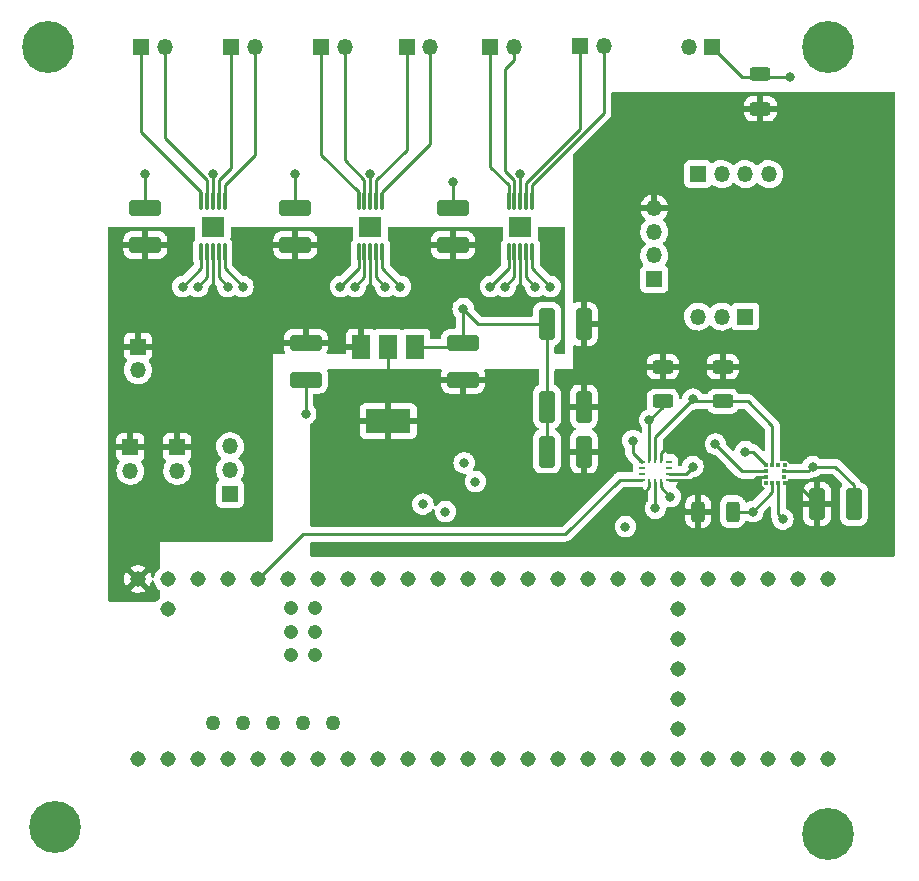
<source format=gtl>
%TF.GenerationSoftware,KiCad,Pcbnew,(6.0.7)*%
%TF.CreationDate,2023-02-02T12:11:16-07:00*%
%TF.ProjectId,Tellus,54656c6c-7573-42e6-9b69-6361645f7063,rev?*%
%TF.SameCoordinates,Original*%
%TF.FileFunction,Copper,L1,Top*%
%TF.FilePolarity,Positive*%
%FSLAX46Y46*%
G04 Gerber Fmt 4.6, Leading zero omitted, Abs format (unit mm)*
G04 Created by KiCad (PCBNEW (6.0.7)) date 2023-02-02 12:11:16*
%MOMM*%
%LPD*%
G01*
G04 APERTURE LIST*
G04 Aperture macros list*
%AMRoundRect*
0 Rectangle with rounded corners*
0 $1 Rounding radius*
0 $2 $3 $4 $5 $6 $7 $8 $9 X,Y pos of 4 corners*
0 Add a 4 corners polygon primitive as box body*
4,1,4,$2,$3,$4,$5,$6,$7,$8,$9,$2,$3,0*
0 Add four circle primitives for the rounded corners*
1,1,$1+$1,$2,$3*
1,1,$1+$1,$4,$5*
1,1,$1+$1,$6,$7*
1,1,$1+$1,$8,$9*
0 Add four rect primitives between the rounded corners*
20,1,$1+$1,$2,$3,$4,$5,0*
20,1,$1+$1,$4,$5,$6,$7,0*
20,1,$1+$1,$6,$7,$8,$9,0*
20,1,$1+$1,$8,$9,$2,$3,0*%
G04 Aperture macros list end*
%TA.AperFunction,ComponentPad*%
%ADD10R,1.350000X1.350000*%
%TD*%
%TA.AperFunction,ComponentPad*%
%ADD11O,1.350000X1.350000*%
%TD*%
%TA.AperFunction,ComponentPad*%
%ADD12C,1.308000*%
%TD*%
%TA.AperFunction,ComponentPad*%
%ADD13C,1.258000*%
%TD*%
%TA.AperFunction,ComponentPad*%
%ADD14C,1.208000*%
%TD*%
%TA.AperFunction,SMDPad,CuDef*%
%ADD15RoundRect,0.250000X1.100000X-0.412500X1.100000X0.412500X-1.100000X0.412500X-1.100000X-0.412500X0*%
%TD*%
%TA.AperFunction,SMDPad,CuDef*%
%ADD16RoundRect,0.250000X0.412500X1.100000X-0.412500X1.100000X-0.412500X-1.100000X0.412500X-1.100000X0*%
%TD*%
%TA.AperFunction,SMDPad,CuDef*%
%ADD17RoundRect,0.250000X-0.625000X0.312500X-0.625000X-0.312500X0.625000X-0.312500X0.625000X0.312500X0*%
%TD*%
%TA.AperFunction,SMDPad,CuDef*%
%ADD18R,0.475000X0.250000*%
%TD*%
%TA.AperFunction,SMDPad,CuDef*%
%ADD19R,0.250000X0.475000*%
%TD*%
%TA.AperFunction,SMDPad,CuDef*%
%ADD20RoundRect,0.250000X-1.100000X0.412500X-1.100000X-0.412500X1.100000X-0.412500X1.100000X0.412500X0*%
%TD*%
%TA.AperFunction,ComponentPad*%
%ADD21C,4.400000*%
%TD*%
%TA.AperFunction,SMDPad,CuDef*%
%ADD22RoundRect,0.075000X0.075000X-0.662500X0.075000X0.662500X-0.075000X0.662500X-0.075000X-0.662500X0*%
%TD*%
%TA.AperFunction,ComponentPad*%
%ADD23C,0.500000*%
%TD*%
%TA.AperFunction,SMDPad,CuDef*%
%ADD24R,1.980000X1.730000*%
%TD*%
%TA.AperFunction,SMDPad,CuDef*%
%ADD25RoundRect,0.250000X0.625000X-0.312500X0.625000X0.312500X-0.625000X0.312500X-0.625000X-0.312500X0*%
%TD*%
%TA.AperFunction,SMDPad,CuDef*%
%ADD26RoundRect,0.250000X-0.312500X-0.625000X0.312500X-0.625000X0.312500X0.625000X-0.312500X0.625000X0*%
%TD*%
%TA.AperFunction,SMDPad,CuDef*%
%ADD27RoundRect,0.250000X-0.412500X-1.100000X0.412500X-1.100000X0.412500X1.100000X-0.412500X1.100000X0*%
%TD*%
%TA.AperFunction,SMDPad,CuDef*%
%ADD28RoundRect,0.031500X-0.168500X-0.143500X0.168500X-0.143500X0.168500X0.143500X-0.168500X0.143500X0*%
%TD*%
%TA.AperFunction,SMDPad,CuDef*%
%ADD29RoundRect,0.035000X-0.140000X-0.165000X0.140000X-0.165000X0.140000X0.165000X-0.140000X0.165000X0*%
%TD*%
%TA.AperFunction,SMDPad,CuDef*%
%ADD30R,1.500000X2.000000*%
%TD*%
%TA.AperFunction,SMDPad,CuDef*%
%ADD31R,3.800000X2.000000*%
%TD*%
%TA.AperFunction,ViaPad*%
%ADD32C,0.800000*%
%TD*%
%TA.AperFunction,Conductor*%
%ADD33C,0.250000*%
%TD*%
G04 APERTURE END LIST*
D10*
%TO.P,J13,1,Pin_1*%
%TO.N,INT_BT*%
X179705000Y-101600000D03*
D11*
%TO.P,J13,2,Pin_2*%
%TO.N,GND*%
X177705000Y-101600000D03*
%TO.P,J13,3,Pin_3*%
X175705000Y-101600000D03*
%TD*%
D12*
%TO.P,U5,0,RX1*%
%TO.N,RXD*%
X130810000Y-139065000D03*
%TO.P,U5,1,TX1*%
%TO.N,TXD*%
X133350000Y-139065000D03*
%TO.P,U5,2,OUT2*%
%TO.N,unconnected-(U5-Pad2)*%
X135890000Y-139065000D03*
%TO.P,U5,3,LRCLK2*%
%TO.N,unconnected-(U5-Pad3)*%
X138430000Y-139065000D03*
%TO.P,U5,3.3V_1,3.3V*%
%TO.N,unconnected-(U5-Pad3.3V_1)*%
X163830000Y-139065000D03*
%TO.P,U5,3.3V_2,3.3V*%
X133350000Y-123825000D03*
%TO.P,U5,3.3V_3,3.3V*%
X173990000Y-133985000D03*
%TO.P,U5,4,BCLK2*%
%TO.N,unconnected-(U5-Pad4)*%
X140970000Y-139065000D03*
%TO.P,U5,5,IN2*%
%TO.N,unconnected-(U5-Pad5)*%
X143510000Y-139065000D03*
D13*
%TO.P,U5,5V,5V*%
%TO.N,unconnected-(U5-Pad5V)*%
X134620000Y-136015000D03*
D12*
%TO.P,U5,6,OUT1D*%
%TO.N,unconnected-(U5-Pad6)*%
X146050000Y-139065000D03*
%TO.P,U5,7,RX2*%
%TO.N,Lidar_RX*%
X148590000Y-139065000D03*
%TO.P,U5,8,TX2*%
%TO.N,Lidar_TX*%
X151130000Y-139065000D03*
%TO.P,U5,9,OUT1C*%
%TO.N,unconnected-(U5-Pad9)*%
X153670000Y-139065000D03*
%TO.P,U5,10,CS1*%
%TO.N,unconnected-(U5-Pad10)*%
X156210000Y-139065000D03*
%TO.P,U5,11,MOSI*%
%TO.N,unconnected-(U5-Pad11)*%
X158750000Y-139065000D03*
%TO.P,U5,12,MISO*%
%TO.N,unconnected-(U5-Pad12)*%
X161290000Y-139065000D03*
%TO.P,U5,13,SCK*%
%TO.N,unconnected-(U5-Pad13)*%
X161290000Y-123825000D03*
%TO.P,U5,14,A0*%
%TO.N,Front Right Control 2*%
X158750000Y-123825000D03*
%TO.P,U5,15,A1*%
%TO.N,Front Right Control 1*%
X156210000Y-123825000D03*
%TO.P,U5,16,A2*%
%TO.N,Front Left Control 2*%
X153670000Y-123825000D03*
%TO.P,U5,17,A3*%
%TO.N,Front Left Control 1*%
X151130000Y-123825000D03*
%TO.P,U5,18,A4*%
%TO.N,SDA*%
X148590000Y-123825000D03*
%TO.P,U5,19,A5*%
%TO.N,SCLK*%
X146050000Y-123825000D03*
%TO.P,U5,20,A6*%
%TO.N,LDR Out*%
X143510000Y-123825000D03*
%TO.P,U5,21,A7*%
%TO.N,unconnected-(U5-Pad21)*%
X140970000Y-123825000D03*
%TO.P,U5,22,A8*%
%TO.N,INT1_ICM*%
X138430000Y-123825000D03*
%TO.P,U5,23,A9*%
%TO.N,Lidar_PWM*%
X135890000Y-123825000D03*
%TO.P,U5,24,A10*%
%TO.N,Mid Left Control 1*%
X166370000Y-139065000D03*
%TO.P,U5,25,A11*%
%TO.N,Mid Left Control 2*%
X168910000Y-139065000D03*
%TO.P,U5,26,A12*%
%TO.N,Mid Right Control 1*%
X171450000Y-139065000D03*
%TO.P,U5,27,A13*%
%TO.N,Mid Right Control 2*%
X173990000Y-139065000D03*
%TO.P,U5,28,RX7*%
%TO.N,INTA*%
X176530000Y-139065000D03*
%TO.P,U5,29,TX7*%
%TO.N,INTM*%
X179070000Y-139065000D03*
%TO.P,U5,30,CRX3*%
%TO.N,WAKEUP*%
X181610000Y-139065000D03*
%TO.P,U5,31,CTX3*%
%TO.N,unconnected-(U5-Pad31)*%
X184150000Y-139065000D03*
%TO.P,U5,32,OUT1B*%
%TO.N,unconnected-(U5-Pad32)*%
X186690000Y-139065000D03*
%TO.P,U5,33,MCLK2*%
%TO.N,FSYNC_ICM*%
X186690000Y-123825000D03*
%TO.P,U5,34,RX8*%
%TO.N,INT_BT*%
X184150000Y-123825000D03*
%TO.P,U5,35,TX8*%
%TO.N,PDN*%
X181610000Y-123825000D03*
%TO.P,U5,36,CS2*%
%TO.N,unconnected-(U5-Pad36)*%
X179070000Y-123825000D03*
%TO.P,U5,37,CS3*%
%TO.N,INT2_ICM*%
X176530000Y-123825000D03*
%TO.P,U5,38,A14*%
%TO.N,Rear Right Control 2*%
X173990000Y-123825000D03*
%TO.P,U5,39,A15*%
%TO.N,Rear Right Control 1*%
X171450000Y-123825000D03*
%TO.P,U5,40,A16*%
%TO.N,Rear Left Control 2*%
X168910000Y-123825000D03*
%TO.P,U5,41,A17*%
%TO.N,Rear Left Control 1*%
X166370000Y-123825000D03*
D13*
%TO.P,U5,D+,D+*%
%TO.N,unconnected-(U5-PadD+)*%
X139700000Y-136015000D03*
%TO.P,U5,D-,D-*%
%TO.N,unconnected-(U5-PadD-)*%
X137160000Y-136015000D03*
D12*
%TO.P,U5,GND1,GND*%
%TO.N,GND*%
X128270000Y-139065000D03*
%TO.P,U5,GND2,GND*%
X163830000Y-123825000D03*
%TO.P,U5,GND3,GND*%
X130810000Y-123825000D03*
%TO.P,U5,GND4,GND*%
X173990000Y-131445000D03*
D14*
%TO.P,U5,GND5,GND*%
X143240000Y-128275000D03*
%TO.P,U5,LED,LED*%
%TO.N,unconnected-(U5-PadLED)*%
X141240000Y-128275000D03*
D12*
%TO.P,U5,ON/OFF,ON/OFF*%
%TO.N,unconnected-(U5-PadON/OFF)*%
X173990000Y-126365000D03*
%TO.P,U5,PROGRAM,PROGRAM*%
%TO.N,unconnected-(U5-PadPROGRAM)*%
X173990000Y-128905000D03*
D14*
%TO.P,U5,R+,R+*%
%TO.N,unconnected-(U5-PadR+)*%
X141240000Y-126275000D03*
%TO.P,U5,R-,R-*%
%TO.N,unconnected-(U5-PadR-)*%
X143240000Y-126275000D03*
%TO.P,U5,T+,T+*%
%TO.N,unconnected-(U5-PadT+)*%
X143240000Y-130275000D03*
%TO.P,U5,T-,T-*%
%TO.N,unconnected-(U5-PadT-)*%
X141240000Y-130275000D03*
D13*
%TO.P,U5,USB_GND1,USB_GND*%
%TO.N,GND*%
X142240000Y-136015000D03*
%TO.P,U5,USB_GND2,USB_GND*%
X144780000Y-136015000D03*
D12*
%TO.P,U5,VBAT,VBAT*%
%TO.N,unconnected-(U5-PadVBAT)*%
X173990000Y-136525000D03*
%TO.P,U5,VIN,VIN*%
%TO.N,5V*%
X128270000Y-123825000D03*
%TO.P,U5,VUSB,VUSB*%
%TO.N,unconnected-(U5-PadVUSB)*%
X130810000Y-126365000D03*
%TD*%
D10*
%TO.P,J6,1,Pin_1*%
%TO.N,LDR Out*%
X176895000Y-78740000D03*
D11*
%TO.P,J6,2,Pin_2*%
%TO.N,GND*%
X174895000Y-78740000D03*
%TD*%
D15*
%TO.P,C1,1*%
%TO.N,5V*%
X128905000Y-95542500D03*
%TO.P,C1,2*%
%TO.N,GND*%
X128905000Y-92417500D03*
%TD*%
D16*
%TO.P,C2,1*%
%TO.N,3.3V*%
X166027500Y-109220000D03*
%TO.P,C2,2*%
%TO.N,GND*%
X162902500Y-109220000D03*
%TD*%
D10*
%TO.P,J14,1,Pin_1*%
%TO.N,Lidar_TX*%
X136062514Y-116598429D03*
D11*
%TO.P,J14,2,Pin_2*%
%TO.N,Lidar_RX*%
X136062514Y-114598429D03*
%TO.P,J14,3,Pin_3*%
%TO.N,Lidar_PWM*%
X136062514Y-112598429D03*
%TD*%
D10*
%TO.P,J4,1,Pin_1*%
%TO.N,Net-(J4-Pad1)*%
X143780000Y-78740000D03*
D11*
%TO.P,J4,2,Pin_2*%
%TO.N,Net-(J4-Pad2)*%
X145780000Y-78740000D03*
%TD*%
D10*
%TO.P,J9,1,Pin_1*%
%TO.N,5V*%
X127635000Y-112665000D03*
D11*
%TO.P,J9,2,Pin_2*%
%TO.N,GND*%
X127635000Y-114665000D03*
%TD*%
D17*
%TO.P,R3,1*%
%TO.N,3.3V*%
X172720000Y-105852500D03*
%TO.P,R3,2*%
%TO.N,SDA*%
X172720000Y-108777500D03*
%TD*%
D18*
%TO.P,U7,1,AP_SDO/AD0*%
%TO.N,GND*%
X170922500Y-113907500D03*
%TO.P,U7,2,RESV_2*%
%TO.N,unconnected-(U7-Pad2)*%
X170922500Y-114407500D03*
%TO.P,U7,3,RESV_3*%
%TO.N,unconnected-(U7-Pad3)*%
X170922500Y-114907500D03*
%TO.P,U7,4,INT1/INT*%
%TO.N,INT1_ICM*%
X170922500Y-115407500D03*
D19*
%TO.P,U7,5,VDDIO*%
%TO.N,3.3V*%
X171585000Y-115570000D03*
%TO.P,U7,6,GND*%
%TO.N,GND*%
X172085000Y-115570000D03*
%TO.P,U7,7,FSYNC*%
%TO.N,FSYNC_ICM*%
X172585000Y-115570000D03*
D18*
%TO.P,U7,8,VDD*%
%TO.N,3.3V*%
X173247500Y-115407500D03*
%TO.P,U7,9,INT2*%
%TO.N,INT2_ICM*%
X173247500Y-114907500D03*
%TO.P,U7,10,RESV_10*%
%TO.N,unconnected-(U7-Pad10)*%
X173247500Y-114407500D03*
%TO.P,U7,11,RESV_11*%
%TO.N,unconnected-(U7-Pad11)*%
X173247500Y-113907500D03*
D19*
%TO.P,U7,12,AP_CS*%
%TO.N,3.3V*%
X172585000Y-113745000D03*
%TO.P,U7,13,AP_SCL/SCLK*%
%TO.N,SCLK*%
X172085000Y-113745000D03*
%TO.P,U7,14,AP_SDA/SDIO/SDI*%
%TO.N,SDA*%
X171585000Y-113745000D03*
%TD*%
D10*
%TO.P,J10,1,Pin_1*%
%TO.N,5V*%
X128270000Y-104140000D03*
D11*
%TO.P,J10,2,Pin_2*%
%TO.N,GND*%
X128270000Y-106140000D03*
%TD*%
D20*
%TO.P,C3,1*%
%TO.N,GND*%
X155815000Y-103822500D03*
%TO.P,C3,2*%
%TO.N,3.3V*%
X155815000Y-106947500D03*
%TD*%
D10*
%TO.P,J7,1,Pin_1*%
%TO.N,Net-(J7-Pad1)*%
X165735000Y-78687500D03*
D11*
%TO.P,J7,2,Pin_2*%
%TO.N,Net-(J7-Pad2)*%
X167735000Y-78687500D03*
%TD*%
D16*
%TO.P,C4,1*%
%TO.N,3.3V*%
X166027500Y-102235000D03*
%TO.P,C4,2*%
%TO.N,GND*%
X162902500Y-102235000D03*
%TD*%
D10*
%TO.P,J1,1,Pin_1*%
%TO.N,Net-(J1-Pad1)*%
X128540000Y-78740000D03*
D11*
%TO.P,J1,2,Pin_2*%
%TO.N,Net-(J1-Pad2)*%
X130540000Y-78740000D03*
%TD*%
D15*
%TO.P,C5,1*%
%TO.N,5V*%
X141605000Y-95542500D03*
%TO.P,C5,2*%
%TO.N,GND*%
X141605000Y-92417500D03*
%TD*%
%TO.P,C6,1*%
%TO.N,5V*%
X154940000Y-95542500D03*
%TO.P,C6,2*%
%TO.N,GND*%
X154940000Y-92417500D03*
%TD*%
D21*
%TO.P,REF1,1*%
%TO.N,N/C*%
X120650000Y-78740000D03*
%TD*%
D10*
%TO.P,J12,1,Pin_1*%
%TO.N,GND*%
X171990000Y-98425000D03*
D11*
%TO.P,J12,2,Pin_2*%
%TO.N,PDN*%
X171990000Y-96425000D03*
%TO.P,J12,3,Pin_3*%
%TO.N,WAKEUP*%
X171990000Y-94425000D03*
%TO.P,J12,4,Pin_4*%
%TO.N,3.3V*%
X171990000Y-92425000D03*
%TD*%
D21*
%TO.P,REF3,1*%
%TO.N,N/C*%
X121285000Y-144780000D03*
%TD*%
D22*
%TO.P,U3,1,IN_1*%
%TO.N,Mid Left Control 1*%
X146955000Y-96142500D03*
%TO.P,U3,2,IN_2*%
%TO.N,Mid Left Control 2*%
X147455000Y-96142500D03*
%TO.P,U3,3,VBB*%
%TO.N,5V*%
X147955000Y-96142500D03*
%TO.P,U3,4,IN_3*%
%TO.N,Mid Right Control 1*%
X148455000Y-96142500D03*
%TO.P,U3,5,IN_4*%
%TO.N,Mid Right Control 2*%
X148955000Y-96142500D03*
%TO.P,U3,6,OUT_4*%
%TO.N,Net-(J3-Pad2)*%
X148955000Y-91817500D03*
%TO.P,U3,7,OUT_3*%
%TO.N,Net-(J3-Pad1)*%
X148455000Y-91817500D03*
%TO.P,U3,8,GND*%
%TO.N,GND*%
X147955000Y-91817500D03*
%TO.P,U3,9,OUT_2*%
%TO.N,Net-(J4-Pad2)*%
X147455000Y-91817500D03*
%TO.P,U3,10,OUT_1*%
%TO.N,Net-(J4-Pad1)*%
X146955000Y-91817500D03*
D23*
%TO.P,U3,11*%
%TO.N,N/C*%
X148555000Y-93480000D03*
X148555000Y-94480000D03*
X147355000Y-94480000D03*
D24*
X147955000Y-93980000D03*
D23*
X147355000Y-93480000D03*
%TD*%
D25*
%TO.P,R1,1*%
%TO.N,3.3V*%
X180975000Y-84012500D03*
%TO.P,R1,2*%
%TO.N,LDR Out*%
X180975000Y-81087500D03*
%TD*%
D10*
%TO.P,J5,1,Pin_1*%
%TO.N,Net-(J5-Pad1)*%
X158115000Y-78740000D03*
D11*
%TO.P,J5,2,Pin_2*%
%TO.N,Net-(J5-Pad2)*%
X160115000Y-78740000D03*
%TD*%
D26*
%TO.P,R4,1*%
%TO.N,3.3V*%
X175702500Y-118110000D03*
%TO.P,R4,2*%
%TO.N,INTA*%
X178627500Y-118110000D03*
%TD*%
D27*
%TO.P,C9,1*%
%TO.N,3.3V*%
X185762500Y-117475000D03*
%TO.P,C9,2*%
%TO.N,GND*%
X188887500Y-117475000D03*
%TD*%
D17*
%TO.P,R2,1*%
%TO.N,3.3V*%
X177800000Y-105852500D03*
%TO.P,R2,2*%
%TO.N,SCLK*%
X177800000Y-108777500D03*
%TD*%
D10*
%TO.P,J11,1,Pin_1*%
%TO.N,RXD*%
X175705000Y-89535000D03*
D11*
%TO.P,J11,2,Pin_2*%
%TO.N,TXD*%
X177705000Y-89535000D03*
%TO.P,J11,3,Pin_3*%
%TO.N,GND*%
X179705000Y-89535000D03*
%TO.P,J11,4,Pin_4*%
%TO.N,unconnected-(J11-Pad4)*%
X181705000Y-89535000D03*
%TD*%
D16*
%TO.P,C7,1*%
%TO.N,3.3V*%
X166027500Y-113030000D03*
%TO.P,C7,2*%
%TO.N,GND*%
X162902500Y-113030000D03*
%TD*%
D21*
%TO.P,REF2,1*%
%TO.N,N/C*%
X186690000Y-78740000D03*
%TD*%
D10*
%TO.P,J2,1,Pin_1*%
%TO.N,Net-(J2-Pad1)*%
X136160000Y-78740000D03*
D11*
%TO.P,J2,2,Pin_2*%
%TO.N,Net-(J2-Pad2)*%
X138160000Y-78740000D03*
%TD*%
D28*
%TO.P,U6,1,A5*%
%TO.N,GND*%
X181470000Y-114185000D03*
%TO.P,U6,2,SDA*%
%TO.N,SDA*%
X181480000Y-114685000D03*
%TO.P,U6,3,VDDIO*%
%TO.N,3.3V*%
X181480000Y-115185000D03*
%TO.P,U6,4,NC*%
%TO.N,unconnected-(U6-Pad4)*%
X181470000Y-115685000D03*
D29*
%TO.P,U6,5,INTA*%
%TO.N,INTA*%
X181995000Y-115700000D03*
%TO.P,U6,6,INTM*%
%TO.N,INTM*%
X182495000Y-115700000D03*
D28*
%TO.P,U6,7,VDDM*%
%TO.N,3.3V*%
X183020000Y-115685000D03*
%TO.P,U6,8,TM*%
%TO.N,unconnected-(U6-Pad8)*%
X183010000Y-115185000D03*
%TO.P,U6,9,GND*%
%TO.N,GND*%
X183010000Y-114685000D03*
%TO.P,U6,10,PM*%
%TO.N,unconnected-(U6-Pad10)*%
X183020000Y-114185000D03*
D29*
%TO.P,U6,11,NC*%
%TO.N,unconnected-(U6-Pad11)*%
X182495000Y-114170000D03*
%TO.P,U6,12,SCL*%
%TO.N,SCLK*%
X181995000Y-114170000D03*
%TD*%
D10*
%TO.P,J8,1,Pin_1*%
%TO.N,5V*%
X131603627Y-112665019D03*
D11*
%TO.P,J8,2,Pin_2*%
%TO.N,GND*%
X131603627Y-114665019D03*
%TD*%
D22*
%TO.P,U1,1,IN_1*%
%TO.N,Front Left Control 1*%
X133620000Y-96142500D03*
%TO.P,U1,2,IN_2*%
%TO.N,Front Left Control 2*%
X134120000Y-96142500D03*
%TO.P,U1,3,VBB*%
%TO.N,5V*%
X134620000Y-96142500D03*
%TO.P,U1,4,IN_3*%
%TO.N,Front Right Control 1*%
X135120000Y-96142500D03*
%TO.P,U1,5,IN_4*%
%TO.N,Front Right Control 2*%
X135620000Y-96142500D03*
%TO.P,U1,6,OUT_4*%
%TO.N,Net-(J2-Pad2)*%
X135620000Y-91817500D03*
%TO.P,U1,7,OUT_3*%
%TO.N,Net-(J2-Pad1)*%
X135120000Y-91817500D03*
%TO.P,U1,8,GND*%
%TO.N,GND*%
X134620000Y-91817500D03*
%TO.P,U1,9,OUT_2*%
%TO.N,Net-(J1-Pad2)*%
X134120000Y-91817500D03*
%TO.P,U1,10,OUT_1*%
%TO.N,Net-(J1-Pad1)*%
X133620000Y-91817500D03*
D23*
%TO.P,U1,11*%
%TO.N,N/C*%
X134020000Y-94480000D03*
D24*
X134620000Y-93980000D03*
D23*
X135220000Y-94480000D03*
X135220000Y-93480000D03*
X134020000Y-93480000D03*
%TD*%
D10*
%TO.P,J3,1,Pin_1*%
%TO.N,Net-(J3-Pad1)*%
X151035000Y-78740000D03*
D11*
%TO.P,J3,2,Pin_2*%
%TO.N,Net-(J3-Pad2)*%
X153035000Y-78740000D03*
%TD*%
D22*
%TO.P,U4,1,IN_1*%
%TO.N,Rear Left Control 1*%
X159655000Y-96142500D03*
%TO.P,U4,2,IN_2*%
%TO.N,Rear Left Control 2*%
X160155000Y-96142500D03*
%TO.P,U4,3,VBB*%
%TO.N,5V*%
X160655000Y-96142500D03*
%TO.P,U4,4,IN_3*%
%TO.N,Rear Right Control 1*%
X161155000Y-96142500D03*
%TO.P,U4,5,IN_4*%
%TO.N,Rear Right Control 2*%
X161655000Y-96142500D03*
%TO.P,U4,6,OUT_4*%
%TO.N,Net-(J7-Pad2)*%
X161655000Y-91817500D03*
%TO.P,U4,7,OUT_3*%
%TO.N,Net-(J7-Pad1)*%
X161155000Y-91817500D03*
%TO.P,U4,8,GND*%
%TO.N,GND*%
X160655000Y-91817500D03*
%TO.P,U4,9,OUT_2*%
%TO.N,Net-(J5-Pad2)*%
X160155000Y-91817500D03*
%TO.P,U4,10,OUT_1*%
%TO.N,Net-(J5-Pad1)*%
X159655000Y-91817500D03*
D23*
%TO.P,U4,11*%
%TO.N,N/C*%
X161255000Y-93480000D03*
D24*
X160655000Y-93980000D03*
D23*
X161255000Y-94480000D03*
X160055000Y-93480000D03*
X160055000Y-94480000D03*
%TD*%
D21*
%TO.P,REF4,1*%
%TO.N,N/C*%
X186690000Y-145415000D03*
%TD*%
D15*
%TO.P,C8,1*%
%TO.N,GND*%
X142480000Y-106947500D03*
%TO.P,C8,2*%
%TO.N,5V*%
X142480000Y-103822500D03*
%TD*%
D30*
%TO.P,U2,1,GND*%
%TO.N,GND*%
X151765000Y-104140000D03*
%TO.P,U2,2,VO*%
%TO.N,3.3V*%
X149465000Y-104140000D03*
D31*
X149465000Y-110440000D03*
D30*
%TO.P,U2,3,VI*%
%TO.N,5V*%
X147165000Y-104140000D03*
%TD*%
D32*
%TO.N,GND*%
X141605000Y-89535000D03*
X142480000Y-109830000D03*
X170180000Y-112117500D03*
X185420000Y-114300000D03*
X134620000Y-89535000D03*
X128905000Y-89535000D03*
X155815000Y-100940000D03*
X154940000Y-90170000D03*
X179705000Y-113030000D03*
X147955000Y-89535000D03*
X172085000Y-117832500D03*
X160655000Y-89535000D03*
%TO.N,PDN*%
X169545000Y-119380000D03*
%TO.N,LDR Out*%
X183515000Y-81280000D03*
%TO.N,INTA*%
X180340000Y-118110000D03*
%TO.N,SCLK*%
X175260000Y-108585000D03*
X155892500Y-113982500D03*
X152400000Y-117475000D03*
%TO.N,SDA*%
X154305000Y-118110000D03*
X156845000Y-115570000D03*
X171585000Y-110355000D03*
X177165000Y-112395000D03*
%TO.N,FSYNC_ICM*%
X173355000Y-116840000D03*
%TO.N,INT2_ICM*%
X175260000Y-114300000D03*
%TO.N,INTM*%
X182880000Y-118745000D03*
%TO.N,Rear Left Control 1*%
X158115000Y-99060000D03*
%TO.N,Rear Left Control 2*%
X159385000Y-99060000D03*
%TO.N,Rear Right Control 1*%
X161925000Y-99060000D03*
%TO.N,Rear Right Control 2*%
X163195000Y-99060000D03*
%TO.N,Mid Left Control 1*%
X145415000Y-99060000D03*
%TO.N,Mid Left Control 2*%
X146685000Y-99058604D03*
%TO.N,Mid Right Control 1*%
X149225000Y-99058604D03*
%TO.N,Mid Right Control 2*%
X150495000Y-99058604D03*
%TO.N,Front Left Control 1*%
X132080000Y-99060000D03*
%TO.N,Front Left Control 2*%
X133350000Y-99060000D03*
%TO.N,Front Right Control 1*%
X135890000Y-99060000D03*
%TO.N,Front Right Control 2*%
X137160000Y-99060000D03*
%TD*%
D33*
%TO.N,3.3V*%
X183972500Y-115685000D02*
X185762500Y-117475000D01*
X180340000Y-116205000D02*
X180340000Y-115502272D01*
X171585000Y-115570000D02*
X171585000Y-116070000D01*
X183020000Y-115685000D02*
X183972500Y-115685000D01*
X171585000Y-116070000D02*
X170815000Y-116840000D01*
X180340000Y-115502272D02*
X180657272Y-115185000D01*
X173247500Y-115407500D02*
X175895000Y-115407500D01*
X172585000Y-113745000D02*
X172585000Y-113165000D01*
X180657272Y-115185000D02*
X181480000Y-115185000D01*
X172585000Y-113165000D02*
X173355000Y-112395000D01*
X149465000Y-104140000D02*
X149465000Y-110440000D01*
%TO.N,GND*%
X187325000Y-114300000D02*
X188887500Y-115862500D01*
X188887500Y-115862500D02*
X188887500Y-117475000D01*
X172085000Y-115570000D02*
X172085000Y-117832500D01*
X162902500Y-113030000D02*
X162902500Y-109220000D01*
X162902500Y-109220000D02*
X162902500Y-102235000D01*
X155815000Y-100940000D02*
X155815000Y-103822500D01*
X128905000Y-92417500D02*
X128905000Y-89535000D01*
X179705000Y-113030000D02*
X180315000Y-113030000D01*
X155497500Y-104140000D02*
X155815000Y-103822500D01*
X151765000Y-104140000D02*
X155497500Y-104140000D01*
X160655000Y-91817500D02*
X160655000Y-89535000D01*
X162902500Y-102235000D02*
X157110000Y-102235000D01*
X170180000Y-113165000D02*
X170922500Y-113907500D01*
X147955000Y-91817500D02*
X147955000Y-89535000D01*
X134620000Y-91817500D02*
X134620000Y-89535000D01*
X180315000Y-113030000D02*
X181470000Y-114185000D01*
X185420000Y-114300000D02*
X187325000Y-114300000D01*
X154940000Y-92417500D02*
X154940000Y-90170000D01*
X157110000Y-102235000D02*
X155815000Y-100940000D01*
X142480000Y-106947500D02*
X142480000Y-109830000D01*
X141605000Y-92417500D02*
X141605000Y-89535000D01*
X185420000Y-114300000D02*
X185035000Y-114685000D01*
X185035000Y-114685000D02*
X183010000Y-114685000D01*
X170180000Y-112117500D02*
X170180000Y-113165000D01*
%TO.N,5V*%
X147955000Y-96141104D02*
X147955000Y-99695000D01*
X134620000Y-96142500D02*
X134620000Y-99695000D01*
X160655000Y-96141104D02*
X160655000Y-99058604D01*
%TO.N,LDR Out*%
X181167500Y-81280000D02*
X180975000Y-81087500D01*
X183515000Y-81280000D02*
X179435000Y-81280000D01*
X179435000Y-81280000D02*
X176895000Y-78740000D01*
X183515000Y-81280000D02*
X181167500Y-81280000D01*
%TO.N,Net-(J1-Pad1)*%
X133620000Y-91075000D02*
X128540000Y-85995000D01*
X128540000Y-85995000D02*
X128540000Y-78740000D01*
X133620000Y-91817500D02*
X133620000Y-91075000D01*
%TO.N,Net-(J1-Pad2)*%
X134120000Y-90060305D02*
X130540000Y-86480305D01*
X130540000Y-86480305D02*
X130540000Y-78740000D01*
X134120000Y-91817500D02*
X134120000Y-90060305D01*
%TO.N,Net-(J2-Pad1)*%
X136160000Y-89020305D02*
X136160000Y-78740000D01*
X135120000Y-90060305D02*
X136160000Y-89020305D01*
X135120000Y-91817500D02*
X135120000Y-90060305D01*
%TO.N,Net-(J2-Pad2)*%
X135620000Y-90440000D02*
X138160000Y-87900000D01*
X138160000Y-87900000D02*
X138160000Y-78740000D01*
X135620000Y-91817500D02*
X135620000Y-90440000D01*
%TO.N,Net-(J3-Pad1)*%
X151035000Y-87480305D02*
X151035000Y-78740000D01*
X148455000Y-91817500D02*
X148455000Y-90060305D01*
X148455000Y-90060305D02*
X151035000Y-87480305D01*
%TO.N,Net-(J3-Pad2)*%
X148955000Y-91817500D02*
X148955000Y-91075000D01*
X153035000Y-86995000D02*
X153035000Y-78740000D01*
X148955000Y-91075000D02*
X153035000Y-86995000D01*
%TO.N,Net-(J4-Pad1)*%
X146955000Y-91817500D02*
X146955000Y-91075000D01*
X146955000Y-91075000D02*
X143780000Y-87900000D01*
X143780000Y-87900000D02*
X143780000Y-78740000D01*
%TO.N,Net-(J4-Pad2)*%
X145780000Y-88385305D02*
X145780000Y-78740000D01*
X147455000Y-90060305D02*
X145780000Y-88385305D01*
X147455000Y-91817500D02*
X147455000Y-90060305D01*
%TO.N,Net-(J5-Pad1)*%
X158115000Y-88900000D02*
X158115000Y-78740000D01*
X159655000Y-91817500D02*
X159655000Y-90440000D01*
X159655000Y-90440000D02*
X158115000Y-88900000D01*
%TO.N,Net-(J5-Pad2)*%
X160155000Y-91817500D02*
X160155000Y-90060305D01*
X160155000Y-90060305D02*
X159385000Y-89290305D01*
X159385000Y-89290305D02*
X159385000Y-80645000D01*
X159385000Y-80645000D02*
X160115000Y-79915000D01*
X160115000Y-79915000D02*
X160115000Y-78740000D01*
%TO.N,Net-(J7-Pad1)*%
X161155000Y-90305000D02*
X165735000Y-85725000D01*
X161155000Y-91817500D02*
X161155000Y-90305000D01*
X165735000Y-85725000D02*
X165735000Y-78687500D01*
%TO.N,Net-(J7-Pad2)*%
X161655000Y-91817500D02*
X161655000Y-90441396D01*
X161655000Y-90441396D02*
X167735000Y-84361396D01*
X167735000Y-84361396D02*
X167735000Y-78687500D01*
%TO.N,INTA*%
X181995000Y-116455000D02*
X180340000Y-118110000D01*
X181995000Y-115700000D02*
X181995000Y-116455000D01*
X178627500Y-118110000D02*
X180340000Y-118110000D01*
%TO.N,SCLK*%
X175260000Y-108585000D02*
X172085000Y-111760000D01*
X177800000Y-108777500D02*
X175452500Y-108777500D01*
X179897500Y-108777500D02*
X177800000Y-108777500D01*
X172085000Y-111760000D02*
X172085000Y-113665000D01*
X175452500Y-108777500D02*
X175260000Y-108585000D01*
X181995000Y-110875000D02*
X179897500Y-108777500D01*
X181995000Y-114170000D02*
X181995000Y-110875000D01*
%TO.N,SDA*%
X171585000Y-110355000D02*
X171585000Y-113745000D01*
X172720000Y-109220000D02*
X171585000Y-110355000D01*
X179455000Y-114685000D02*
X177165000Y-112395000D01*
X181480000Y-114685000D02*
X179455000Y-114685000D01*
X172720000Y-108777500D02*
X172720000Y-109220000D01*
%TO.N,FSYNC_ICM*%
X172585000Y-116070000D02*
X173355000Y-116840000D01*
X172585000Y-115570000D02*
X172585000Y-116070000D01*
%TO.N,INT2_ICM*%
X173247500Y-114907500D02*
X174652500Y-114907500D01*
X174652500Y-114907500D02*
X175260000Y-114300000D01*
%TO.N,INT1_ICM*%
X142240000Y-120015000D02*
X138430000Y-123825000D01*
X170922500Y-115407500D02*
X169072500Y-115407500D01*
X169072500Y-115407500D02*
X164465000Y-120015000D01*
X164465000Y-120015000D02*
X142240000Y-120015000D01*
%TO.N,INTM*%
X182495000Y-118360000D02*
X182880000Y-118745000D01*
X182495000Y-115700000D02*
X182495000Y-118360000D01*
%TO.N,Rear Left Control 1*%
X159655000Y-97520000D02*
X158115000Y-99060000D01*
X159655000Y-96142500D02*
X159655000Y-97520000D01*
%TO.N,Rear Left Control 2*%
X160155000Y-96142500D02*
X160155000Y-98290000D01*
X160155000Y-98290000D02*
X159385000Y-99060000D01*
%TO.N,Rear Right Control 1*%
X161155000Y-98290000D02*
X161925000Y-99060000D01*
X161155000Y-96142500D02*
X161155000Y-98290000D01*
%TO.N,Rear Right Control 2*%
X161655000Y-97520000D02*
X163195000Y-99060000D01*
X161655000Y-96142500D02*
X161655000Y-97520000D01*
%TO.N,Mid Left Control 1*%
X145415000Y-99060000D02*
X146955000Y-97520000D01*
X146955000Y-97520000D02*
X146955000Y-96141104D01*
%TO.N,Mid Left Control 2*%
X147455000Y-98288604D02*
X147455000Y-96141104D01*
X146685000Y-99058604D02*
X147455000Y-98288604D01*
%TO.N,Mid Right Control 1*%
X148455000Y-96141104D02*
X148455000Y-98290000D01*
X148455000Y-98290000D02*
X149223604Y-99058604D01*
X149223604Y-99058604D02*
X149225000Y-99058604D01*
%TO.N,Mid Right Control 2*%
X148955000Y-97518604D02*
X150495000Y-99058604D01*
X148955000Y-96141104D02*
X148955000Y-97518604D01*
%TO.N,Front Left Control 1*%
X133620000Y-96142500D02*
X133620000Y-97520000D01*
X133620000Y-97520000D02*
X132080000Y-99060000D01*
%TO.N,Front Left Control 2*%
X134120000Y-98290000D02*
X133350000Y-99060000D01*
X134120000Y-96142500D02*
X134120000Y-98290000D01*
%TO.N,Front Right Control 1*%
X135120000Y-98290000D02*
X135890000Y-99060000D01*
X135120000Y-96142500D02*
X135120000Y-98290000D01*
%TO.N,Front Right Control 2*%
X135620000Y-97520000D02*
X137160000Y-99060000D01*
X135620000Y-96142500D02*
X135620000Y-97520000D01*
%TD*%
%TA.AperFunction,Conductor*%
%TO.N,5V*%
G36*
X139700000Y-120524000D02*
G01*
X139679998Y-120592121D01*
X139626342Y-120638614D01*
X139574000Y-120650000D01*
X130175000Y-120650000D01*
X130175000Y-122779723D01*
X130154998Y-122847844D01*
X130124669Y-122879956D01*
X130123772Y-122880489D01*
X129963140Y-123021360D01*
X129830869Y-123189145D01*
X129828180Y-123194256D01*
X129828178Y-123194259D01*
X129814405Y-123220438D01*
X129731389Y-123378225D01*
X129729675Y-123383746D01*
X129729673Y-123383750D01*
X129705854Y-123460461D01*
X129668032Y-123582267D01*
X129667354Y-123587998D01*
X129667352Y-123588006D01*
X129665623Y-123602611D01*
X129637752Y-123667908D01*
X129579003Y-123707771D01*
X129508028Y-123709544D01*
X129447363Y-123672663D01*
X129416606Y-123610757D01*
X129415867Y-123606767D01*
X129361038Y-123412357D01*
X129356913Y-123401610D01*
X129267567Y-123220438D01*
X129263663Y-123214066D01*
X129253453Y-123206404D01*
X129241033Y-123213177D01*
X128642022Y-123812188D01*
X128634408Y-123826132D01*
X128634539Y-123827965D01*
X128638790Y-123834580D01*
X129239910Y-124435700D01*
X129252290Y-124442460D01*
X129258870Y-124437534D01*
X129333267Y-124304688D01*
X129337943Y-124294185D01*
X129402878Y-124102894D01*
X129405563Y-124091712D01*
X129413769Y-124035114D01*
X129443339Y-123970568D01*
X129503111Y-123932256D01*
X129574108Y-123932340D01*
X129633788Y-123970795D01*
X129660588Y-124022179D01*
X129709485Y-124214713D01*
X129798933Y-124408740D01*
X129922241Y-124583218D01*
X130075281Y-124732302D01*
X130119002Y-124761516D01*
X130164529Y-124815991D01*
X130175000Y-124866280D01*
X130175000Y-125319723D01*
X130154998Y-125387844D01*
X130124669Y-125419956D01*
X130123772Y-125420489D01*
X129963140Y-125561360D01*
X129959565Y-125565895D01*
X129959564Y-125565896D01*
X129868030Y-125682006D01*
X129810149Y-125723119D01*
X129769080Y-125730000D01*
X125856000Y-125730000D01*
X125787879Y-125709998D01*
X125741386Y-125656342D01*
X125730000Y-125604000D01*
X125730000Y-124805228D01*
X127654132Y-124805228D01*
X127664014Y-124817717D01*
X127708362Y-124847350D01*
X127718472Y-124852840D01*
X127904077Y-124932582D01*
X127915020Y-124936137D01*
X128112042Y-124980719D01*
X128123452Y-124982221D01*
X128325307Y-124990152D01*
X128336789Y-124989550D01*
X128536712Y-124960563D01*
X128547894Y-124957878D01*
X128739185Y-124892943D01*
X128749688Y-124888267D01*
X128877708Y-124816573D01*
X128887570Y-124806497D01*
X128884615Y-124798825D01*
X128282812Y-124197022D01*
X128268868Y-124189408D01*
X128267035Y-124189539D01*
X128260420Y-124193790D01*
X127660328Y-124793882D01*
X127654132Y-124805228D01*
X125730000Y-124805228D01*
X125730000Y-123800218D01*
X127103800Y-123800218D01*
X127117011Y-124001789D01*
X127118811Y-124013156D01*
X127168537Y-124208950D01*
X127172375Y-124219788D01*
X127256950Y-124403246D01*
X127262698Y-124413202D01*
X127277042Y-124433499D01*
X127287630Y-124441887D01*
X127300931Y-124434859D01*
X127897978Y-123837812D01*
X127905592Y-123823868D01*
X127905461Y-123822035D01*
X127901210Y-123815420D01*
X127298558Y-123212768D01*
X127286178Y-123206008D01*
X127280212Y-123210474D01*
X127194546Y-123373298D01*
X127190138Y-123383941D01*
X127130235Y-123576857D01*
X127127845Y-123588101D01*
X127104101Y-123788717D01*
X127103800Y-123800218D01*
X125730000Y-123800218D01*
X125730000Y-122844277D01*
X127653389Y-122844277D01*
X127656876Y-122852666D01*
X128257188Y-123452978D01*
X128271132Y-123460592D01*
X128272965Y-123460461D01*
X128279580Y-123456210D01*
X128879433Y-122856357D01*
X128886193Y-122843977D01*
X128880163Y-122835922D01*
X128804680Y-122788296D01*
X128794436Y-122783076D01*
X128606808Y-122708220D01*
X128595770Y-122704950D01*
X128397650Y-122665542D01*
X128386203Y-122664339D01*
X128184222Y-122661695D01*
X128172742Y-122662598D01*
X127973661Y-122696807D01*
X127962541Y-122699787D01*
X127773019Y-122769705D01*
X127762642Y-122774655D01*
X127662987Y-122833944D01*
X127653389Y-122844277D01*
X125730000Y-122844277D01*
X125730000Y-114633887D01*
X126446837Y-114633887D01*
X126461063Y-114850933D01*
X126462484Y-114856529D01*
X126462485Y-114856534D01*
X126513184Y-115056158D01*
X126514605Y-115061753D01*
X126517022Y-115066996D01*
X126577150Y-115197425D01*
X126605668Y-115259285D01*
X126731204Y-115436914D01*
X126735346Y-115440949D01*
X126796999Y-115501008D01*
X126887009Y-115588692D01*
X127067863Y-115709536D01*
X127073171Y-115711817D01*
X127073172Y-115711817D01*
X127262409Y-115793119D01*
X127262412Y-115793120D01*
X127267712Y-115795397D01*
X127273342Y-115796671D01*
X127371548Y-115818893D01*
X127479860Y-115843402D01*
X127485631Y-115843629D01*
X127485633Y-115843629D01*
X127558620Y-115846496D01*
X127697205Y-115851941D01*
X127912466Y-115820730D01*
X127917930Y-115818875D01*
X127917935Y-115818874D01*
X128112963Y-115752671D01*
X128112968Y-115752669D01*
X128118435Y-115750813D01*
X128308213Y-115644532D01*
X128475446Y-115505446D01*
X128614532Y-115338213D01*
X128720813Y-115148435D01*
X128722669Y-115142968D01*
X128722671Y-115142963D01*
X128788874Y-114947935D01*
X128788875Y-114947930D01*
X128790730Y-114942466D01*
X128821941Y-114727205D01*
X128823570Y-114665000D01*
X128820713Y-114633906D01*
X130415464Y-114633906D01*
X130429690Y-114850952D01*
X130431111Y-114856548D01*
X130431112Y-114856553D01*
X130464899Y-114989587D01*
X130483232Y-115061772D01*
X130574295Y-115259304D01*
X130699831Y-115436933D01*
X130855636Y-115588711D01*
X131036490Y-115709555D01*
X131041798Y-115711836D01*
X131041799Y-115711836D01*
X131231036Y-115793138D01*
X131231039Y-115793139D01*
X131236339Y-115795416D01*
X131241969Y-115796690D01*
X131340091Y-115818893D01*
X131448487Y-115843421D01*
X131454258Y-115843648D01*
X131454260Y-115843648D01*
X131527247Y-115846515D01*
X131665832Y-115851960D01*
X131881093Y-115820749D01*
X131886557Y-115818894D01*
X131886562Y-115818893D01*
X132081590Y-115752690D01*
X132081595Y-115752688D01*
X132087062Y-115750832D01*
X132276840Y-115644551D01*
X132444073Y-115505465D01*
X132583159Y-115338232D01*
X132689440Y-115148454D01*
X132691296Y-115142987D01*
X132691298Y-115142982D01*
X132757501Y-114947954D01*
X132757502Y-114947949D01*
X132759357Y-114942485D01*
X132790568Y-114727224D01*
X132792197Y-114665019D01*
X132783219Y-114567316D01*
X134874351Y-114567316D01*
X134888577Y-114784362D01*
X134889998Y-114789958D01*
X134889999Y-114789963D01*
X134930120Y-114947935D01*
X134942119Y-114995182D01*
X134944536Y-115000425D01*
X134975234Y-115067015D01*
X135033182Y-115192714D01*
X135129144Y-115328497D01*
X135152124Y-115395669D01*
X135135140Y-115464604D01*
X135101811Y-115502041D01*
X135092343Y-115509137D01*
X135024253Y-115560168D01*
X134936899Y-115676724D01*
X134885769Y-115813113D01*
X134879014Y-115875295D01*
X134879014Y-117321563D01*
X134885769Y-117383745D01*
X134936899Y-117520134D01*
X135024253Y-117636690D01*
X135140809Y-117724044D01*
X135277198Y-117775174D01*
X135339380Y-117781929D01*
X136785648Y-117781929D01*
X136847830Y-117775174D01*
X136984219Y-117724044D01*
X137100775Y-117636690D01*
X137188129Y-117520134D01*
X137239259Y-117383745D01*
X137246014Y-117321563D01*
X137246014Y-115875295D01*
X137239259Y-115813113D01*
X137188129Y-115676724D01*
X137100775Y-115560168D01*
X137022836Y-115501756D01*
X136980321Y-115444897D01*
X136975295Y-115374078D01*
X137001527Y-115320361D01*
X137038348Y-115276088D01*
X137042046Y-115271642D01*
X137148327Y-115081864D01*
X137150183Y-115076397D01*
X137150185Y-115076392D01*
X137216388Y-114881364D01*
X137216389Y-114881359D01*
X137218244Y-114875895D01*
X137249455Y-114660634D01*
X137251084Y-114598429D01*
X137231181Y-114381829D01*
X137172140Y-114172484D01*
X137075937Y-113977403D01*
X137046390Y-113937834D01*
X136949247Y-113807744D01*
X136949246Y-113807743D01*
X136945794Y-113803120D01*
X136901031Y-113761741D01*
X136823592Y-113690158D01*
X136787147Y-113629229D01*
X136789428Y-113558269D01*
X136828552Y-113500759D01*
X136853377Y-113480113D01*
X136902960Y-113438875D01*
X137042046Y-113271642D01*
X137148327Y-113081864D01*
X137150183Y-113076397D01*
X137150185Y-113076392D01*
X137216388Y-112881364D01*
X137216389Y-112881359D01*
X137218244Y-112875895D01*
X137249455Y-112660634D01*
X137251084Y-112598429D01*
X137231181Y-112381829D01*
X137172140Y-112172484D01*
X137075937Y-111977403D01*
X137046912Y-111938533D01*
X136949247Y-111807744D01*
X136949246Y-111807743D01*
X136945794Y-111803120D01*
X136890455Y-111751965D01*
X136790310Y-111659392D01*
X136790307Y-111659390D01*
X136786070Y-111655473D01*
X136602113Y-111539405D01*
X136400086Y-111458805D01*
X136186753Y-111416370D01*
X136180978Y-111416294D01*
X136180974Y-111416294D01*
X136071933Y-111414867D01*
X135969260Y-111413523D01*
X135963563Y-111414502D01*
X135963562Y-111414502D01*
X135760579Y-111449381D01*
X135760576Y-111449382D01*
X135754889Y-111450359D01*
X135550821Y-111525643D01*
X135417468Y-111604980D01*
X135389340Y-111621715D01*
X135363890Y-111636856D01*
X135200356Y-111780271D01*
X135196784Y-111784802D01*
X135070218Y-111945350D01*
X135065695Y-111951087D01*
X134964419Y-112143583D01*
X134899917Y-112351311D01*
X134874351Y-112567316D01*
X134888577Y-112784362D01*
X134889998Y-112789958D01*
X134889999Y-112789963D01*
X134940698Y-112989587D01*
X134942119Y-112995182D01*
X135033182Y-113192714D01*
X135158718Y-113370343D01*
X135274304Y-113482941D01*
X135302255Y-113510170D01*
X135337093Y-113572031D01*
X135332956Y-113642907D01*
X135297413Y-113695155D01*
X135200356Y-113780271D01*
X135196784Y-113784802D01*
X135073983Y-113940574D01*
X135065695Y-113951087D01*
X134964419Y-114143583D01*
X134899917Y-114351311D01*
X134874351Y-114567316D01*
X132783219Y-114567316D01*
X132772294Y-114448419D01*
X132770720Y-114442836D01*
X132714822Y-114244638D01*
X132713253Y-114239074D01*
X132617050Y-114043993D01*
X132613594Y-114039365D01*
X132613591Y-114039360D01*
X132537793Y-113937853D01*
X132513061Y-113871304D01*
X132528236Y-113801948D01*
X132563186Y-113761639D01*
X132634351Y-113708304D01*
X132646912Y-113695743D01*
X132723413Y-113593668D01*
X132731951Y-113578073D01*
X132777105Y-113457625D01*
X132780732Y-113442370D01*
X132786258Y-113391505D01*
X132786627Y-113384691D01*
X132786627Y-112937134D01*
X132782152Y-112921895D01*
X132780762Y-112920690D01*
X132773079Y-112919019D01*
X130438743Y-112919019D01*
X130423504Y-112923494D01*
X130422299Y-112924884D01*
X130420628Y-112932567D01*
X130420628Y-113384688D01*
X130420998Y-113391509D01*
X130426522Y-113442371D01*
X130430148Y-113457623D01*
X130475303Y-113578073D01*
X130483841Y-113593668D01*
X130560342Y-113695743D01*
X130572902Y-113708303D01*
X130644205Y-113761741D01*
X130686721Y-113818600D01*
X130691747Y-113889419D01*
X130667591Y-113940574D01*
X130634473Y-113982584D01*
X130606808Y-114017677D01*
X130505532Y-114210173D01*
X130503819Y-114215690D01*
X130459926Y-114357048D01*
X130441030Y-114417901D01*
X130415464Y-114633906D01*
X128820713Y-114633906D01*
X128803667Y-114448400D01*
X128796684Y-114423638D01*
X128774146Y-114343727D01*
X128744626Y-114239055D01*
X128648423Y-114043974D01*
X128644967Y-114039346D01*
X128644964Y-114039341D01*
X128569166Y-113937834D01*
X128544434Y-113871285D01*
X128559609Y-113801929D01*
X128594559Y-113761620D01*
X128665724Y-113708285D01*
X128678285Y-113695724D01*
X128754786Y-113593649D01*
X128763324Y-113578054D01*
X128808478Y-113457606D01*
X128812105Y-113442351D01*
X128817631Y-113391486D01*
X128818000Y-113384672D01*
X128818000Y-112937115D01*
X128813525Y-112921876D01*
X128812135Y-112920671D01*
X128804452Y-112919000D01*
X126470116Y-112919000D01*
X126454877Y-112923475D01*
X126453672Y-112924865D01*
X126452001Y-112932548D01*
X126452001Y-113384669D01*
X126452371Y-113391490D01*
X126457895Y-113442352D01*
X126461521Y-113457604D01*
X126506676Y-113578054D01*
X126515214Y-113593649D01*
X126591715Y-113695724D01*
X126604275Y-113708284D01*
X126675578Y-113761722D01*
X126718094Y-113818581D01*
X126723120Y-113889400D01*
X126698964Y-113940555D01*
X126665831Y-113982584D01*
X126638181Y-114017658D01*
X126536905Y-114210154D01*
X126535192Y-114215671D01*
X126485326Y-114376265D01*
X126472403Y-114417882D01*
X126446837Y-114633887D01*
X125730000Y-114633887D01*
X125730000Y-112392885D01*
X126452000Y-112392885D01*
X126456475Y-112408124D01*
X126457865Y-112409329D01*
X126465548Y-112411000D01*
X127362885Y-112411000D01*
X127378124Y-112406525D01*
X127379329Y-112405135D01*
X127381000Y-112397452D01*
X127381000Y-112392885D01*
X127889000Y-112392885D01*
X127893475Y-112408124D01*
X127894865Y-112409329D01*
X127902548Y-112411000D01*
X128799884Y-112411000D01*
X128815123Y-112406525D01*
X128816328Y-112405135D01*
X128817999Y-112397452D01*
X128817999Y-112392904D01*
X130420627Y-112392904D01*
X130425102Y-112408143D01*
X130426492Y-112409348D01*
X130434175Y-112411019D01*
X131331512Y-112411019D01*
X131346751Y-112406544D01*
X131347956Y-112405154D01*
X131349627Y-112397471D01*
X131349627Y-112392904D01*
X131857627Y-112392904D01*
X131862102Y-112408143D01*
X131863492Y-112409348D01*
X131871175Y-112411019D01*
X132768511Y-112411019D01*
X132783750Y-112406544D01*
X132784955Y-112405154D01*
X132786626Y-112397471D01*
X132786626Y-111945350D01*
X132786256Y-111938529D01*
X132780732Y-111887667D01*
X132777106Y-111872415D01*
X132731951Y-111751965D01*
X132723413Y-111736370D01*
X132646912Y-111634295D01*
X132634351Y-111621734D01*
X132532276Y-111545233D01*
X132516681Y-111536695D01*
X132396233Y-111491541D01*
X132380978Y-111487914D01*
X132330113Y-111482388D01*
X132323299Y-111482019D01*
X131875742Y-111482019D01*
X131860503Y-111486494D01*
X131859298Y-111487884D01*
X131857627Y-111495567D01*
X131857627Y-112392904D01*
X131349627Y-112392904D01*
X131349627Y-111500135D01*
X131345152Y-111484896D01*
X131343762Y-111483691D01*
X131336079Y-111482020D01*
X130883958Y-111482020D01*
X130877137Y-111482390D01*
X130826275Y-111487914D01*
X130811023Y-111491540D01*
X130690573Y-111536695D01*
X130674978Y-111545233D01*
X130572903Y-111621734D01*
X130560342Y-111634295D01*
X130483841Y-111736370D01*
X130475303Y-111751965D01*
X130430149Y-111872413D01*
X130426522Y-111887668D01*
X130420996Y-111938533D01*
X130420627Y-111945347D01*
X130420627Y-112392904D01*
X128817999Y-112392904D01*
X128817999Y-111945331D01*
X128817629Y-111938510D01*
X128812105Y-111887648D01*
X128808479Y-111872396D01*
X128763324Y-111751946D01*
X128754786Y-111736351D01*
X128678285Y-111634276D01*
X128665724Y-111621715D01*
X128563649Y-111545214D01*
X128548054Y-111536676D01*
X128427606Y-111491522D01*
X128412351Y-111487895D01*
X128361486Y-111482369D01*
X128354672Y-111482000D01*
X127907115Y-111482000D01*
X127891876Y-111486475D01*
X127890671Y-111487865D01*
X127889000Y-111495548D01*
X127889000Y-112392885D01*
X127381000Y-112392885D01*
X127381000Y-111500116D01*
X127376525Y-111484877D01*
X127375135Y-111483672D01*
X127367452Y-111482001D01*
X126915331Y-111482001D01*
X126908510Y-111482371D01*
X126857648Y-111487895D01*
X126842396Y-111491521D01*
X126721946Y-111536676D01*
X126706351Y-111545214D01*
X126604276Y-111621715D01*
X126591715Y-111634276D01*
X126515214Y-111736351D01*
X126506676Y-111751946D01*
X126461522Y-111872394D01*
X126457895Y-111887649D01*
X126452369Y-111938514D01*
X126452000Y-111945328D01*
X126452000Y-112392885D01*
X125730000Y-112392885D01*
X125730000Y-106108887D01*
X127081837Y-106108887D01*
X127096063Y-106325933D01*
X127097484Y-106331529D01*
X127097485Y-106331534D01*
X127148184Y-106531158D01*
X127149605Y-106536753D01*
X127240668Y-106734285D01*
X127366204Y-106911914D01*
X127522009Y-107063692D01*
X127702863Y-107184536D01*
X127708171Y-107186817D01*
X127708172Y-107186817D01*
X127897409Y-107268119D01*
X127897412Y-107268120D01*
X127902712Y-107270397D01*
X127908342Y-107271671D01*
X128006464Y-107293874D01*
X128114860Y-107318402D01*
X128120631Y-107318629D01*
X128120633Y-107318629D01*
X128193620Y-107321496D01*
X128332205Y-107326941D01*
X128547466Y-107295730D01*
X128552930Y-107293875D01*
X128552935Y-107293874D01*
X128747963Y-107227671D01*
X128747968Y-107227669D01*
X128753435Y-107225813D01*
X128943213Y-107119532D01*
X129110446Y-106980446D01*
X129249532Y-106813213D01*
X129355813Y-106623435D01*
X129357669Y-106617968D01*
X129357671Y-106617963D01*
X129423874Y-106422935D01*
X129423875Y-106422930D01*
X129425730Y-106417466D01*
X129456941Y-106202205D01*
X129458570Y-106140000D01*
X129438667Y-105923400D01*
X129379626Y-105714055D01*
X129283423Y-105518974D01*
X129279967Y-105514346D01*
X129279964Y-105514341D01*
X129204166Y-105412834D01*
X129179434Y-105346285D01*
X129194609Y-105276929D01*
X129229559Y-105236620D01*
X129300724Y-105183285D01*
X129313285Y-105170724D01*
X129389786Y-105068649D01*
X129398324Y-105053054D01*
X129443478Y-104932606D01*
X129447105Y-104917351D01*
X129452631Y-104866486D01*
X129453000Y-104859672D01*
X129453000Y-104412115D01*
X129448525Y-104396876D01*
X129447135Y-104395671D01*
X129439452Y-104394000D01*
X127105116Y-104394000D01*
X127089877Y-104398475D01*
X127088672Y-104399865D01*
X127087001Y-104407548D01*
X127087001Y-104859669D01*
X127087371Y-104866490D01*
X127092895Y-104917352D01*
X127096521Y-104932604D01*
X127141676Y-105053054D01*
X127150214Y-105068649D01*
X127226715Y-105170724D01*
X127239275Y-105183284D01*
X127310578Y-105236722D01*
X127353094Y-105293581D01*
X127358120Y-105364400D01*
X127333964Y-105415555D01*
X127273181Y-105492658D01*
X127171905Y-105685154D01*
X127107403Y-105892882D01*
X127081837Y-106108887D01*
X125730000Y-106108887D01*
X125730000Y-104140000D01*
X139700000Y-104140000D01*
X139700000Y-120524000D01*
G37*
%TD.AperFunction*%
%TD*%
%TA.AperFunction,Conductor*%
%TO.N,5V*%
G36*
X133063621Y-94000002D02*
G01*
X133110114Y-94053658D01*
X133121500Y-94106000D01*
X133121500Y-94893134D01*
X133121869Y-94896531D01*
X133127402Y-94947460D01*
X133128255Y-94955316D01*
X133131236Y-94963267D01*
X133131270Y-94963733D01*
X133132855Y-94970398D01*
X133131777Y-94970654D01*
X133136422Y-95034073D01*
X133113219Y-95084204D01*
X133035314Y-95185733D01*
X132976519Y-95327676D01*
X132961500Y-95441756D01*
X132961500Y-96843244D01*
X132976519Y-96957324D01*
X132979678Y-96964949D01*
X132981817Y-96972934D01*
X132979930Y-96973440D01*
X132986500Y-97006485D01*
X132986500Y-97205405D01*
X132966498Y-97273526D01*
X132949595Y-97294501D01*
X132129499Y-98114596D01*
X132067187Y-98148621D01*
X132040404Y-98151500D01*
X131984513Y-98151500D01*
X131978061Y-98152872D01*
X131978056Y-98152872D01*
X131891112Y-98171353D01*
X131797712Y-98191206D01*
X131791682Y-98193891D01*
X131791681Y-98193891D01*
X131629278Y-98266197D01*
X131629276Y-98266198D01*
X131623248Y-98268882D01*
X131468747Y-98381134D01*
X131340960Y-98523056D01*
X131245473Y-98688444D01*
X131186458Y-98870072D01*
X131166496Y-99060000D01*
X131186458Y-99249928D01*
X131245473Y-99431556D01*
X131340960Y-99596944D01*
X131468747Y-99738866D01*
X131623248Y-99851118D01*
X131629276Y-99853802D01*
X131629278Y-99853803D01*
X131788546Y-99924713D01*
X131797712Y-99928794D01*
X131891112Y-99948647D01*
X131978056Y-99967128D01*
X131978061Y-99967128D01*
X131984513Y-99968500D01*
X132175487Y-99968500D01*
X132181939Y-99967128D01*
X132181944Y-99967128D01*
X132268888Y-99948647D01*
X132362288Y-99928794D01*
X132371454Y-99924713D01*
X132530722Y-99853803D01*
X132530724Y-99853802D01*
X132536752Y-99851118D01*
X132640940Y-99775421D01*
X132707806Y-99751563D01*
X132776958Y-99767643D01*
X132789056Y-99775418D01*
X132893248Y-99851118D01*
X132899276Y-99853802D01*
X132899278Y-99853803D01*
X133058546Y-99924713D01*
X133067712Y-99928794D01*
X133161112Y-99948647D01*
X133248056Y-99967128D01*
X133248061Y-99967128D01*
X133254513Y-99968500D01*
X133445487Y-99968500D01*
X133451939Y-99967128D01*
X133451944Y-99967128D01*
X133538888Y-99948647D01*
X133632288Y-99928794D01*
X133641454Y-99924713D01*
X133800722Y-99853803D01*
X133800724Y-99853802D01*
X133806752Y-99851118D01*
X133961253Y-99738866D01*
X134089040Y-99596944D01*
X134184527Y-99431556D01*
X134243542Y-99249928D01*
X134260907Y-99084706D01*
X134287920Y-99019050D01*
X134297122Y-99008782D01*
X134512247Y-98793657D01*
X134520537Y-98786113D01*
X134527018Y-98782000D01*
X134532443Y-98776223D01*
X134538552Y-98771169D01*
X134540130Y-98773076D01*
X134590776Y-98743310D01*
X134661716Y-98746138D01*
X134710525Y-98776429D01*
X134942878Y-99008782D01*
X134976904Y-99071094D01*
X134979092Y-99084703D01*
X134996458Y-99249928D01*
X135055473Y-99431556D01*
X135150960Y-99596944D01*
X135278747Y-99738866D01*
X135433248Y-99851118D01*
X135439276Y-99853802D01*
X135439278Y-99853803D01*
X135598546Y-99924713D01*
X135607712Y-99928794D01*
X135701112Y-99948647D01*
X135788056Y-99967128D01*
X135788061Y-99967128D01*
X135794513Y-99968500D01*
X135985487Y-99968500D01*
X135991939Y-99967128D01*
X135991944Y-99967128D01*
X136078888Y-99948647D01*
X136172288Y-99928794D01*
X136181454Y-99924713D01*
X136340722Y-99853803D01*
X136340724Y-99853802D01*
X136346752Y-99851118D01*
X136450940Y-99775421D01*
X136517806Y-99751563D01*
X136586958Y-99767643D01*
X136599056Y-99775418D01*
X136703248Y-99851118D01*
X136709276Y-99853802D01*
X136709278Y-99853803D01*
X136868546Y-99924713D01*
X136877712Y-99928794D01*
X136971112Y-99948647D01*
X137058056Y-99967128D01*
X137058061Y-99967128D01*
X137064513Y-99968500D01*
X137255487Y-99968500D01*
X137261939Y-99967128D01*
X137261944Y-99967128D01*
X137348888Y-99948647D01*
X137442288Y-99928794D01*
X137451454Y-99924713D01*
X137610722Y-99853803D01*
X137610724Y-99853802D01*
X137616752Y-99851118D01*
X137771253Y-99738866D01*
X137899040Y-99596944D01*
X137994527Y-99431556D01*
X138053542Y-99249928D01*
X138073504Y-99060000D01*
X138053542Y-98870072D01*
X137994527Y-98688444D01*
X137899040Y-98523056D01*
X137771253Y-98381134D01*
X137616752Y-98268882D01*
X137610724Y-98266198D01*
X137610722Y-98266197D01*
X137448319Y-98193891D01*
X137448318Y-98193891D01*
X137442288Y-98191206D01*
X137348888Y-98171353D01*
X137261944Y-98152872D01*
X137261939Y-98152872D01*
X137255487Y-98151500D01*
X137199595Y-98151500D01*
X137131474Y-98131498D01*
X137110499Y-98114595D01*
X136290404Y-97294499D01*
X136256379Y-97232187D01*
X136253500Y-97205404D01*
X136253500Y-97006485D01*
X136260070Y-96973440D01*
X136258183Y-96972934D01*
X136260322Y-96964949D01*
X136263481Y-96957324D01*
X136278500Y-96843244D01*
X136278500Y-96002095D01*
X139747001Y-96002095D01*
X139747338Y-96008614D01*
X139757257Y-96104206D01*
X139760149Y-96117600D01*
X139811588Y-96271784D01*
X139817761Y-96284962D01*
X139903063Y-96422807D01*
X139912099Y-96434208D01*
X140026829Y-96548739D01*
X140038240Y-96557751D01*
X140176243Y-96642816D01*
X140189424Y-96648963D01*
X140343710Y-96700138D01*
X140357086Y-96703005D01*
X140451438Y-96712672D01*
X140457854Y-96713000D01*
X141332885Y-96713000D01*
X141348124Y-96708525D01*
X141349329Y-96707135D01*
X141351000Y-96699452D01*
X141351000Y-96694884D01*
X141859000Y-96694884D01*
X141863475Y-96710123D01*
X141864865Y-96711328D01*
X141872548Y-96712999D01*
X142752095Y-96712999D01*
X142758614Y-96712662D01*
X142854206Y-96702743D01*
X142867600Y-96699851D01*
X143021784Y-96648412D01*
X143034962Y-96642239D01*
X143172807Y-96556937D01*
X143184208Y-96547901D01*
X143298739Y-96433171D01*
X143307751Y-96421760D01*
X143392816Y-96283757D01*
X143398963Y-96270576D01*
X143450138Y-96116290D01*
X143453005Y-96102914D01*
X143462672Y-96008562D01*
X143463000Y-96002146D01*
X143463000Y-95814615D01*
X143458525Y-95799376D01*
X143457135Y-95798171D01*
X143449452Y-95796500D01*
X141877115Y-95796500D01*
X141861876Y-95800975D01*
X141860671Y-95802365D01*
X141859000Y-95810048D01*
X141859000Y-96694884D01*
X141351000Y-96694884D01*
X141351000Y-95814615D01*
X141346525Y-95799376D01*
X141345135Y-95798171D01*
X141337452Y-95796500D01*
X139765116Y-95796500D01*
X139749877Y-95800975D01*
X139748672Y-95802365D01*
X139747001Y-95810048D01*
X139747001Y-96002095D01*
X136278500Y-96002095D01*
X136278500Y-95441756D01*
X136263481Y-95327676D01*
X136244825Y-95282635D01*
X136239751Y-95270385D01*
X139747000Y-95270385D01*
X139751475Y-95285624D01*
X139752865Y-95286829D01*
X139760548Y-95288500D01*
X141332885Y-95288500D01*
X141348124Y-95284025D01*
X141349329Y-95282635D01*
X141351000Y-95274952D01*
X141351000Y-95270385D01*
X141859000Y-95270385D01*
X141863475Y-95285624D01*
X141864865Y-95286829D01*
X141872548Y-95288500D01*
X143444884Y-95288500D01*
X143460123Y-95284025D01*
X143461328Y-95282635D01*
X143462999Y-95274952D01*
X143462999Y-95082905D01*
X143462662Y-95076386D01*
X143452743Y-94980794D01*
X143449851Y-94967400D01*
X143398412Y-94813216D01*
X143392239Y-94800038D01*
X143306937Y-94662193D01*
X143297901Y-94650792D01*
X143183171Y-94536261D01*
X143171760Y-94527249D01*
X143033757Y-94442184D01*
X143020576Y-94436037D01*
X142866290Y-94384862D01*
X142852914Y-94381995D01*
X142758562Y-94372328D01*
X142752145Y-94372000D01*
X141877115Y-94372000D01*
X141861876Y-94376475D01*
X141860671Y-94377865D01*
X141859000Y-94385548D01*
X141859000Y-95270385D01*
X141351000Y-95270385D01*
X141351000Y-94390116D01*
X141346525Y-94374877D01*
X141345135Y-94373672D01*
X141337452Y-94372001D01*
X140457905Y-94372001D01*
X140451386Y-94372338D01*
X140355794Y-94382257D01*
X140342400Y-94385149D01*
X140188216Y-94436588D01*
X140175038Y-94442761D01*
X140037193Y-94528063D01*
X140025792Y-94537099D01*
X139911261Y-94651829D01*
X139902249Y-94663240D01*
X139817184Y-94801243D01*
X139811037Y-94814424D01*
X139759862Y-94968710D01*
X139756995Y-94982086D01*
X139747328Y-95076438D01*
X139747000Y-95082855D01*
X139747000Y-95270385D01*
X136239751Y-95270385D01*
X136234084Y-95256704D01*
X136204686Y-95185732D01*
X136126782Y-95084206D01*
X136101181Y-95017986D01*
X136107755Y-94970545D01*
X136107144Y-94970400D01*
X136108658Y-94964033D01*
X136108764Y-94963267D01*
X136108765Y-94963266D01*
X136111745Y-94955316D01*
X136118500Y-94893134D01*
X136118500Y-94106000D01*
X136138502Y-94037879D01*
X136192158Y-93991386D01*
X136244500Y-93980000D01*
X146330500Y-93980000D01*
X146398621Y-94000002D01*
X146445114Y-94053658D01*
X146456500Y-94106000D01*
X146456500Y-94893134D01*
X146456869Y-94896531D01*
X146462402Y-94947460D01*
X146463255Y-94955316D01*
X146466236Y-94963267D01*
X146466270Y-94963733D01*
X146467855Y-94970398D01*
X146466777Y-94970654D01*
X146471422Y-95034073D01*
X146448219Y-95084204D01*
X146370314Y-95185733D01*
X146311519Y-95327676D01*
X146296500Y-95441756D01*
X146296500Y-96843244D01*
X146311519Y-96957324D01*
X146314678Y-96964949D01*
X146316817Y-96972934D01*
X146314930Y-96973440D01*
X146321500Y-97006485D01*
X146321500Y-97205405D01*
X146301498Y-97273526D01*
X146284595Y-97294501D01*
X145464499Y-98114596D01*
X145402187Y-98148621D01*
X145375404Y-98151500D01*
X145319513Y-98151500D01*
X145313061Y-98152872D01*
X145313056Y-98152872D01*
X145226112Y-98171353D01*
X145132712Y-98191206D01*
X145126682Y-98193891D01*
X145126681Y-98193891D01*
X144964278Y-98266197D01*
X144964276Y-98266198D01*
X144958248Y-98268882D01*
X144803747Y-98381134D01*
X144675960Y-98523056D01*
X144580473Y-98688444D01*
X144521458Y-98870072D01*
X144501496Y-99060000D01*
X144521458Y-99249928D01*
X144580473Y-99431556D01*
X144675960Y-99596944D01*
X144803747Y-99738866D01*
X144958248Y-99851118D01*
X144964276Y-99853802D01*
X144964278Y-99853803D01*
X145123546Y-99924713D01*
X145132712Y-99928794D01*
X145226112Y-99948647D01*
X145313056Y-99967128D01*
X145313061Y-99967128D01*
X145319513Y-99968500D01*
X145510487Y-99968500D01*
X145516939Y-99967128D01*
X145516944Y-99967128D01*
X145603888Y-99948647D01*
X145697288Y-99928794D01*
X145706454Y-99924713D01*
X145865722Y-99853803D01*
X145865724Y-99853802D01*
X145871752Y-99851118D01*
X145976901Y-99774723D01*
X146043767Y-99750865D01*
X146112919Y-99766945D01*
X146125007Y-99774713D01*
X146228248Y-99849722D01*
X146234276Y-99852406D01*
X146234278Y-99852407D01*
X146396681Y-99924713D01*
X146402712Y-99927398D01*
X146496113Y-99947251D01*
X146583056Y-99965732D01*
X146583061Y-99965732D01*
X146589513Y-99967104D01*
X146780487Y-99967104D01*
X146786939Y-99965732D01*
X146786944Y-99965732D01*
X146873887Y-99947251D01*
X146967288Y-99927398D01*
X146973319Y-99924713D01*
X147135722Y-99852407D01*
X147135724Y-99852406D01*
X147141752Y-99849722D01*
X147296253Y-99737470D01*
X147424040Y-99595548D01*
X147519527Y-99430160D01*
X147578542Y-99248532D01*
X147595907Y-99083310D01*
X147622920Y-99017654D01*
X147632122Y-99007386D01*
X147847247Y-98792261D01*
X147855537Y-98784717D01*
X147862018Y-98780604D01*
X147867443Y-98774827D01*
X147873552Y-98769773D01*
X147875310Y-98771898D01*
X147925098Y-98742634D01*
X147996038Y-98745461D01*
X148044849Y-98775753D01*
X148278042Y-99008946D01*
X148312068Y-99071258D01*
X148314256Y-99084866D01*
X148331458Y-99248532D01*
X148390473Y-99430160D01*
X148485960Y-99595548D01*
X148613747Y-99737470D01*
X148768248Y-99849722D01*
X148774276Y-99852406D01*
X148774278Y-99852407D01*
X148936681Y-99924713D01*
X148942712Y-99927398D01*
X149036113Y-99947251D01*
X149123056Y-99965732D01*
X149123061Y-99965732D01*
X149129513Y-99967104D01*
X149320487Y-99967104D01*
X149326939Y-99965732D01*
X149326944Y-99965732D01*
X149413887Y-99947251D01*
X149507288Y-99927398D01*
X149513319Y-99924713D01*
X149675722Y-99852407D01*
X149675724Y-99852406D01*
X149681752Y-99849722D01*
X149785940Y-99774025D01*
X149852806Y-99750167D01*
X149921958Y-99766247D01*
X149934056Y-99774022D01*
X150038248Y-99849722D01*
X150044276Y-99852406D01*
X150044278Y-99852407D01*
X150206681Y-99924713D01*
X150212712Y-99927398D01*
X150306113Y-99947251D01*
X150393056Y-99965732D01*
X150393061Y-99965732D01*
X150399513Y-99967104D01*
X150590487Y-99967104D01*
X150596939Y-99965732D01*
X150596944Y-99965732D01*
X150683887Y-99947251D01*
X150777288Y-99927398D01*
X150783319Y-99924713D01*
X150945722Y-99852407D01*
X150945724Y-99852406D01*
X150951752Y-99849722D01*
X151106253Y-99737470D01*
X151234040Y-99595548D01*
X151329527Y-99430160D01*
X151388542Y-99248532D01*
X151405761Y-99084707D01*
X151407814Y-99065169D01*
X151408504Y-99058604D01*
X151388542Y-98868676D01*
X151329527Y-98687048D01*
X151234040Y-98521660D01*
X151106253Y-98379738D01*
X150951752Y-98267486D01*
X150945724Y-98264802D01*
X150945722Y-98264801D01*
X150783319Y-98192495D01*
X150783318Y-98192495D01*
X150777288Y-98189810D01*
X150683888Y-98169957D01*
X150596944Y-98151476D01*
X150596939Y-98151476D01*
X150590487Y-98150104D01*
X150534595Y-98150104D01*
X150466474Y-98130102D01*
X150445499Y-98113199D01*
X149625404Y-97293103D01*
X149591379Y-97230791D01*
X149588500Y-97204008D01*
X149588500Y-97006485D01*
X149595070Y-96973440D01*
X149593183Y-96972934D01*
X149595322Y-96964949D01*
X149598481Y-96957324D01*
X149613500Y-96843244D01*
X149613500Y-96002095D01*
X153082001Y-96002095D01*
X153082338Y-96008614D01*
X153092257Y-96104206D01*
X153095149Y-96117600D01*
X153146588Y-96271784D01*
X153152761Y-96284962D01*
X153238063Y-96422807D01*
X153247099Y-96434208D01*
X153361829Y-96548739D01*
X153373240Y-96557751D01*
X153511243Y-96642816D01*
X153524424Y-96648963D01*
X153678710Y-96700138D01*
X153692086Y-96703005D01*
X153786438Y-96712672D01*
X153792854Y-96713000D01*
X154667885Y-96713000D01*
X154683124Y-96708525D01*
X154684329Y-96707135D01*
X154686000Y-96699452D01*
X154686000Y-96694884D01*
X155194000Y-96694884D01*
X155198475Y-96710123D01*
X155199865Y-96711328D01*
X155207548Y-96712999D01*
X156087095Y-96712999D01*
X156093614Y-96712662D01*
X156189206Y-96702743D01*
X156202600Y-96699851D01*
X156356784Y-96648412D01*
X156369962Y-96642239D01*
X156507807Y-96556937D01*
X156519208Y-96547901D01*
X156633739Y-96433171D01*
X156642751Y-96421760D01*
X156727816Y-96283757D01*
X156733963Y-96270576D01*
X156785138Y-96116290D01*
X156788005Y-96102914D01*
X156797672Y-96008562D01*
X156798000Y-96002146D01*
X156798000Y-95814615D01*
X156793525Y-95799376D01*
X156792135Y-95798171D01*
X156784452Y-95796500D01*
X155212115Y-95796500D01*
X155196876Y-95800975D01*
X155195671Y-95802365D01*
X155194000Y-95810048D01*
X155194000Y-96694884D01*
X154686000Y-96694884D01*
X154686000Y-95814615D01*
X154681525Y-95799376D01*
X154680135Y-95798171D01*
X154672452Y-95796500D01*
X153100116Y-95796500D01*
X153084877Y-95800975D01*
X153083672Y-95802365D01*
X153082001Y-95810048D01*
X153082001Y-96002095D01*
X149613500Y-96002095D01*
X149613500Y-95441756D01*
X149598481Y-95327676D01*
X149579825Y-95282635D01*
X149574751Y-95270385D01*
X153082000Y-95270385D01*
X153086475Y-95285624D01*
X153087865Y-95286829D01*
X153095548Y-95288500D01*
X154667885Y-95288500D01*
X154683124Y-95284025D01*
X154684329Y-95282635D01*
X154686000Y-95274952D01*
X154686000Y-95270385D01*
X155194000Y-95270385D01*
X155198475Y-95285624D01*
X155199865Y-95286829D01*
X155207548Y-95288500D01*
X156779884Y-95288500D01*
X156795123Y-95284025D01*
X156796328Y-95282635D01*
X156797999Y-95274952D01*
X156797999Y-95082905D01*
X156797662Y-95076386D01*
X156787743Y-94980794D01*
X156784851Y-94967400D01*
X156733412Y-94813216D01*
X156727239Y-94800038D01*
X156641937Y-94662193D01*
X156632901Y-94650792D01*
X156518171Y-94536261D01*
X156506760Y-94527249D01*
X156368757Y-94442184D01*
X156355576Y-94436037D01*
X156201290Y-94384862D01*
X156187914Y-94381995D01*
X156093562Y-94372328D01*
X156087145Y-94372000D01*
X155212115Y-94372000D01*
X155196876Y-94376475D01*
X155195671Y-94377865D01*
X155194000Y-94385548D01*
X155194000Y-95270385D01*
X154686000Y-95270385D01*
X154686000Y-94390116D01*
X154681525Y-94374877D01*
X154680135Y-94373672D01*
X154672452Y-94372001D01*
X153792905Y-94372001D01*
X153786386Y-94372338D01*
X153690794Y-94382257D01*
X153677400Y-94385149D01*
X153523216Y-94436588D01*
X153510038Y-94442761D01*
X153372193Y-94528063D01*
X153360792Y-94537099D01*
X153246261Y-94651829D01*
X153237249Y-94663240D01*
X153152184Y-94801243D01*
X153146037Y-94814424D01*
X153094862Y-94968710D01*
X153091995Y-94982086D01*
X153082328Y-95076438D01*
X153082000Y-95082855D01*
X153082000Y-95270385D01*
X149574751Y-95270385D01*
X149569084Y-95256704D01*
X149539686Y-95185732D01*
X149461782Y-95084206D01*
X149436181Y-95017986D01*
X149442755Y-94970545D01*
X149442144Y-94970400D01*
X149443658Y-94964033D01*
X149443764Y-94963267D01*
X149443765Y-94963266D01*
X149446745Y-94955316D01*
X149453500Y-94893134D01*
X149453500Y-94106000D01*
X149473502Y-94037879D01*
X149527158Y-93991386D01*
X149579500Y-93980000D01*
X159030500Y-93980000D01*
X159098621Y-94000002D01*
X159145114Y-94053658D01*
X159156500Y-94106000D01*
X159156500Y-94893134D01*
X159156869Y-94896531D01*
X159162402Y-94947460D01*
X159163255Y-94955316D01*
X159166236Y-94963267D01*
X159166270Y-94963733D01*
X159167855Y-94970398D01*
X159166777Y-94970654D01*
X159171422Y-95034073D01*
X159148219Y-95084204D01*
X159070314Y-95185733D01*
X159011519Y-95327676D01*
X158996500Y-95441756D01*
X158996500Y-96843244D01*
X159011519Y-96957324D01*
X159014678Y-96964949D01*
X159016817Y-96972934D01*
X159014930Y-96973440D01*
X159021500Y-97006485D01*
X159021500Y-97205405D01*
X159001498Y-97273526D01*
X158984595Y-97294501D01*
X158164499Y-98114596D01*
X158102187Y-98148621D01*
X158075404Y-98151500D01*
X158019513Y-98151500D01*
X158013061Y-98152872D01*
X158013056Y-98152872D01*
X157926112Y-98171353D01*
X157832712Y-98191206D01*
X157826682Y-98193891D01*
X157826681Y-98193891D01*
X157664278Y-98266197D01*
X157664276Y-98266198D01*
X157658248Y-98268882D01*
X157503747Y-98381134D01*
X157375960Y-98523056D01*
X157280473Y-98688444D01*
X157221458Y-98870072D01*
X157201496Y-99060000D01*
X157221458Y-99249928D01*
X157280473Y-99431556D01*
X157375960Y-99596944D01*
X157503747Y-99738866D01*
X157658248Y-99851118D01*
X157664276Y-99853802D01*
X157664278Y-99853803D01*
X157823546Y-99924713D01*
X157832712Y-99928794D01*
X157926112Y-99948647D01*
X158013056Y-99967128D01*
X158013061Y-99967128D01*
X158019513Y-99968500D01*
X158210487Y-99968500D01*
X158216939Y-99967128D01*
X158216944Y-99967128D01*
X158303888Y-99948647D01*
X158397288Y-99928794D01*
X158406454Y-99924713D01*
X158565722Y-99853803D01*
X158565724Y-99853802D01*
X158571752Y-99851118D01*
X158675940Y-99775421D01*
X158742806Y-99751563D01*
X158811958Y-99767643D01*
X158824056Y-99775418D01*
X158928248Y-99851118D01*
X158934276Y-99853802D01*
X158934278Y-99853803D01*
X159093546Y-99924713D01*
X159102712Y-99928794D01*
X159196112Y-99948647D01*
X159283056Y-99967128D01*
X159283061Y-99967128D01*
X159289513Y-99968500D01*
X159480487Y-99968500D01*
X159486939Y-99967128D01*
X159486944Y-99967128D01*
X159573888Y-99948647D01*
X159667288Y-99928794D01*
X159676454Y-99924713D01*
X159835722Y-99853803D01*
X159835724Y-99853802D01*
X159841752Y-99851118D01*
X159996253Y-99738866D01*
X160124040Y-99596944D01*
X160219527Y-99431556D01*
X160278542Y-99249928D01*
X160295907Y-99084706D01*
X160322920Y-99019050D01*
X160332122Y-99008782D01*
X160547247Y-98793657D01*
X160555537Y-98786113D01*
X160562018Y-98782000D01*
X160567443Y-98776223D01*
X160573552Y-98771169D01*
X160575130Y-98773076D01*
X160625776Y-98743310D01*
X160696716Y-98746138D01*
X160745525Y-98776429D01*
X160977878Y-99008782D01*
X161011904Y-99071094D01*
X161014092Y-99084703D01*
X161031458Y-99249928D01*
X161090473Y-99431556D01*
X161185960Y-99596944D01*
X161313747Y-99738866D01*
X161468248Y-99851118D01*
X161474276Y-99853802D01*
X161474278Y-99853803D01*
X161633546Y-99924713D01*
X161642712Y-99928794D01*
X161736112Y-99948647D01*
X161823056Y-99967128D01*
X161823061Y-99967128D01*
X161829513Y-99968500D01*
X162020487Y-99968500D01*
X162026939Y-99967128D01*
X162026944Y-99967128D01*
X162113888Y-99948647D01*
X162207288Y-99928794D01*
X162216454Y-99924713D01*
X162375722Y-99853803D01*
X162375724Y-99853802D01*
X162381752Y-99851118D01*
X162485940Y-99775421D01*
X162552806Y-99751563D01*
X162621958Y-99767643D01*
X162634056Y-99775418D01*
X162738248Y-99851118D01*
X162744276Y-99853802D01*
X162744278Y-99853803D01*
X162903546Y-99924713D01*
X162912712Y-99928794D01*
X163006112Y-99948647D01*
X163093056Y-99967128D01*
X163093061Y-99967128D01*
X163099513Y-99968500D01*
X163290487Y-99968500D01*
X163296939Y-99967128D01*
X163296944Y-99967128D01*
X163383888Y-99948647D01*
X163477288Y-99928794D01*
X163486454Y-99924713D01*
X163645722Y-99853803D01*
X163645724Y-99853802D01*
X163651752Y-99851118D01*
X163806253Y-99738866D01*
X163934040Y-99596944D01*
X164029527Y-99431556D01*
X164088542Y-99249928D01*
X164108504Y-99060000D01*
X164088542Y-98870072D01*
X164029527Y-98688444D01*
X163934040Y-98523056D01*
X163806253Y-98381134D01*
X163651752Y-98268882D01*
X163645724Y-98266198D01*
X163645722Y-98266197D01*
X163483319Y-98193891D01*
X163483318Y-98193891D01*
X163477288Y-98191206D01*
X163383888Y-98171353D01*
X163296944Y-98152872D01*
X163296939Y-98152872D01*
X163290487Y-98151500D01*
X163234595Y-98151500D01*
X163166474Y-98131498D01*
X163145499Y-98114595D01*
X162325404Y-97294499D01*
X162291379Y-97232187D01*
X162288500Y-97205404D01*
X162288500Y-97006485D01*
X162295070Y-96973440D01*
X162293183Y-96972934D01*
X162295322Y-96964949D01*
X162298481Y-96957324D01*
X162313500Y-96843244D01*
X162313500Y-95441756D01*
X162298481Y-95327676D01*
X162279825Y-95282635D01*
X162269084Y-95256704D01*
X162239686Y-95185732D01*
X162161782Y-95084206D01*
X162136181Y-95017986D01*
X162142755Y-94970545D01*
X162142144Y-94970400D01*
X162143658Y-94964033D01*
X162143764Y-94963267D01*
X162143765Y-94963266D01*
X162146745Y-94955316D01*
X162153500Y-94893134D01*
X162153500Y-94106000D01*
X162173502Y-94037879D01*
X162227158Y-93991386D01*
X162279500Y-93980000D01*
X164339000Y-93980000D01*
X164407121Y-94000002D01*
X164453614Y-94053658D01*
X164465000Y-94106000D01*
X164465000Y-104649001D01*
X164444998Y-104717122D01*
X164391342Y-104763615D01*
X164339001Y-104775001D01*
X164145516Y-104775003D01*
X163661999Y-104775008D01*
X163593880Y-104755007D01*
X163547387Y-104701351D01*
X163536000Y-104649008D01*
X163536000Y-104151686D01*
X163556002Y-104083565D01*
X163609658Y-104037072D01*
X163622115Y-104032165D01*
X163638946Y-104026550D01*
X163789348Y-103933478D01*
X163914305Y-103808303D01*
X164007115Y-103657738D01*
X164062797Y-103489861D01*
X164073500Y-103385400D01*
X164073500Y-101084600D01*
X164062526Y-100978834D01*
X164006550Y-100811054D01*
X163913478Y-100660652D01*
X163788303Y-100535695D01*
X163782072Y-100531854D01*
X163643968Y-100446725D01*
X163643966Y-100446724D01*
X163637738Y-100442885D01*
X163517657Y-100403056D01*
X163476389Y-100389368D01*
X163476387Y-100389368D01*
X163469861Y-100387203D01*
X163463025Y-100386503D01*
X163463022Y-100386502D01*
X163419969Y-100382091D01*
X163365400Y-100376500D01*
X162439600Y-100376500D01*
X162436354Y-100376837D01*
X162436350Y-100376837D01*
X162340692Y-100386762D01*
X162340688Y-100386763D01*
X162333834Y-100387474D01*
X162327298Y-100389655D01*
X162327296Y-100389655D01*
X162301840Y-100398148D01*
X162166054Y-100443450D01*
X162015652Y-100536522D01*
X161890695Y-100661697D01*
X161886855Y-100667927D01*
X161886854Y-100667928D01*
X161836220Y-100750072D01*
X161797885Y-100812262D01*
X161742203Y-100980139D01*
X161731500Y-101084600D01*
X161731500Y-101475500D01*
X161711498Y-101543621D01*
X161657842Y-101590114D01*
X161605500Y-101601500D01*
X157424594Y-101601500D01*
X157356473Y-101581498D01*
X157335499Y-101564595D01*
X156762122Y-100991218D01*
X156728096Y-100928906D01*
X156725907Y-100915293D01*
X156709232Y-100756635D01*
X156709232Y-100756633D01*
X156708542Y-100750072D01*
X156649527Y-100568444D01*
X156554040Y-100403056D01*
X156530433Y-100376837D01*
X156430675Y-100266045D01*
X156430674Y-100266044D01*
X156426253Y-100261134D01*
X156271752Y-100148882D01*
X156265724Y-100146198D01*
X156265722Y-100146197D01*
X156103319Y-100073891D01*
X156103318Y-100073891D01*
X156097288Y-100071206D01*
X156003888Y-100051353D01*
X155916944Y-100032872D01*
X155916939Y-100032872D01*
X155910487Y-100031500D01*
X155719513Y-100031500D01*
X155713061Y-100032872D01*
X155713056Y-100032872D01*
X155626113Y-100051353D01*
X155532712Y-100071206D01*
X155526682Y-100073891D01*
X155526681Y-100073891D01*
X155364278Y-100146197D01*
X155364276Y-100146198D01*
X155358248Y-100148882D01*
X155203747Y-100261134D01*
X155199326Y-100266044D01*
X155199325Y-100266045D01*
X155099568Y-100376837D01*
X155075960Y-100403056D01*
X154980473Y-100568444D01*
X154921458Y-100750072D01*
X154920768Y-100756633D01*
X154920768Y-100756635D01*
X154914922Y-100812262D01*
X154901496Y-100940000D01*
X154902186Y-100946565D01*
X154906434Y-100986978D01*
X154921458Y-101129928D01*
X154980473Y-101311556D01*
X155075960Y-101476944D01*
X155149137Y-101558215D01*
X155179853Y-101622221D01*
X155181500Y-101642524D01*
X155181500Y-102525500D01*
X155161498Y-102593621D01*
X155107842Y-102640114D01*
X155055500Y-102651500D01*
X154664600Y-102651500D01*
X154661354Y-102651837D01*
X154661350Y-102651837D01*
X154565692Y-102661762D01*
X154565688Y-102661763D01*
X154558834Y-102662474D01*
X154552298Y-102664655D01*
X154552296Y-102664655D01*
X154420194Y-102708728D01*
X154391054Y-102718450D01*
X154240652Y-102811522D01*
X154115695Y-102936697D01*
X154111855Y-102942927D01*
X154111854Y-102942928D01*
X154062938Y-103022285D01*
X154022885Y-103087262D01*
X153967203Y-103255139D01*
X153956500Y-103359600D01*
X153956500Y-103380500D01*
X153936498Y-103448621D01*
X153882842Y-103495114D01*
X153830500Y-103506500D01*
X153149500Y-103506500D01*
X153081379Y-103486498D01*
X153034886Y-103432842D01*
X153023500Y-103380500D01*
X153023500Y-103091866D01*
X153016745Y-103029684D01*
X152965615Y-102893295D01*
X152878261Y-102776739D01*
X152761705Y-102689385D01*
X152625316Y-102638255D01*
X152563134Y-102631500D01*
X150966866Y-102631500D01*
X150904684Y-102638255D01*
X150768295Y-102689385D01*
X150761110Y-102694770D01*
X150761108Y-102694771D01*
X150690565Y-102747640D01*
X150624058Y-102772488D01*
X150554676Y-102757435D01*
X150539435Y-102747640D01*
X150468892Y-102694771D01*
X150468890Y-102694770D01*
X150461705Y-102689385D01*
X150325316Y-102638255D01*
X150263134Y-102631500D01*
X148666866Y-102631500D01*
X148604684Y-102638255D01*
X148468295Y-102689385D01*
X148424369Y-102722306D01*
X148390148Y-102747953D01*
X148323642Y-102772801D01*
X148254259Y-102757748D01*
X148239018Y-102747953D01*
X148168648Y-102695214D01*
X148153054Y-102686676D01*
X148032606Y-102641522D01*
X148017351Y-102637895D01*
X147966486Y-102632369D01*
X147959672Y-102632000D01*
X147437115Y-102632000D01*
X147421876Y-102636475D01*
X147420671Y-102637865D01*
X147419000Y-102645548D01*
X147419000Y-104268000D01*
X147398998Y-104336121D01*
X147345342Y-104382614D01*
X147293000Y-104394000D01*
X145925116Y-104394000D01*
X145909877Y-104398475D01*
X145908672Y-104399865D01*
X145907001Y-104407548D01*
X145907001Y-104649175D01*
X145886999Y-104717296D01*
X145833343Y-104763789D01*
X145781002Y-104775175D01*
X144786697Y-104775185D01*
X144363170Y-104775189D01*
X144295050Y-104755188D01*
X144248557Y-104701532D01*
X144238452Y-104631259D01*
X144255910Y-104583073D01*
X144267816Y-104563757D01*
X144273963Y-104550576D01*
X144325138Y-104396290D01*
X144328005Y-104382914D01*
X144337672Y-104288562D01*
X144338000Y-104282146D01*
X144338000Y-104094615D01*
X144333525Y-104079376D01*
X144332135Y-104078171D01*
X144324452Y-104076500D01*
X140640116Y-104076500D01*
X140624877Y-104080975D01*
X140623672Y-104082365D01*
X140622001Y-104090048D01*
X140622001Y-104282095D01*
X140622338Y-104288614D01*
X140632257Y-104384206D01*
X140635149Y-104397600D01*
X140686588Y-104551784D01*
X140692759Y-104564958D01*
X140703875Y-104582920D01*
X140722713Y-104651372D01*
X140701552Y-104719141D01*
X140647112Y-104764713D01*
X140596732Y-104775224D01*
X137006823Y-104775258D01*
X129579000Y-104775328D01*
X129510880Y-104755327D01*
X129464387Y-104701671D01*
X129453000Y-104649328D01*
X129453000Y-104412115D01*
X129448525Y-104396876D01*
X129447135Y-104395671D01*
X129439452Y-104394000D01*
X127105116Y-104394000D01*
X127089877Y-104398475D01*
X127088672Y-104399865D01*
X127087001Y-104407548D01*
X127087001Y-104649352D01*
X127066999Y-104717473D01*
X127013343Y-104763966D01*
X126961002Y-104775352D01*
X126330358Y-104775358D01*
X125834734Y-104775363D01*
X125766614Y-104755362D01*
X125720121Y-104701706D01*
X125708734Y-104649112D01*
X125710291Y-103867885D01*
X127087000Y-103867885D01*
X127091475Y-103883124D01*
X127092865Y-103884329D01*
X127100548Y-103886000D01*
X127997885Y-103886000D01*
X128013124Y-103881525D01*
X128014329Y-103880135D01*
X128016000Y-103872452D01*
X128016000Y-103867885D01*
X128524000Y-103867885D01*
X128528475Y-103883124D01*
X128529865Y-103884329D01*
X128537548Y-103886000D01*
X129434884Y-103886000D01*
X129450123Y-103881525D01*
X129451328Y-103880135D01*
X129452999Y-103872452D01*
X129452999Y-103867885D01*
X145907000Y-103867885D01*
X145911475Y-103883124D01*
X145912865Y-103884329D01*
X145920548Y-103886000D01*
X146892885Y-103886000D01*
X146908124Y-103881525D01*
X146909329Y-103880135D01*
X146911000Y-103872452D01*
X146911000Y-102650116D01*
X146906525Y-102634877D01*
X146905135Y-102633672D01*
X146897452Y-102632001D01*
X146370331Y-102632001D01*
X146363510Y-102632371D01*
X146312648Y-102637895D01*
X146297396Y-102641521D01*
X146176946Y-102686676D01*
X146161351Y-102695214D01*
X146059276Y-102771715D01*
X146046715Y-102784276D01*
X145970214Y-102886351D01*
X145961676Y-102901946D01*
X145916522Y-103022394D01*
X145912895Y-103037649D01*
X145907369Y-103088514D01*
X145907000Y-103095328D01*
X145907000Y-103867885D01*
X129452999Y-103867885D01*
X129452999Y-103550385D01*
X140622000Y-103550385D01*
X140626475Y-103565624D01*
X140627865Y-103566829D01*
X140635548Y-103568500D01*
X142207885Y-103568500D01*
X142223124Y-103564025D01*
X142224329Y-103562635D01*
X142226000Y-103554952D01*
X142226000Y-103550385D01*
X142734000Y-103550385D01*
X142738475Y-103565624D01*
X142739865Y-103566829D01*
X142747548Y-103568500D01*
X144319884Y-103568500D01*
X144335123Y-103564025D01*
X144336328Y-103562635D01*
X144337999Y-103554952D01*
X144337999Y-103362905D01*
X144337662Y-103356386D01*
X144327743Y-103260794D01*
X144324851Y-103247400D01*
X144273412Y-103093216D01*
X144267239Y-103080038D01*
X144181937Y-102942193D01*
X144172901Y-102930792D01*
X144058171Y-102816261D01*
X144046760Y-102807249D01*
X143908757Y-102722184D01*
X143895576Y-102716037D01*
X143741290Y-102664862D01*
X143727914Y-102661995D01*
X143633562Y-102652328D01*
X143627145Y-102652000D01*
X142752115Y-102652000D01*
X142736876Y-102656475D01*
X142735671Y-102657865D01*
X142734000Y-102665548D01*
X142734000Y-103550385D01*
X142226000Y-103550385D01*
X142226000Y-102670116D01*
X142221525Y-102654877D01*
X142220135Y-102653672D01*
X142212452Y-102652001D01*
X141332905Y-102652001D01*
X141326386Y-102652338D01*
X141230794Y-102662257D01*
X141217400Y-102665149D01*
X141063216Y-102716588D01*
X141050038Y-102722761D01*
X140912193Y-102808063D01*
X140900792Y-102817099D01*
X140786261Y-102931829D01*
X140777249Y-102943240D01*
X140692184Y-103081243D01*
X140686037Y-103094424D01*
X140634862Y-103248710D01*
X140631995Y-103262086D01*
X140622328Y-103356438D01*
X140622000Y-103362855D01*
X140622000Y-103550385D01*
X129452999Y-103550385D01*
X129452999Y-103420331D01*
X129452629Y-103413510D01*
X129447105Y-103362648D01*
X129443479Y-103347396D01*
X129398324Y-103226946D01*
X129389786Y-103211351D01*
X129313285Y-103109276D01*
X129300724Y-103096715D01*
X129198649Y-103020214D01*
X129183054Y-103011676D01*
X129062606Y-102966522D01*
X129047351Y-102962895D01*
X128996486Y-102957369D01*
X128989672Y-102957000D01*
X128542115Y-102957000D01*
X128526876Y-102961475D01*
X128525671Y-102962865D01*
X128524000Y-102970548D01*
X128524000Y-103867885D01*
X128016000Y-103867885D01*
X128016000Y-102975116D01*
X128011525Y-102959877D01*
X128010135Y-102958672D01*
X128002452Y-102957001D01*
X127550331Y-102957001D01*
X127543510Y-102957371D01*
X127492648Y-102962895D01*
X127477396Y-102966521D01*
X127356946Y-103011676D01*
X127341351Y-103020214D01*
X127239276Y-103096715D01*
X127226715Y-103109276D01*
X127150214Y-103211351D01*
X127141676Y-103226946D01*
X127096522Y-103347394D01*
X127092895Y-103362649D01*
X127087369Y-103413514D01*
X127087000Y-103420328D01*
X127087000Y-103867885D01*
X125710291Y-103867885D01*
X125720240Y-98876635D01*
X125725970Y-96002095D01*
X127047001Y-96002095D01*
X127047338Y-96008614D01*
X127057257Y-96104206D01*
X127060149Y-96117600D01*
X127111588Y-96271784D01*
X127117761Y-96284962D01*
X127203063Y-96422807D01*
X127212099Y-96434208D01*
X127326829Y-96548739D01*
X127338240Y-96557751D01*
X127476243Y-96642816D01*
X127489424Y-96648963D01*
X127643710Y-96700138D01*
X127657086Y-96703005D01*
X127751438Y-96712672D01*
X127757854Y-96713000D01*
X128632885Y-96713000D01*
X128648124Y-96708525D01*
X128649329Y-96707135D01*
X128651000Y-96699452D01*
X128651000Y-96694884D01*
X129159000Y-96694884D01*
X129163475Y-96710123D01*
X129164865Y-96711328D01*
X129172548Y-96712999D01*
X130052095Y-96712999D01*
X130058614Y-96712662D01*
X130154206Y-96702743D01*
X130167600Y-96699851D01*
X130321784Y-96648412D01*
X130334962Y-96642239D01*
X130472807Y-96556937D01*
X130484208Y-96547901D01*
X130598739Y-96433171D01*
X130607751Y-96421760D01*
X130692816Y-96283757D01*
X130698963Y-96270576D01*
X130750138Y-96116290D01*
X130753005Y-96102914D01*
X130762672Y-96008562D01*
X130763000Y-96002146D01*
X130763000Y-95814615D01*
X130758525Y-95799376D01*
X130757135Y-95798171D01*
X130749452Y-95796500D01*
X129177115Y-95796500D01*
X129161876Y-95800975D01*
X129160671Y-95802365D01*
X129159000Y-95810048D01*
X129159000Y-96694884D01*
X128651000Y-96694884D01*
X128651000Y-95814615D01*
X128646525Y-95799376D01*
X128645135Y-95798171D01*
X128637452Y-95796500D01*
X127065116Y-95796500D01*
X127049877Y-95800975D01*
X127048672Y-95802365D01*
X127047001Y-95810048D01*
X127047001Y-96002095D01*
X125725970Y-96002095D01*
X125727428Y-95270385D01*
X127047000Y-95270385D01*
X127051475Y-95285624D01*
X127052865Y-95286829D01*
X127060548Y-95288500D01*
X128632885Y-95288500D01*
X128648124Y-95284025D01*
X128649329Y-95282635D01*
X128651000Y-95274952D01*
X128651000Y-95270385D01*
X129159000Y-95270385D01*
X129163475Y-95285624D01*
X129164865Y-95286829D01*
X129172548Y-95288500D01*
X130744884Y-95288500D01*
X130760123Y-95284025D01*
X130761328Y-95282635D01*
X130762999Y-95274952D01*
X130762999Y-95082905D01*
X130762662Y-95076386D01*
X130752743Y-94980794D01*
X130749851Y-94967400D01*
X130698412Y-94813216D01*
X130692239Y-94800038D01*
X130606937Y-94662193D01*
X130597901Y-94650792D01*
X130483171Y-94536261D01*
X130471760Y-94527249D01*
X130333757Y-94442184D01*
X130320576Y-94436037D01*
X130166290Y-94384862D01*
X130152914Y-94381995D01*
X130058562Y-94372328D01*
X130052145Y-94372000D01*
X129177115Y-94372000D01*
X129161876Y-94376475D01*
X129160671Y-94377865D01*
X129159000Y-94385548D01*
X129159000Y-95270385D01*
X128651000Y-95270385D01*
X128651000Y-94390116D01*
X128646525Y-94374877D01*
X128645135Y-94373672D01*
X128637452Y-94372001D01*
X127757905Y-94372001D01*
X127751386Y-94372338D01*
X127655794Y-94382257D01*
X127642400Y-94385149D01*
X127488216Y-94436588D01*
X127475038Y-94442761D01*
X127337193Y-94528063D01*
X127325792Y-94537099D01*
X127211261Y-94651829D01*
X127202249Y-94663240D01*
X127117184Y-94801243D01*
X127111037Y-94814424D01*
X127059862Y-94968710D01*
X127056995Y-94982086D01*
X127047328Y-95076438D01*
X127047000Y-95082855D01*
X127047000Y-95270385D01*
X125727428Y-95270385D01*
X125729749Y-94105748D01*
X125749887Y-94037668D01*
X125803635Y-93991282D01*
X125855749Y-93980000D01*
X132995500Y-93980000D01*
X133063621Y-94000002D01*
G37*
%TD.AperFunction*%
%TD*%
%TA.AperFunction,Conductor*%
%TO.N,3.3V*%
G36*
X192347121Y-82570002D02*
G01*
X192393614Y-82623658D01*
X192405000Y-82676000D01*
X192405000Y-121794000D01*
X192384998Y-121862121D01*
X192331342Y-121908614D01*
X192279000Y-121920000D01*
X143001000Y-121920000D01*
X142932879Y-121899998D01*
X142886386Y-121846342D01*
X142875000Y-121794000D01*
X142875000Y-120774500D01*
X142895002Y-120706379D01*
X142948658Y-120659886D01*
X143001000Y-120648500D01*
X164386233Y-120648500D01*
X164397416Y-120649027D01*
X164404909Y-120650702D01*
X164412835Y-120650453D01*
X164412836Y-120650453D01*
X164472986Y-120648562D01*
X164476945Y-120648500D01*
X164504856Y-120648500D01*
X164508791Y-120648003D01*
X164508856Y-120647995D01*
X164520693Y-120647062D01*
X164552951Y-120646048D01*
X164556970Y-120645922D01*
X164564889Y-120645673D01*
X164584343Y-120640021D01*
X164603700Y-120636013D01*
X164615930Y-120634468D01*
X164615931Y-120634468D01*
X164623797Y-120633474D01*
X164631168Y-120630555D01*
X164631170Y-120630555D01*
X164664912Y-120617196D01*
X164676142Y-120613351D01*
X164710983Y-120603229D01*
X164710984Y-120603229D01*
X164718593Y-120601018D01*
X164725412Y-120596985D01*
X164725417Y-120596983D01*
X164736028Y-120590707D01*
X164753776Y-120582012D01*
X164772617Y-120574552D01*
X164808387Y-120548564D01*
X164818307Y-120542048D01*
X164849535Y-120523580D01*
X164849538Y-120523578D01*
X164856362Y-120519542D01*
X164870683Y-120505221D01*
X164885717Y-120492380D01*
X164895694Y-120485131D01*
X164902107Y-120480472D01*
X164930298Y-120446395D01*
X164938288Y-120437616D01*
X165995904Y-119380000D01*
X168631496Y-119380000D01*
X168632186Y-119386565D01*
X168648187Y-119538803D01*
X168651458Y-119569928D01*
X168710473Y-119751556D01*
X168805960Y-119916944D01*
X168933747Y-120058866D01*
X169088248Y-120171118D01*
X169094276Y-120173802D01*
X169094278Y-120173803D01*
X169256681Y-120246109D01*
X169262712Y-120248794D01*
X169356112Y-120268647D01*
X169443056Y-120287128D01*
X169443061Y-120287128D01*
X169449513Y-120288500D01*
X169640487Y-120288500D01*
X169646939Y-120287128D01*
X169646944Y-120287128D01*
X169733888Y-120268647D01*
X169827288Y-120248794D01*
X169833319Y-120246109D01*
X169995722Y-120173803D01*
X169995724Y-120173802D01*
X170001752Y-120171118D01*
X170156253Y-120058866D01*
X170284040Y-119916944D01*
X170379527Y-119751556D01*
X170438542Y-119569928D01*
X170441814Y-119538803D01*
X170457814Y-119386565D01*
X170458504Y-119380000D01*
X170454064Y-119337751D01*
X170439232Y-119196635D01*
X170439232Y-119196633D01*
X170438542Y-119190072D01*
X170379527Y-119008444D01*
X170284040Y-118843056D01*
X170238744Y-118792749D01*
X170229151Y-118782095D01*
X174632001Y-118782095D01*
X174632338Y-118788614D01*
X174642257Y-118884206D01*
X174645149Y-118897600D01*
X174696588Y-119051784D01*
X174702761Y-119064962D01*
X174788063Y-119202807D01*
X174797099Y-119214208D01*
X174911829Y-119328739D01*
X174923240Y-119337751D01*
X175061243Y-119422816D01*
X175074424Y-119428963D01*
X175228710Y-119480138D01*
X175242086Y-119483005D01*
X175336438Y-119492672D01*
X175342854Y-119493000D01*
X175430385Y-119493000D01*
X175445624Y-119488525D01*
X175446829Y-119487135D01*
X175448500Y-119479452D01*
X175448500Y-119474884D01*
X175956500Y-119474884D01*
X175960975Y-119490123D01*
X175962365Y-119491328D01*
X175970048Y-119492999D01*
X176062095Y-119492999D01*
X176068614Y-119492662D01*
X176164206Y-119482743D01*
X176177600Y-119479851D01*
X176331784Y-119428412D01*
X176344962Y-119422239D01*
X176482807Y-119336937D01*
X176494208Y-119327901D01*
X176608739Y-119213171D01*
X176617751Y-119201760D01*
X176702816Y-119063757D01*
X176708963Y-119050576D01*
X176760138Y-118896290D01*
X176763005Y-118882914D01*
X176772672Y-118788562D01*
X176773000Y-118782146D01*
X176773000Y-118382115D01*
X176768525Y-118366876D01*
X176767135Y-118365671D01*
X176759452Y-118364000D01*
X175974615Y-118364000D01*
X175959376Y-118368475D01*
X175958171Y-118369865D01*
X175956500Y-118377548D01*
X175956500Y-119474884D01*
X175448500Y-119474884D01*
X175448500Y-118382115D01*
X175444025Y-118366876D01*
X175442635Y-118365671D01*
X175434952Y-118364000D01*
X174650116Y-118364000D01*
X174634877Y-118368475D01*
X174633672Y-118369865D01*
X174632001Y-118377548D01*
X174632001Y-118782095D01*
X170229151Y-118782095D01*
X170160675Y-118706045D01*
X170160674Y-118706044D01*
X170156253Y-118701134D01*
X170035764Y-118613593D01*
X170007094Y-118592763D01*
X170007093Y-118592762D01*
X170001752Y-118588882D01*
X169995724Y-118586198D01*
X169995722Y-118586197D01*
X169833319Y-118513891D01*
X169833318Y-118513891D01*
X169827288Y-118511206D01*
X169714721Y-118487279D01*
X169646944Y-118472872D01*
X169646939Y-118472872D01*
X169640487Y-118471500D01*
X169449513Y-118471500D01*
X169443061Y-118472872D01*
X169443056Y-118472872D01*
X169375279Y-118487279D01*
X169262712Y-118511206D01*
X169256682Y-118513891D01*
X169256681Y-118513891D01*
X169094278Y-118586197D01*
X169094276Y-118586198D01*
X169088248Y-118588882D01*
X169082907Y-118592762D01*
X169082906Y-118592763D01*
X169054236Y-118613593D01*
X168933747Y-118701134D01*
X168929326Y-118706044D01*
X168929325Y-118706045D01*
X168851257Y-118792749D01*
X168805960Y-118843056D01*
X168710473Y-119008444D01*
X168651458Y-119190072D01*
X168650768Y-119196633D01*
X168650768Y-119196635D01*
X168635936Y-119337751D01*
X168631496Y-119380000D01*
X165995904Y-119380000D01*
X169298000Y-116077905D01*
X169360312Y-116043879D01*
X169387095Y-116041000D01*
X170937086Y-116041000D01*
X171005207Y-116061002D01*
X171037912Y-116091435D01*
X171091715Y-116163224D01*
X171104276Y-116175785D01*
X171206351Y-116252286D01*
X171221946Y-116260824D01*
X171342397Y-116305979D01*
X171354644Y-116308891D01*
X171416291Y-116344107D01*
X171449112Y-116407061D01*
X171451500Y-116431474D01*
X171451500Y-117129976D01*
X171431498Y-117198097D01*
X171419142Y-117214279D01*
X171345960Y-117295556D01*
X171323659Y-117334182D01*
X171263775Y-117437905D01*
X171250473Y-117460944D01*
X171191458Y-117642572D01*
X171190768Y-117649133D01*
X171190768Y-117649135D01*
X171180950Y-117742548D01*
X171171496Y-117832500D01*
X171172186Y-117839065D01*
X171184662Y-117957763D01*
X171191458Y-118022428D01*
X171250473Y-118204056D01*
X171345960Y-118369444D01*
X171350378Y-118374351D01*
X171350379Y-118374352D01*
X171439087Y-118472872D01*
X171473747Y-118511366D01*
X171483975Y-118518797D01*
X171603976Y-118605983D01*
X171628248Y-118623618D01*
X171634276Y-118626302D01*
X171634278Y-118626303D01*
X171741487Y-118674035D01*
X171802712Y-118701294D01*
X171896113Y-118721147D01*
X171983056Y-118739628D01*
X171983061Y-118739628D01*
X171989513Y-118741000D01*
X172180487Y-118741000D01*
X172186939Y-118739628D01*
X172186944Y-118739628D01*
X172273887Y-118721147D01*
X172367288Y-118701294D01*
X172428513Y-118674035D01*
X172535722Y-118626303D01*
X172535724Y-118626302D01*
X172541752Y-118623618D01*
X172566025Y-118605983D01*
X172686025Y-118518797D01*
X172696253Y-118511366D01*
X172730913Y-118472872D01*
X172819621Y-118374352D01*
X172819622Y-118374351D01*
X172824040Y-118369444D01*
X172919527Y-118204056D01*
X172978542Y-118022428D01*
X172985339Y-117957763D01*
X172997938Y-117837885D01*
X174632000Y-117837885D01*
X174636475Y-117853124D01*
X174637865Y-117854329D01*
X174645548Y-117856000D01*
X175430385Y-117856000D01*
X175445624Y-117851525D01*
X175446829Y-117850135D01*
X175448500Y-117842452D01*
X175448500Y-117837885D01*
X175956500Y-117837885D01*
X175960975Y-117853124D01*
X175962365Y-117854329D01*
X175970048Y-117856000D01*
X176754884Y-117856000D01*
X176770123Y-117851525D01*
X176771328Y-117850135D01*
X176772999Y-117842452D01*
X176772999Y-117437905D01*
X176772662Y-117431386D01*
X176762743Y-117335794D01*
X176759851Y-117322400D01*
X176708412Y-117168216D01*
X176702239Y-117155038D01*
X176616937Y-117017193D01*
X176607901Y-117005792D01*
X176493171Y-116891261D01*
X176481760Y-116882249D01*
X176343757Y-116797184D01*
X176330576Y-116791037D01*
X176176290Y-116739862D01*
X176162914Y-116736995D01*
X176068562Y-116727328D01*
X176062145Y-116727000D01*
X175974615Y-116727000D01*
X175959376Y-116731475D01*
X175958171Y-116732865D01*
X175956500Y-116740548D01*
X175956500Y-117837885D01*
X175448500Y-117837885D01*
X175448500Y-116745116D01*
X175444025Y-116729877D01*
X175442635Y-116728672D01*
X175434952Y-116727001D01*
X175342905Y-116727001D01*
X175336386Y-116727338D01*
X175240794Y-116737257D01*
X175227400Y-116740149D01*
X175073216Y-116791588D01*
X175060038Y-116797761D01*
X174922193Y-116883063D01*
X174910792Y-116892099D01*
X174796261Y-117006829D01*
X174787249Y-117018240D01*
X174702184Y-117156243D01*
X174696037Y-117169424D01*
X174644862Y-117323710D01*
X174641995Y-117337086D01*
X174632328Y-117431438D01*
X174632000Y-117437855D01*
X174632000Y-117837885D01*
X172997938Y-117837885D01*
X172998216Y-117835240D01*
X173025229Y-117769583D01*
X173083451Y-117728953D01*
X173149722Y-117725163D01*
X173175635Y-117730671D01*
X173253056Y-117747128D01*
X173253061Y-117747128D01*
X173259513Y-117748500D01*
X173450487Y-117748500D01*
X173456939Y-117747128D01*
X173456944Y-117747128D01*
X173560278Y-117725163D01*
X173637288Y-117708794D01*
X173658165Y-117699499D01*
X173805722Y-117633803D01*
X173805724Y-117633802D01*
X173811752Y-117631118D01*
X173966253Y-117518866D01*
X174040825Y-117436045D01*
X174089621Y-117381852D01*
X174089622Y-117381851D01*
X174094040Y-117376944D01*
X174173201Y-117239834D01*
X174186223Y-117217279D01*
X174186224Y-117217278D01*
X174189527Y-117211556D01*
X174248542Y-117029928D01*
X174249771Y-117018240D01*
X174267814Y-116846565D01*
X174268504Y-116840000D01*
X174263894Y-116796134D01*
X174249232Y-116656635D01*
X174249232Y-116656633D01*
X174248542Y-116650072D01*
X174189527Y-116468444D01*
X174094040Y-116303056D01*
X174048744Y-116252749D01*
X173970675Y-116166045D01*
X173970674Y-116166044D01*
X173966253Y-116161134D01*
X173862107Y-116085467D01*
X173818753Y-116029244D01*
X173812678Y-115958508D01*
X173847073Y-115894436D01*
X173853285Y-115888224D01*
X173929786Y-115786149D01*
X173938324Y-115770554D01*
X173983479Y-115650103D01*
X173986391Y-115637856D01*
X174021607Y-115576209D01*
X174084561Y-115543388D01*
X174108974Y-115541000D01*
X174573733Y-115541000D01*
X174584916Y-115541527D01*
X174592409Y-115543202D01*
X174600335Y-115542953D01*
X174600336Y-115542953D01*
X174660486Y-115541062D01*
X174664445Y-115541000D01*
X174692356Y-115541000D01*
X174696291Y-115540503D01*
X174696356Y-115540495D01*
X174708193Y-115539562D01*
X174740451Y-115538548D01*
X174744470Y-115538422D01*
X174752389Y-115538173D01*
X174771843Y-115532521D01*
X174791200Y-115528513D01*
X174803430Y-115526968D01*
X174803431Y-115526968D01*
X174811297Y-115525974D01*
X174818668Y-115523055D01*
X174818670Y-115523055D01*
X174852412Y-115509696D01*
X174863642Y-115505851D01*
X174898483Y-115495729D01*
X174898484Y-115495729D01*
X174906093Y-115493518D01*
X174912912Y-115489485D01*
X174912917Y-115489483D01*
X174923528Y-115483207D01*
X174941276Y-115474512D01*
X174960117Y-115467052D01*
X174974205Y-115456817D01*
X174995887Y-115441064D01*
X175005807Y-115434548D01*
X175037035Y-115416080D01*
X175037038Y-115416078D01*
X175043862Y-115412042D01*
X175058183Y-115397721D01*
X175073217Y-115384880D01*
X175083193Y-115377632D01*
X175089607Y-115372972D01*
X175117793Y-115338901D01*
X175125782Y-115330122D01*
X175210499Y-115245405D01*
X175272811Y-115211379D01*
X175299594Y-115208500D01*
X175355487Y-115208500D01*
X175361939Y-115207128D01*
X175361944Y-115207128D01*
X175448888Y-115188647D01*
X175542288Y-115168794D01*
X175554046Y-115163559D01*
X175710722Y-115093803D01*
X175710724Y-115093802D01*
X175716752Y-115091118D01*
X175723753Y-115086032D01*
X175804804Y-115027144D01*
X175871253Y-114978866D01*
X175953070Y-114887999D01*
X175994621Y-114841852D01*
X175994622Y-114841851D01*
X175999040Y-114836944D01*
X176094527Y-114671556D01*
X176153542Y-114489928D01*
X176173504Y-114300000D01*
X176171329Y-114279308D01*
X176154232Y-114116635D01*
X176154232Y-114116633D01*
X176153542Y-114110072D01*
X176094527Y-113928444D01*
X175999040Y-113763056D01*
X175984798Y-113747238D01*
X175875675Y-113626045D01*
X175875674Y-113626044D01*
X175871253Y-113621134D01*
X175765367Y-113544203D01*
X175722094Y-113512763D01*
X175722093Y-113512762D01*
X175716752Y-113508882D01*
X175710724Y-113506198D01*
X175710722Y-113506197D01*
X175548319Y-113433891D01*
X175548318Y-113433891D01*
X175542288Y-113431206D01*
X175447147Y-113410983D01*
X175361944Y-113392872D01*
X175361939Y-113392872D01*
X175355487Y-113391500D01*
X175164513Y-113391500D01*
X175158061Y-113392872D01*
X175158056Y-113392872D01*
X175072853Y-113410983D01*
X174977712Y-113431206D01*
X174971682Y-113433891D01*
X174971681Y-113433891D01*
X174809278Y-113506197D01*
X174809276Y-113506198D01*
X174803248Y-113508882D01*
X174797907Y-113512762D01*
X174797906Y-113512763D01*
X174754633Y-113544203D01*
X174648747Y-113621134D01*
X174644326Y-113626044D01*
X174644325Y-113626045D01*
X174535203Y-113747238D01*
X174520960Y-113763056D01*
X174425473Y-113928444D01*
X174366458Y-114110072D01*
X174361474Y-114157500D01*
X174361088Y-114161169D01*
X174334076Y-114226826D01*
X174275855Y-114267457D01*
X174235778Y-114274000D01*
X174112923Y-114274000D01*
X174044802Y-114253998D01*
X173998309Y-114200342D01*
X173987660Y-114134392D01*
X173993131Y-114084031D01*
X173993500Y-114080634D01*
X173993500Y-113734366D01*
X173986745Y-113672184D01*
X173935615Y-113535795D01*
X173848261Y-113419239D01*
X173731705Y-113331885D01*
X173595316Y-113280755D01*
X173533134Y-113274000D01*
X173232914Y-113274000D01*
X173164793Y-113253998D01*
X173132088Y-113223565D01*
X173078285Y-113151776D01*
X173065724Y-113139215D01*
X172963649Y-113062714D01*
X172948054Y-113054176D01*
X172827603Y-113009021D01*
X172815356Y-113006109D01*
X172753709Y-112970893D01*
X172720888Y-112907939D01*
X172718500Y-112883526D01*
X172718500Y-112074594D01*
X172738502Y-112006473D01*
X172755405Y-111985499D01*
X175210500Y-109530405D01*
X175272812Y-109496379D01*
X175299595Y-109493500D01*
X175355487Y-109493500D01*
X175361939Y-109492128D01*
X175361944Y-109492128D01*
X175462766Y-109470697D01*
X175542288Y-109453794D01*
X175613939Y-109421893D01*
X175665188Y-109411000D01*
X176411425Y-109411000D01*
X176479546Y-109431002D01*
X176518568Y-109470696D01*
X176576522Y-109564348D01*
X176701697Y-109689305D01*
X176707927Y-109693145D01*
X176707928Y-109693146D01*
X176845090Y-109777694D01*
X176852262Y-109782115D01*
X176932005Y-109808564D01*
X177013611Y-109835632D01*
X177013613Y-109835632D01*
X177020139Y-109837797D01*
X177026975Y-109838497D01*
X177026978Y-109838498D01*
X177070031Y-109842909D01*
X177124600Y-109848500D01*
X178475400Y-109848500D01*
X178478646Y-109848163D01*
X178478650Y-109848163D01*
X178574308Y-109838238D01*
X178574312Y-109838237D01*
X178581166Y-109837526D01*
X178587702Y-109835345D01*
X178587704Y-109835345D01*
X178719806Y-109791272D01*
X178748946Y-109781550D01*
X178899348Y-109688478D01*
X179024305Y-109563303D01*
X179081273Y-109470884D01*
X179134045Y-109423391D01*
X179188533Y-109411000D01*
X179582906Y-109411000D01*
X179651027Y-109431002D01*
X179672001Y-109447905D01*
X181324595Y-111100500D01*
X181358621Y-111162812D01*
X181361500Y-111189595D01*
X181361500Y-112876405D01*
X181341498Y-112944526D01*
X181287842Y-112991019D01*
X181217568Y-113001123D01*
X181152988Y-112971629D01*
X181146404Y-112965500D01*
X181083500Y-112902595D01*
X180818647Y-112637742D01*
X180811113Y-112629463D01*
X180807000Y-112622982D01*
X180757348Y-112576356D01*
X180754507Y-112573602D01*
X180734770Y-112553865D01*
X180731573Y-112551385D01*
X180722551Y-112543680D01*
X180696100Y-112518841D01*
X180690321Y-112513414D01*
X180683375Y-112509595D01*
X180683372Y-112509593D01*
X180672566Y-112503652D01*
X180656047Y-112492801D01*
X180655583Y-112492441D01*
X180640041Y-112480386D01*
X180632772Y-112477241D01*
X180632768Y-112477238D01*
X180599463Y-112462826D01*
X180588813Y-112457609D01*
X180550060Y-112436305D01*
X180530437Y-112431267D01*
X180511734Y-112424863D01*
X180500420Y-112419967D01*
X180500419Y-112419967D01*
X180493145Y-112416819D01*
X180485322Y-112415580D01*
X180485312Y-112415577D01*
X180449476Y-112409901D01*
X180437856Y-112407495D01*
X180402709Y-112398471D01*
X180402705Y-112398470D01*
X180397589Y-112397157D01*
X180395031Y-112396500D01*
X180395137Y-112396087D01*
X180334667Y-112369717D01*
X180321896Y-112357401D01*
X180320673Y-112356043D01*
X180316253Y-112351134D01*
X180161752Y-112238882D01*
X180155724Y-112236198D01*
X180155722Y-112236197D01*
X179993319Y-112163891D01*
X179993318Y-112163891D01*
X179987288Y-112161206D01*
X179893888Y-112141353D01*
X179806944Y-112122872D01*
X179806939Y-112122872D01*
X179800487Y-112121500D01*
X179609513Y-112121500D01*
X179603061Y-112122872D01*
X179603056Y-112122872D01*
X179516112Y-112141353D01*
X179422712Y-112161206D01*
X179416682Y-112163891D01*
X179416681Y-112163891D01*
X179254278Y-112236197D01*
X179254276Y-112236198D01*
X179248248Y-112238882D01*
X179093747Y-112351134D01*
X179089327Y-112356043D01*
X179089325Y-112356045D01*
X178975221Y-112482771D01*
X178965960Y-112493056D01*
X178870473Y-112658444D01*
X178811458Y-112840072D01*
X178810768Y-112846633D01*
X178810768Y-112846635D01*
X178810017Y-112853783D01*
X178783004Y-112919440D01*
X178724782Y-112960069D01*
X178653837Y-112962772D01*
X178595612Y-112929707D01*
X178112122Y-112446217D01*
X178078096Y-112383905D01*
X178075907Y-112370292D01*
X178074410Y-112356043D01*
X178068610Y-112300865D01*
X178059232Y-112211635D01*
X178059232Y-112211633D01*
X178058542Y-112205072D01*
X177999527Y-112023444D01*
X177904040Y-111858056D01*
X177835637Y-111782086D01*
X177780675Y-111721045D01*
X177780674Y-111721044D01*
X177776253Y-111716134D01*
X177621752Y-111603882D01*
X177615724Y-111601198D01*
X177615722Y-111601197D01*
X177453319Y-111528891D01*
X177453318Y-111528891D01*
X177447288Y-111526206D01*
X177353888Y-111506353D01*
X177266944Y-111487872D01*
X177266939Y-111487872D01*
X177260487Y-111486500D01*
X177069513Y-111486500D01*
X177063061Y-111487872D01*
X177063056Y-111487872D01*
X176976112Y-111506353D01*
X176882712Y-111526206D01*
X176876682Y-111528891D01*
X176876681Y-111528891D01*
X176714278Y-111601197D01*
X176714276Y-111601198D01*
X176708248Y-111603882D01*
X176553747Y-111716134D01*
X176549326Y-111721044D01*
X176549325Y-111721045D01*
X176494364Y-111782086D01*
X176425960Y-111858056D01*
X176330473Y-112023444D01*
X176271458Y-112205072D01*
X176270768Y-112211633D01*
X176270768Y-112211635D01*
X176261390Y-112300865D01*
X176251496Y-112395000D01*
X176252186Y-112401565D01*
X176270268Y-112573602D01*
X176271458Y-112584928D01*
X176330473Y-112766556D01*
X176333776Y-112772278D01*
X176333777Y-112772279D01*
X176349621Y-112799721D01*
X176425960Y-112931944D01*
X176430378Y-112936851D01*
X176430379Y-112936852D01*
X176456174Y-112965500D01*
X176553747Y-113073866D01*
X176640393Y-113136818D01*
X176700648Y-113180596D01*
X176708248Y-113186118D01*
X176714276Y-113188802D01*
X176714278Y-113188803D01*
X176867385Y-113256970D01*
X176882712Y-113263794D01*
X176958494Y-113279902D01*
X177063056Y-113302128D01*
X177063061Y-113302128D01*
X177069513Y-113303500D01*
X177125406Y-113303500D01*
X177193527Y-113323502D01*
X177214501Y-113340405D01*
X178100921Y-114226826D01*
X178951348Y-115077253D01*
X178958888Y-115085539D01*
X178963000Y-115092018D01*
X178968777Y-115097443D01*
X179012651Y-115138643D01*
X179015493Y-115141398D01*
X179035230Y-115161135D01*
X179038427Y-115163615D01*
X179047447Y-115171318D01*
X179079679Y-115201586D01*
X179086625Y-115205405D01*
X179086628Y-115205407D01*
X179097434Y-115211348D01*
X179113953Y-115222199D01*
X179129959Y-115234614D01*
X179137228Y-115237759D01*
X179137232Y-115237762D01*
X179170537Y-115252174D01*
X179181187Y-115257391D01*
X179219940Y-115278695D01*
X179227615Y-115280666D01*
X179227616Y-115280666D01*
X179239562Y-115283733D01*
X179258267Y-115290137D01*
X179276855Y-115298181D01*
X179284678Y-115299420D01*
X179284688Y-115299423D01*
X179320524Y-115305099D01*
X179332144Y-115307505D01*
X179363959Y-115315673D01*
X179374970Y-115318500D01*
X179395224Y-115318500D01*
X179414934Y-115320051D01*
X179434943Y-115323220D01*
X179442835Y-115322474D01*
X179461580Y-115320702D01*
X179478962Y-115319059D01*
X179490819Y-115318500D01*
X181007062Y-115318500D01*
X181075183Y-115338502D01*
X181121676Y-115392158D01*
X181131780Y-115462432D01*
X181129596Y-115470395D01*
X181130059Y-115470487D01*
X181119500Y-115523572D01*
X181119500Y-115846428D01*
X181130059Y-115899513D01*
X181170285Y-115959715D01*
X181230487Y-115999941D01*
X181242657Y-116002362D01*
X181242660Y-116002363D01*
X181260079Y-116005827D01*
X181322989Y-116038733D01*
X181358122Y-116100427D01*
X181361500Y-116129406D01*
X181361500Y-116140405D01*
X181341498Y-116208526D01*
X181324595Y-116229500D01*
X180389500Y-117164595D01*
X180327188Y-117198621D01*
X180300405Y-117201500D01*
X180244513Y-117201500D01*
X180238061Y-117202872D01*
X180238056Y-117202872D01*
X180152773Y-117221000D01*
X180057712Y-117241206D01*
X180051682Y-117243891D01*
X180051681Y-117243891D01*
X179889278Y-117316197D01*
X179889276Y-117316198D01*
X179883248Y-117318882D01*
X179877909Y-117322761D01*
X179877902Y-117322765D01*
X179862188Y-117334182D01*
X179795320Y-117358040D01*
X179726169Y-117341958D01*
X179676689Y-117291043D01*
X179668605Y-117272121D01*
X179633868Y-117168002D01*
X179631550Y-117161054D01*
X179538478Y-117010652D01*
X179413303Y-116885695D01*
X179349823Y-116846565D01*
X179268968Y-116796725D01*
X179268966Y-116796724D01*
X179262738Y-116792885D01*
X179182995Y-116766436D01*
X179101389Y-116739368D01*
X179101387Y-116739368D01*
X179094861Y-116737203D01*
X179088025Y-116736503D01*
X179088022Y-116736502D01*
X179044969Y-116732091D01*
X178990400Y-116726500D01*
X178264600Y-116726500D01*
X178261354Y-116726837D01*
X178261350Y-116726837D01*
X178165692Y-116736762D01*
X178165688Y-116736763D01*
X178158834Y-116737474D01*
X178152298Y-116739655D01*
X178152296Y-116739655D01*
X178135928Y-116745116D01*
X177991054Y-116793450D01*
X177840652Y-116886522D01*
X177715695Y-117011697D01*
X177622885Y-117162262D01*
X177609415Y-117202872D01*
X177578674Y-117295556D01*
X177567203Y-117330139D01*
X177556500Y-117434600D01*
X177556500Y-118785400D01*
X177556837Y-118788646D01*
X177556837Y-118788650D01*
X177566752Y-118884206D01*
X177567474Y-118891166D01*
X177569655Y-118897702D01*
X177569655Y-118897704D01*
X177582074Y-118934928D01*
X177623450Y-119058946D01*
X177716522Y-119209348D01*
X177841697Y-119334305D01*
X177847927Y-119338145D01*
X177847928Y-119338146D01*
X177985288Y-119422816D01*
X177992262Y-119427115D01*
X178072005Y-119453564D01*
X178153611Y-119480632D01*
X178153613Y-119480632D01*
X178160139Y-119482797D01*
X178166975Y-119483497D01*
X178166978Y-119483498D01*
X178210031Y-119487909D01*
X178264600Y-119493500D01*
X178990400Y-119493500D01*
X178993646Y-119493163D01*
X178993650Y-119493163D01*
X179089308Y-119483238D01*
X179089312Y-119483237D01*
X179096166Y-119482526D01*
X179102702Y-119480345D01*
X179102704Y-119480345D01*
X179234806Y-119436272D01*
X179263946Y-119426550D01*
X179414348Y-119333478D01*
X179539305Y-119208303D01*
X179558396Y-119177332D01*
X179628275Y-119063968D01*
X179628276Y-119063966D01*
X179632115Y-119057738D01*
X179668495Y-118948056D01*
X179708924Y-118889697D01*
X179774488Y-118862460D01*
X179844370Y-118874993D01*
X179862148Y-118885788D01*
X179883248Y-118901118D01*
X179889276Y-118903802D01*
X179889278Y-118903803D01*
X179988675Y-118948057D01*
X180057712Y-118978794D01*
X180151112Y-118998647D01*
X180238056Y-119017128D01*
X180238061Y-119017128D01*
X180244513Y-119018500D01*
X180435487Y-119018500D01*
X180441939Y-119017128D01*
X180441944Y-119017128D01*
X180528888Y-118998647D01*
X180622288Y-118978794D01*
X180691325Y-118948057D01*
X180790722Y-118903803D01*
X180790724Y-118903802D01*
X180796752Y-118901118D01*
X180951253Y-118788866D01*
X180996661Y-118738435D01*
X181074621Y-118651852D01*
X181074622Y-118651851D01*
X181079040Y-118646944D01*
X181164629Y-118498700D01*
X181171223Y-118487279D01*
X181171224Y-118487278D01*
X181174527Y-118481556D01*
X181233542Y-118299928D01*
X181234261Y-118293093D01*
X181248485Y-118157749D01*
X181250907Y-118134706D01*
X181277920Y-118069050D01*
X181287122Y-118058782D01*
X181646405Y-117699499D01*
X181708717Y-117665473D01*
X181779532Y-117670538D01*
X181836368Y-117713085D01*
X181861179Y-117779605D01*
X181861500Y-117788594D01*
X181861500Y-118281233D01*
X181860973Y-118292416D01*
X181859298Y-118299909D01*
X181859547Y-118307835D01*
X181859547Y-118307836D01*
X181861438Y-118367986D01*
X181861500Y-118371945D01*
X181861500Y-118399856D01*
X181861997Y-118403790D01*
X181861997Y-118403791D01*
X181862005Y-118403856D01*
X181862938Y-118415693D01*
X181864327Y-118459889D01*
X181868099Y-118472872D01*
X181869978Y-118479339D01*
X181873987Y-118498700D01*
X181876526Y-118518797D01*
X181879445Y-118526168D01*
X181879445Y-118526170D01*
X181892804Y-118559912D01*
X181896649Y-118571142D01*
X181908982Y-118613593D01*
X181913015Y-118620412D01*
X181913017Y-118620417D01*
X181919293Y-118631028D01*
X181927988Y-118648776D01*
X181935448Y-118667617D01*
X181940111Y-118674035D01*
X181943123Y-118678181D01*
X181964888Y-118745169D01*
X181966496Y-118745000D01*
X181983187Y-118903803D01*
X181986458Y-118934928D01*
X182045473Y-119116556D01*
X182140960Y-119281944D01*
X182145378Y-119286851D01*
X182145379Y-119286852D01*
X182235161Y-119386565D01*
X182268747Y-119423866D01*
X182423248Y-119536118D01*
X182429276Y-119538802D01*
X182429278Y-119538803D01*
X182591681Y-119611109D01*
X182597712Y-119613794D01*
X182691112Y-119633647D01*
X182778056Y-119652128D01*
X182778061Y-119652128D01*
X182784513Y-119653500D01*
X182975487Y-119653500D01*
X182981939Y-119652128D01*
X182981944Y-119652128D01*
X183068888Y-119633647D01*
X183162288Y-119613794D01*
X183168319Y-119611109D01*
X183330722Y-119538803D01*
X183330724Y-119538802D01*
X183336752Y-119536118D01*
X183491253Y-119423866D01*
X183524839Y-119386565D01*
X183614621Y-119286852D01*
X183614622Y-119286851D01*
X183619040Y-119281944D01*
X183714527Y-119116556D01*
X183773542Y-118934928D01*
X183776814Y-118903803D01*
X183792814Y-118751565D01*
X183793504Y-118745000D01*
X183791329Y-118724308D01*
X183780586Y-118622095D01*
X184592001Y-118622095D01*
X184592338Y-118628614D01*
X184602257Y-118724206D01*
X184605149Y-118737600D01*
X184656588Y-118891784D01*
X184662761Y-118904962D01*
X184748063Y-119042807D01*
X184757099Y-119054208D01*
X184871829Y-119168739D01*
X184883240Y-119177751D01*
X185021243Y-119262816D01*
X185034424Y-119268963D01*
X185188710Y-119320138D01*
X185202086Y-119323005D01*
X185296438Y-119332672D01*
X185302854Y-119333000D01*
X185490385Y-119333000D01*
X185505624Y-119328525D01*
X185506829Y-119327135D01*
X185508500Y-119319452D01*
X185508500Y-119314884D01*
X186016500Y-119314884D01*
X186020975Y-119330123D01*
X186022365Y-119331328D01*
X186030048Y-119332999D01*
X186222095Y-119332999D01*
X186228614Y-119332662D01*
X186324206Y-119322743D01*
X186337600Y-119319851D01*
X186491784Y-119268412D01*
X186504962Y-119262239D01*
X186642807Y-119176937D01*
X186654208Y-119167901D01*
X186768739Y-119053171D01*
X186777751Y-119041760D01*
X186862816Y-118903757D01*
X186868963Y-118890576D01*
X186920138Y-118736290D01*
X186923005Y-118722914D01*
X186932672Y-118628562D01*
X186933000Y-118622146D01*
X186933000Y-117747115D01*
X186928525Y-117731876D01*
X186927135Y-117730671D01*
X186919452Y-117729000D01*
X186034615Y-117729000D01*
X186019376Y-117733475D01*
X186018171Y-117734865D01*
X186016500Y-117742548D01*
X186016500Y-119314884D01*
X185508500Y-119314884D01*
X185508500Y-117747115D01*
X185504025Y-117731876D01*
X185502635Y-117730671D01*
X185494952Y-117729000D01*
X184610116Y-117729000D01*
X184594877Y-117733475D01*
X184593672Y-117734865D01*
X184592001Y-117742548D01*
X184592001Y-118622095D01*
X183780586Y-118622095D01*
X183774232Y-118561635D01*
X183774232Y-118561633D01*
X183773542Y-118555072D01*
X183714527Y-118373444D01*
X183709075Y-118364000D01*
X183622341Y-118213774D01*
X183619040Y-118208056D01*
X183609780Y-118197771D01*
X183495675Y-118071045D01*
X183495674Y-118071044D01*
X183491253Y-118066134D01*
X183336752Y-117953882D01*
X183330726Y-117951199D01*
X183330719Y-117951195D01*
X183203252Y-117894444D01*
X183149156Y-117848464D01*
X183128500Y-117779337D01*
X183128500Y-117202885D01*
X184592000Y-117202885D01*
X184596475Y-117218124D01*
X184597865Y-117219329D01*
X184605548Y-117221000D01*
X185490385Y-117221000D01*
X185505624Y-117216525D01*
X185506829Y-117215135D01*
X185508500Y-117207452D01*
X185508500Y-117202885D01*
X186016500Y-117202885D01*
X186020975Y-117218124D01*
X186022365Y-117219329D01*
X186030048Y-117221000D01*
X186914884Y-117221000D01*
X186930123Y-117216525D01*
X186931328Y-117215135D01*
X186932999Y-117207452D01*
X186932999Y-116327905D01*
X186932662Y-116321386D01*
X186922743Y-116225794D01*
X186919851Y-116212400D01*
X186868412Y-116058216D01*
X186862239Y-116045038D01*
X186776937Y-115907193D01*
X186767901Y-115895792D01*
X186653171Y-115781261D01*
X186641760Y-115772249D01*
X186503757Y-115687184D01*
X186490576Y-115681037D01*
X186336290Y-115629862D01*
X186322914Y-115626995D01*
X186228562Y-115617328D01*
X186222145Y-115617000D01*
X186034615Y-115617000D01*
X186019376Y-115621475D01*
X186018171Y-115622865D01*
X186016500Y-115630548D01*
X186016500Y-117202885D01*
X185508500Y-117202885D01*
X185508500Y-115635116D01*
X185504025Y-115619877D01*
X185502635Y-115618672D01*
X185494952Y-115617001D01*
X185302905Y-115617001D01*
X185296386Y-115617338D01*
X185200794Y-115627257D01*
X185187400Y-115630149D01*
X185033216Y-115681588D01*
X185020038Y-115687761D01*
X184882193Y-115773063D01*
X184870792Y-115782099D01*
X184756261Y-115896829D01*
X184747249Y-115908240D01*
X184662184Y-116046243D01*
X184656037Y-116059424D01*
X184604862Y-116213710D01*
X184601995Y-116227086D01*
X184592328Y-116321438D01*
X184592000Y-116327855D01*
X184592000Y-117202885D01*
X183128500Y-117202885D01*
X183128500Y-115660144D01*
X183126437Y-115643817D01*
X183137742Y-115573729D01*
X183185146Y-115520877D01*
X183226861Y-115504447D01*
X183249513Y-115499941D01*
X183294369Y-115469969D01*
X183299399Y-115466608D01*
X183309715Y-115459715D01*
X183328363Y-115431806D01*
X183343047Y-115409831D01*
X183343048Y-115409830D01*
X183349941Y-115399513D01*
X183351215Y-115393110D01*
X183393209Y-115341000D01*
X183465068Y-115318500D01*
X184956233Y-115318500D01*
X184967416Y-115319027D01*
X184974909Y-115320702D01*
X184982835Y-115320453D01*
X184982836Y-115320453D01*
X185042986Y-115318562D01*
X185046945Y-115318500D01*
X185074856Y-115318500D01*
X185078791Y-115318003D01*
X185078856Y-115317995D01*
X185090693Y-115317062D01*
X185122951Y-115316048D01*
X185126970Y-115315922D01*
X185134889Y-115315673D01*
X185154343Y-115310021D01*
X185173700Y-115306013D01*
X185185930Y-115304468D01*
X185185931Y-115304468D01*
X185193797Y-115303474D01*
X185201168Y-115300555D01*
X185201170Y-115300555D01*
X185234912Y-115287196D01*
X185246142Y-115283351D01*
X185280983Y-115273229D01*
X185280984Y-115273229D01*
X185288593Y-115271018D01*
X185295412Y-115266985D01*
X185295417Y-115266983D01*
X185306028Y-115260707D01*
X185323776Y-115252012D01*
X185342617Y-115244552D01*
X185349035Y-115239889D01*
X185349039Y-115239887D01*
X185359120Y-115232563D01*
X185433179Y-115208500D01*
X185515487Y-115208500D01*
X185521939Y-115207128D01*
X185521944Y-115207128D01*
X185608888Y-115188647D01*
X185702288Y-115168794D01*
X185714046Y-115163559D01*
X185870722Y-115093803D01*
X185870724Y-115093802D01*
X185876752Y-115091118D01*
X185883753Y-115086032D01*
X186022970Y-114984884D01*
X186031253Y-114978866D01*
X186035668Y-114973963D01*
X186040580Y-114969540D01*
X186041705Y-114970789D01*
X186095014Y-114937949D01*
X186128200Y-114933500D01*
X187010406Y-114933500D01*
X187078527Y-114953502D01*
X187099501Y-114970405D01*
X187865496Y-115736400D01*
X187899522Y-115798712D01*
X187894457Y-115869527D01*
X187877189Y-115900201D01*
X187875695Y-115901697D01*
X187871853Y-115907929D01*
X187871852Y-115907931D01*
X187793991Y-116034245D01*
X187782885Y-116052262D01*
X187727203Y-116220139D01*
X187716500Y-116324600D01*
X187716500Y-118625400D01*
X187716837Y-118628646D01*
X187716837Y-118628650D01*
X187726752Y-118724206D01*
X187727474Y-118731166D01*
X187729655Y-118737702D01*
X187729655Y-118737704D01*
X187735517Y-118755273D01*
X187783450Y-118898946D01*
X187876522Y-119049348D01*
X187881704Y-119054521D01*
X187892163Y-119064962D01*
X188001697Y-119174305D01*
X188007927Y-119178145D01*
X188007928Y-119178146D01*
X188145288Y-119262816D01*
X188152262Y-119267115D01*
X188211768Y-119286852D01*
X188313611Y-119320632D01*
X188313613Y-119320632D01*
X188320139Y-119322797D01*
X188326975Y-119323497D01*
X188326978Y-119323498D01*
X188369954Y-119327901D01*
X188424600Y-119333500D01*
X189350400Y-119333500D01*
X189353646Y-119333163D01*
X189353650Y-119333163D01*
X189449308Y-119323238D01*
X189449312Y-119323237D01*
X189456166Y-119322526D01*
X189462702Y-119320345D01*
X189462704Y-119320345D01*
X189594944Y-119276226D01*
X189623946Y-119266550D01*
X189774348Y-119173478D01*
X189899305Y-119048303D01*
X189918522Y-119017128D01*
X189988275Y-118903968D01*
X189988276Y-118903966D01*
X189992115Y-118897738D01*
X190042776Y-118745000D01*
X190045632Y-118736389D01*
X190045632Y-118736387D01*
X190047797Y-118729861D01*
X190049218Y-118715998D01*
X190056104Y-118648787D01*
X190058500Y-118625400D01*
X190058500Y-116324600D01*
X190056265Y-116303056D01*
X190048238Y-116225692D01*
X190048237Y-116225688D01*
X190047526Y-116218834D01*
X189991550Y-116051054D01*
X189898478Y-115900652D01*
X189773303Y-115775695D01*
X189757909Y-115766206D01*
X189628968Y-115686725D01*
X189628966Y-115686724D01*
X189622738Y-115682885D01*
X189552906Y-115659723D01*
X189536304Y-115654216D01*
X189477944Y-115613785D01*
X189467522Y-115598768D01*
X189463209Y-115591476D01*
X189454512Y-115573724D01*
X189447052Y-115554883D01*
X189438566Y-115543202D01*
X189421064Y-115519113D01*
X189414548Y-115509193D01*
X189396080Y-115477965D01*
X189396078Y-115477962D01*
X189392042Y-115471138D01*
X189377721Y-115456817D01*
X189364880Y-115441783D01*
X189361821Y-115437573D01*
X189352972Y-115425393D01*
X189318895Y-115397202D01*
X189310116Y-115389212D01*
X187828652Y-113907747D01*
X187821112Y-113899461D01*
X187817000Y-113892982D01*
X187767348Y-113846356D01*
X187764507Y-113843602D01*
X187744770Y-113823865D01*
X187741573Y-113821385D01*
X187732551Y-113813680D01*
X187706100Y-113788841D01*
X187700321Y-113783414D01*
X187693375Y-113779595D01*
X187693372Y-113779593D01*
X187682566Y-113773652D01*
X187666047Y-113762801D01*
X187660048Y-113758148D01*
X187650041Y-113750386D01*
X187642772Y-113747241D01*
X187642768Y-113747238D01*
X187609463Y-113732826D01*
X187598813Y-113727609D01*
X187560060Y-113706305D01*
X187540437Y-113701267D01*
X187521734Y-113694863D01*
X187510420Y-113689967D01*
X187510419Y-113689967D01*
X187503145Y-113686819D01*
X187495322Y-113685580D01*
X187495312Y-113685577D01*
X187459476Y-113679901D01*
X187447856Y-113677495D01*
X187412711Y-113668472D01*
X187412710Y-113668472D01*
X187405030Y-113666500D01*
X187384776Y-113666500D01*
X187365065Y-113664949D01*
X187352886Y-113663020D01*
X187345057Y-113661780D01*
X187337165Y-113662526D01*
X187301039Y-113665941D01*
X187289181Y-113666500D01*
X186128200Y-113666500D01*
X186060079Y-113646498D01*
X186040853Y-113630157D01*
X186040580Y-113630460D01*
X186035668Y-113626037D01*
X186031253Y-113621134D01*
X185971467Y-113577697D01*
X185882094Y-113512763D01*
X185882093Y-113512762D01*
X185876752Y-113508882D01*
X185870724Y-113506198D01*
X185870722Y-113506197D01*
X185708319Y-113433891D01*
X185708318Y-113433891D01*
X185702288Y-113431206D01*
X185607147Y-113410983D01*
X185521944Y-113392872D01*
X185521939Y-113392872D01*
X185515487Y-113391500D01*
X185324513Y-113391500D01*
X185318061Y-113392872D01*
X185318056Y-113392872D01*
X185232853Y-113410983D01*
X185137712Y-113431206D01*
X185131682Y-113433891D01*
X185131681Y-113433891D01*
X184969278Y-113506197D01*
X184969276Y-113506198D01*
X184963248Y-113508882D01*
X184957907Y-113512762D01*
X184957906Y-113512763D01*
X184914633Y-113544203D01*
X184808747Y-113621134D01*
X184804326Y-113626044D01*
X184804325Y-113626045D01*
X184695203Y-113747238D01*
X184680960Y-113763056D01*
X184585473Y-113928444D01*
X184583433Y-113934724D01*
X184583432Y-113934725D01*
X184573778Y-113964437D01*
X184533704Y-114023042D01*
X184468307Y-114050679D01*
X184453945Y-114051500D01*
X183475068Y-114051500D01*
X183406947Y-114031498D01*
X183361185Y-113976741D01*
X183359941Y-113970487D01*
X183337647Y-113937121D01*
X183326608Y-113920601D01*
X183319715Y-113910285D01*
X183259513Y-113870059D01*
X183206428Y-113859500D01*
X182833572Y-113859500D01*
X182827507Y-113860706D01*
X182827501Y-113860707D01*
X182821233Y-113861954D01*
X182750519Y-113855625D01*
X182726653Y-113843141D01*
X182717699Y-113837159D01*
X182717698Y-113837159D01*
X182707378Y-113830263D01*
X182702354Y-113829264D01*
X182651003Y-113787885D01*
X182628500Y-113716021D01*
X182628500Y-110953767D01*
X182629027Y-110942584D01*
X182630702Y-110935091D01*
X182628562Y-110867000D01*
X182628500Y-110863043D01*
X182628500Y-110835144D01*
X182627996Y-110831153D01*
X182627063Y-110819311D01*
X182626409Y-110798483D01*
X182625674Y-110775111D01*
X182623462Y-110767497D01*
X182623461Y-110767492D01*
X182620023Y-110755659D01*
X182616012Y-110736295D01*
X182614467Y-110724064D01*
X182613474Y-110716203D01*
X182610557Y-110708836D01*
X182610556Y-110708831D01*
X182597198Y-110675092D01*
X182593354Y-110663865D01*
X182588964Y-110648757D01*
X182581018Y-110621407D01*
X182570707Y-110603972D01*
X182562012Y-110586224D01*
X182554552Y-110567383D01*
X182528564Y-110531613D01*
X182522048Y-110521693D01*
X182503580Y-110490465D01*
X182503578Y-110490462D01*
X182499542Y-110483638D01*
X182485221Y-110469317D01*
X182472380Y-110454283D01*
X182465131Y-110444306D01*
X182460472Y-110437893D01*
X182426395Y-110409702D01*
X182417616Y-110401712D01*
X180401152Y-108385247D01*
X180393612Y-108376961D01*
X180389500Y-108370482D01*
X180339848Y-108323856D01*
X180337007Y-108321102D01*
X180317270Y-108301365D01*
X180314073Y-108298885D01*
X180305051Y-108291180D01*
X180278600Y-108266341D01*
X180272821Y-108260914D01*
X180265875Y-108257095D01*
X180265872Y-108257093D01*
X180255066Y-108251152D01*
X180238547Y-108240301D01*
X180238083Y-108239941D01*
X180222541Y-108227886D01*
X180215272Y-108224741D01*
X180215268Y-108224738D01*
X180181963Y-108210326D01*
X180171313Y-108205109D01*
X180132560Y-108183805D01*
X180112937Y-108178767D01*
X180094234Y-108172363D01*
X180082920Y-108167467D01*
X180082919Y-108167467D01*
X180075645Y-108164319D01*
X180067822Y-108163080D01*
X180067812Y-108163077D01*
X180031976Y-108157401D01*
X180020356Y-108154995D01*
X179985211Y-108145972D01*
X179985210Y-108145972D01*
X179977530Y-108144000D01*
X179957276Y-108144000D01*
X179937565Y-108142449D01*
X179936385Y-108142262D01*
X179917557Y-108139280D01*
X179909665Y-108140026D01*
X179873539Y-108143441D01*
X179861681Y-108144000D01*
X179188575Y-108144000D01*
X179120454Y-108123998D01*
X179081431Y-108084303D01*
X179081316Y-108084116D01*
X179023478Y-107990652D01*
X178997921Y-107965139D01*
X178903483Y-107870866D01*
X178898303Y-107865695D01*
X178892072Y-107861854D01*
X178753968Y-107776725D01*
X178753966Y-107776724D01*
X178747738Y-107772885D01*
X178587254Y-107719655D01*
X178586389Y-107719368D01*
X178586387Y-107719368D01*
X178579861Y-107717203D01*
X178573025Y-107716503D01*
X178573022Y-107716502D01*
X178529969Y-107712091D01*
X178475400Y-107706500D01*
X177124600Y-107706500D01*
X177121354Y-107706837D01*
X177121350Y-107706837D01*
X177025692Y-107716762D01*
X177025688Y-107716763D01*
X177018834Y-107717474D01*
X177012298Y-107719655D01*
X177012296Y-107719655D01*
X176880194Y-107763728D01*
X176851054Y-107773450D01*
X176700652Y-107866522D01*
X176575695Y-107991697D01*
X176525638Y-108072905D01*
X176518727Y-108084116D01*
X176465955Y-108131609D01*
X176411467Y-108144000D01*
X176127179Y-108144000D01*
X176059058Y-108123998D01*
X176018060Y-108081000D01*
X175999040Y-108048056D01*
X175942696Y-107985479D01*
X175875675Y-107911045D01*
X175875674Y-107911044D01*
X175871253Y-107906134D01*
X175716752Y-107793882D01*
X175710724Y-107791198D01*
X175710722Y-107791197D01*
X175548319Y-107718891D01*
X175548318Y-107718891D01*
X175542288Y-107716206D01*
X175448888Y-107696353D01*
X175361944Y-107677872D01*
X175361939Y-107677872D01*
X175355487Y-107676500D01*
X175164513Y-107676500D01*
X175158061Y-107677872D01*
X175158056Y-107677872D01*
X175071112Y-107696353D01*
X174977712Y-107716206D01*
X174971682Y-107718891D01*
X174971681Y-107718891D01*
X174809278Y-107791197D01*
X174809276Y-107791198D01*
X174803248Y-107793882D01*
X174648747Y-107906134D01*
X174644326Y-107911044D01*
X174644325Y-107911045D01*
X174577305Y-107985479D01*
X174520960Y-108048056D01*
X174486348Y-108108005D01*
X174446873Y-108176379D01*
X174425473Y-108213444D01*
X174366458Y-108395072D01*
X174365768Y-108401633D01*
X174365768Y-108401635D01*
X174354810Y-108505897D01*
X174327797Y-108571554D01*
X174269575Y-108612184D01*
X174198630Y-108614887D01*
X174137486Y-108578805D01*
X174105556Y-108515394D01*
X174103500Y-108492727D01*
X174103500Y-108414600D01*
X174101474Y-108395072D01*
X174093238Y-108315692D01*
X174093237Y-108315688D01*
X174092526Y-108308834D01*
X174089226Y-108298941D01*
X174038868Y-108148002D01*
X174036550Y-108141054D01*
X173943478Y-107990652D01*
X173917921Y-107965139D01*
X173823483Y-107870866D01*
X173818303Y-107865695D01*
X173812072Y-107861854D01*
X173673968Y-107776725D01*
X173673966Y-107776724D01*
X173667738Y-107772885D01*
X173507254Y-107719655D01*
X173506389Y-107719368D01*
X173506387Y-107719368D01*
X173499861Y-107717203D01*
X173493025Y-107716503D01*
X173493022Y-107716502D01*
X173449969Y-107712091D01*
X173395400Y-107706500D01*
X172044600Y-107706500D01*
X172041354Y-107706837D01*
X172041350Y-107706837D01*
X171945692Y-107716762D01*
X171945688Y-107716763D01*
X171938834Y-107717474D01*
X171932298Y-107719655D01*
X171932296Y-107719655D01*
X171800194Y-107763728D01*
X171771054Y-107773450D01*
X171620652Y-107866522D01*
X171495695Y-107991697D01*
X171491855Y-107997927D01*
X171491854Y-107997928D01*
X171409452Y-108131609D01*
X171402885Y-108142262D01*
X171347203Y-108310139D01*
X171346503Y-108316975D01*
X171346502Y-108316978D01*
X171345935Y-108322516D01*
X171336500Y-108414600D01*
X171336500Y-109140400D01*
X171336837Y-109143646D01*
X171336837Y-109143650D01*
X171341268Y-109186351D01*
X171347474Y-109246166D01*
X171349654Y-109252699D01*
X171349656Y-109252710D01*
X171375375Y-109329796D01*
X171377961Y-109400746D01*
X171341777Y-109461830D01*
X171302230Y-109485123D01*
X171302712Y-109486206D01*
X171134278Y-109561197D01*
X171134276Y-109561198D01*
X171128248Y-109563882D01*
X171122907Y-109567762D01*
X171122906Y-109567763D01*
X171072843Y-109604136D01*
X170973747Y-109676134D01*
X170845960Y-109818056D01*
X170750473Y-109983444D01*
X170691458Y-110165072D01*
X170690768Y-110171633D01*
X170690768Y-110171635D01*
X170689434Y-110184329D01*
X170671496Y-110355000D01*
X170672186Y-110361565D01*
X170690059Y-110531613D01*
X170691458Y-110544928D01*
X170750473Y-110726556D01*
X170845960Y-110891944D01*
X170919137Y-110973215D01*
X170949853Y-111037221D01*
X170951500Y-111057524D01*
X170951500Y-111307771D01*
X170931498Y-111375892D01*
X170877842Y-111422385D01*
X170807568Y-111432489D01*
X170751439Y-111409707D01*
X170642094Y-111330263D01*
X170642093Y-111330262D01*
X170636752Y-111326382D01*
X170630724Y-111323698D01*
X170630722Y-111323697D01*
X170468319Y-111251391D01*
X170468318Y-111251391D01*
X170462288Y-111248706D01*
X170368888Y-111228853D01*
X170281944Y-111210372D01*
X170281939Y-111210372D01*
X170275487Y-111209000D01*
X170084513Y-111209000D01*
X170078061Y-111210372D01*
X170078056Y-111210372D01*
X169991113Y-111228853D01*
X169897712Y-111248706D01*
X169891682Y-111251391D01*
X169891681Y-111251391D01*
X169729278Y-111323697D01*
X169729276Y-111323698D01*
X169723248Y-111326382D01*
X169717907Y-111330262D01*
X169717906Y-111330263D01*
X169716173Y-111331522D01*
X169568747Y-111438634D01*
X169564326Y-111443544D01*
X169564325Y-111443545D01*
X169546873Y-111462928D01*
X169440960Y-111580556D01*
X169345473Y-111745944D01*
X169286458Y-111927572D01*
X169285768Y-111934133D01*
X169285768Y-111934135D01*
X169275721Y-112029729D01*
X169266496Y-112117500D01*
X169267186Y-112124065D01*
X169279662Y-112242763D01*
X169286458Y-112307428D01*
X169345473Y-112489056D01*
X169440960Y-112654444D01*
X169514137Y-112735715D01*
X169544853Y-112799721D01*
X169546500Y-112820024D01*
X169546500Y-113086233D01*
X169545973Y-113097416D01*
X169544298Y-113104909D01*
X169544547Y-113112835D01*
X169544547Y-113112836D01*
X169546438Y-113172986D01*
X169546500Y-113176945D01*
X169546500Y-113204856D01*
X169546997Y-113208790D01*
X169546997Y-113208791D01*
X169547005Y-113208856D01*
X169547938Y-113220693D01*
X169549327Y-113264889D01*
X169554978Y-113284339D01*
X169558987Y-113303700D01*
X169561526Y-113323797D01*
X169564445Y-113331168D01*
X169564445Y-113331170D01*
X169577804Y-113364912D01*
X169581649Y-113376142D01*
X169591771Y-113410983D01*
X169593982Y-113418593D01*
X169598015Y-113425412D01*
X169598017Y-113425417D01*
X169604293Y-113436028D01*
X169612988Y-113453776D01*
X169620448Y-113472617D01*
X169625110Y-113479033D01*
X169625110Y-113479034D01*
X169646436Y-113508387D01*
X169652952Y-113518307D01*
X169663295Y-113535795D01*
X169675458Y-113556362D01*
X169689779Y-113570683D01*
X169702619Y-113585716D01*
X169714528Y-113602107D01*
X169732834Y-113617251D01*
X169748605Y-113630298D01*
X169757384Y-113638288D01*
X170142293Y-114023197D01*
X170176319Y-114085509D01*
X170178461Y-114098685D01*
X170183255Y-114142817D01*
X170180826Y-114143081D01*
X170180826Y-114171920D01*
X170183255Y-114172184D01*
X170176500Y-114234366D01*
X170176500Y-114580634D01*
X170176869Y-114584031D01*
X170182340Y-114634392D01*
X170169812Y-114704275D01*
X170121491Y-114756290D01*
X170057077Y-114774000D01*
X169151267Y-114774000D01*
X169140084Y-114773473D01*
X169132591Y-114771798D01*
X169124665Y-114772047D01*
X169124664Y-114772047D01*
X169064514Y-114773938D01*
X169060555Y-114774000D01*
X169032644Y-114774000D01*
X169028710Y-114774497D01*
X169028709Y-114774497D01*
X169028644Y-114774505D01*
X169016807Y-114775438D01*
X168984549Y-114776452D01*
X168980530Y-114776578D01*
X168972611Y-114776827D01*
X168953157Y-114782479D01*
X168933800Y-114786487D01*
X168921570Y-114788032D01*
X168921569Y-114788032D01*
X168913703Y-114789026D01*
X168906332Y-114791945D01*
X168906330Y-114791945D01*
X168872588Y-114805304D01*
X168861358Y-114809149D01*
X168826517Y-114819271D01*
X168826516Y-114819271D01*
X168818907Y-114821482D01*
X168812088Y-114825515D01*
X168812083Y-114825517D01*
X168801472Y-114831793D01*
X168783724Y-114840488D01*
X168764883Y-114847948D01*
X168758467Y-114852610D01*
X168758466Y-114852610D01*
X168729113Y-114873936D01*
X168719193Y-114880452D01*
X168687965Y-114898920D01*
X168687962Y-114898922D01*
X168681138Y-114902958D01*
X168666817Y-114917279D01*
X168651784Y-114930119D01*
X168635393Y-114942028D01*
X168611600Y-114970789D01*
X168607202Y-114976105D01*
X168599212Y-114984884D01*
X164239500Y-119344595D01*
X164177188Y-119378621D01*
X164150405Y-119381500D01*
X143001000Y-119381500D01*
X142932879Y-119361498D01*
X142886386Y-119307842D01*
X142875000Y-119255500D01*
X142875000Y-117475000D01*
X151486496Y-117475000D01*
X151487186Y-117481565D01*
X151503187Y-117633803D01*
X151506458Y-117664928D01*
X151565473Y-117846556D01*
X151568776Y-117852278D01*
X151568777Y-117852279D01*
X151578445Y-117869024D01*
X151660960Y-118011944D01*
X151665378Y-118016851D01*
X151665379Y-118016852D01*
X151709753Y-118066134D01*
X151788747Y-118153866D01*
X151943248Y-118266118D01*
X151949276Y-118268802D01*
X151949278Y-118268803D01*
X152111681Y-118341109D01*
X152117712Y-118343794D01*
X152211112Y-118363647D01*
X152298056Y-118382128D01*
X152298061Y-118382128D01*
X152304513Y-118383500D01*
X152495487Y-118383500D01*
X152501939Y-118382128D01*
X152501944Y-118382128D01*
X152588888Y-118363647D01*
X152682288Y-118343794D01*
X152688319Y-118341109D01*
X152850722Y-118268803D01*
X152850724Y-118268802D01*
X152856752Y-118266118D01*
X153011253Y-118153866D01*
X153090247Y-118066134D01*
X153134621Y-118016852D01*
X153134622Y-118016851D01*
X153139040Y-118011944D01*
X153163892Y-117968899D01*
X153215273Y-117919907D01*
X153284986Y-117906470D01*
X153350897Y-117932857D01*
X153392080Y-117990688D01*
X153398320Y-118045070D01*
X153396106Y-118066134D01*
X153391496Y-118110000D01*
X153392186Y-118116565D01*
X153410740Y-118293093D01*
X153411458Y-118299928D01*
X153470473Y-118481556D01*
X153473776Y-118487278D01*
X153473777Y-118487279D01*
X153480371Y-118498700D01*
X153565960Y-118646944D01*
X153570378Y-118651851D01*
X153570379Y-118651852D01*
X153648339Y-118738435D01*
X153693747Y-118788866D01*
X153848248Y-118901118D01*
X153854276Y-118903802D01*
X153854278Y-118903803D01*
X153953675Y-118948057D01*
X154022712Y-118978794D01*
X154116112Y-118998647D01*
X154203056Y-119017128D01*
X154203061Y-119017128D01*
X154209513Y-119018500D01*
X154400487Y-119018500D01*
X154406939Y-119017128D01*
X154406944Y-119017128D01*
X154493888Y-118998647D01*
X154587288Y-118978794D01*
X154656325Y-118948057D01*
X154755722Y-118903803D01*
X154755724Y-118903802D01*
X154761752Y-118901118D01*
X154916253Y-118788866D01*
X154961661Y-118738435D01*
X155039621Y-118651852D01*
X155039622Y-118651851D01*
X155044040Y-118646944D01*
X155129629Y-118498700D01*
X155136223Y-118487279D01*
X155136224Y-118487278D01*
X155139527Y-118481556D01*
X155198542Y-118299928D01*
X155199261Y-118293093D01*
X155217814Y-118116565D01*
X155218504Y-118110000D01*
X155203674Y-117968901D01*
X155199232Y-117926635D01*
X155199232Y-117926633D01*
X155198542Y-117920072D01*
X155139527Y-117738444D01*
X155134075Y-117729000D01*
X155084175Y-117642572D01*
X155044040Y-117573056D01*
X154998744Y-117522749D01*
X154920675Y-117436045D01*
X154920674Y-117436044D01*
X154916253Y-117431134D01*
X154768261Y-117323611D01*
X154767094Y-117322763D01*
X154767093Y-117322762D01*
X154761752Y-117318882D01*
X154755724Y-117316198D01*
X154755722Y-117316197D01*
X154593319Y-117243891D01*
X154593318Y-117243891D01*
X154587288Y-117241206D01*
X154492227Y-117221000D01*
X154406944Y-117202872D01*
X154406939Y-117202872D01*
X154400487Y-117201500D01*
X154209513Y-117201500D01*
X154203061Y-117202872D01*
X154203056Y-117202872D01*
X154117773Y-117221000D01*
X154022712Y-117241206D01*
X154016682Y-117243891D01*
X154016681Y-117243891D01*
X153854278Y-117316197D01*
X153854276Y-117316198D01*
X153848248Y-117318882D01*
X153842907Y-117322762D01*
X153842906Y-117322763D01*
X153841739Y-117323611D01*
X153693747Y-117431134D01*
X153689326Y-117436044D01*
X153689325Y-117436045D01*
X153611257Y-117522749D01*
X153565960Y-117573056D01*
X153541108Y-117616101D01*
X153489727Y-117665093D01*
X153420014Y-117678530D01*
X153354103Y-117652143D01*
X153312920Y-117594312D01*
X153306680Y-117539930D01*
X153312814Y-117481565D01*
X153313504Y-117475000D01*
X153299009Y-117337086D01*
X153294232Y-117291635D01*
X153294232Y-117291633D01*
X153293542Y-117285072D01*
X153234527Y-117103444D01*
X153139040Y-116938056D01*
X153089169Y-116882668D01*
X153015675Y-116801045D01*
X153015674Y-116801044D01*
X153011253Y-116796134D01*
X152856752Y-116683882D01*
X152850724Y-116681198D01*
X152850722Y-116681197D01*
X152688319Y-116608891D01*
X152688318Y-116608891D01*
X152682288Y-116606206D01*
X152588888Y-116586353D01*
X152501944Y-116567872D01*
X152501939Y-116567872D01*
X152495487Y-116566500D01*
X152304513Y-116566500D01*
X152298061Y-116567872D01*
X152298056Y-116567872D01*
X152211112Y-116586353D01*
X152117712Y-116606206D01*
X152111682Y-116608891D01*
X152111681Y-116608891D01*
X151949278Y-116681197D01*
X151949276Y-116681198D01*
X151943248Y-116683882D01*
X151788747Y-116796134D01*
X151784326Y-116801044D01*
X151784325Y-116801045D01*
X151710832Y-116882668D01*
X151660960Y-116938056D01*
X151565473Y-117103444D01*
X151506458Y-117285072D01*
X151505768Y-117291633D01*
X151505768Y-117291635D01*
X151500991Y-117337086D01*
X151486496Y-117475000D01*
X142875000Y-117475000D01*
X142875000Y-113982500D01*
X154978996Y-113982500D01*
X154979686Y-113989065D01*
X154997775Y-114161169D01*
X154998958Y-114172428D01*
X155057973Y-114354056D01*
X155153460Y-114519444D01*
X155157878Y-114524351D01*
X155157879Y-114524352D01*
X155276825Y-114656455D01*
X155281247Y-114661366D01*
X155435748Y-114773618D01*
X155441776Y-114776302D01*
X155441778Y-114776303D01*
X155604181Y-114848609D01*
X155610212Y-114851294D01*
X155697671Y-114869884D01*
X155790556Y-114889628D01*
X155790561Y-114889628D01*
X155797013Y-114891000D01*
X155969738Y-114891000D01*
X156037859Y-114911002D01*
X156084352Y-114964658D01*
X156094456Y-115034932D01*
X156078857Y-115079999D01*
X156010473Y-115198444D01*
X155951458Y-115380072D01*
X155950768Y-115386633D01*
X155950768Y-115386635D01*
X155939584Y-115493046D01*
X155931496Y-115570000D01*
X155932186Y-115576565D01*
X155943361Y-115682885D01*
X155951458Y-115759928D01*
X156010473Y-115941556D01*
X156105960Y-116106944D01*
X156110378Y-116111851D01*
X156110379Y-116111852D01*
X156183080Y-116192595D01*
X156233747Y-116248866D01*
X156388248Y-116361118D01*
X156394276Y-116363802D01*
X156394278Y-116363803D01*
X156491438Y-116407061D01*
X156562712Y-116438794D01*
X156656113Y-116458647D01*
X156743056Y-116477128D01*
X156743061Y-116477128D01*
X156749513Y-116478500D01*
X156940487Y-116478500D01*
X156946939Y-116477128D01*
X156946944Y-116477128D01*
X157033887Y-116458647D01*
X157127288Y-116438794D01*
X157198562Y-116407061D01*
X157295722Y-116363803D01*
X157295724Y-116363802D01*
X157301752Y-116361118D01*
X157456253Y-116248866D01*
X157506920Y-116192595D01*
X157579621Y-116111852D01*
X157579622Y-116111851D01*
X157584040Y-116106944D01*
X157679527Y-115941556D01*
X157738542Y-115759928D01*
X157746640Y-115682885D01*
X157757814Y-115576565D01*
X157758504Y-115570000D01*
X157750416Y-115493046D01*
X157739232Y-115386635D01*
X157739232Y-115386633D01*
X157738542Y-115380072D01*
X157679527Y-115198444D01*
X157584040Y-115033056D01*
X157538744Y-114982749D01*
X157460675Y-114896045D01*
X157460674Y-114896044D01*
X157456253Y-114891134D01*
X157338119Y-114805304D01*
X157307094Y-114782763D01*
X157307093Y-114782762D01*
X157301752Y-114778882D01*
X157295724Y-114776198D01*
X157295722Y-114776197D01*
X157133319Y-114703891D01*
X157133318Y-114703891D01*
X157127288Y-114701206D01*
X157014721Y-114677279D01*
X156946944Y-114662872D01*
X156946939Y-114662872D01*
X156940487Y-114661500D01*
X156767762Y-114661500D01*
X156699641Y-114641498D01*
X156653148Y-114587842D01*
X156643044Y-114517568D01*
X156658643Y-114472500D01*
X156723723Y-114359779D01*
X156723724Y-114359778D01*
X156727027Y-114354056D01*
X156786042Y-114172428D01*
X156787226Y-114161169D01*
X156805314Y-113989065D01*
X156806004Y-113982500D01*
X156803657Y-113960169D01*
X156786732Y-113799135D01*
X156786732Y-113799133D01*
X156786042Y-113792572D01*
X156727027Y-113610944D01*
X156718223Y-113595694D01*
X156668101Y-113508882D01*
X156631540Y-113445556D01*
X156607263Y-113418593D01*
X156508175Y-113308545D01*
X156508174Y-113308544D01*
X156503753Y-113303634D01*
X156373303Y-113208856D01*
X156354594Y-113195263D01*
X156354593Y-113195262D01*
X156349252Y-113191382D01*
X156343224Y-113188698D01*
X156343222Y-113188697D01*
X156180819Y-113116391D01*
X156180818Y-113116391D01*
X156174788Y-113113706D01*
X156081387Y-113093853D01*
X155994444Y-113075372D01*
X155994439Y-113075372D01*
X155987987Y-113074000D01*
X155797013Y-113074000D01*
X155790561Y-113075372D01*
X155790556Y-113075372D01*
X155703613Y-113093853D01*
X155610212Y-113113706D01*
X155604182Y-113116391D01*
X155604181Y-113116391D01*
X155441778Y-113188697D01*
X155441776Y-113188698D01*
X155435748Y-113191382D01*
X155430407Y-113195262D01*
X155430406Y-113195263D01*
X155411697Y-113208856D01*
X155281247Y-113303634D01*
X155276826Y-113308544D01*
X155276825Y-113308545D01*
X155177738Y-113418593D01*
X155153460Y-113445556D01*
X155116899Y-113508882D01*
X155066778Y-113595694D01*
X155057973Y-113610944D01*
X154998958Y-113792572D01*
X154998268Y-113799133D01*
X154998268Y-113799135D01*
X154981343Y-113960169D01*
X154978996Y-113982500D01*
X142875000Y-113982500D01*
X142875000Y-111484669D01*
X147057001Y-111484669D01*
X147057371Y-111491490D01*
X147062895Y-111542352D01*
X147066521Y-111557604D01*
X147111676Y-111678054D01*
X147120214Y-111693649D01*
X147196715Y-111795724D01*
X147209276Y-111808285D01*
X147311351Y-111884786D01*
X147326946Y-111893324D01*
X147447394Y-111938478D01*
X147462649Y-111942105D01*
X147513514Y-111947631D01*
X147520328Y-111948000D01*
X149192885Y-111948000D01*
X149208124Y-111943525D01*
X149209329Y-111942135D01*
X149211000Y-111934452D01*
X149211000Y-111929884D01*
X149719000Y-111929884D01*
X149723475Y-111945123D01*
X149724865Y-111946328D01*
X149732548Y-111947999D01*
X151409669Y-111947999D01*
X151416490Y-111947629D01*
X151467352Y-111942105D01*
X151482604Y-111938479D01*
X151603054Y-111893324D01*
X151618649Y-111884786D01*
X151720724Y-111808285D01*
X151733285Y-111795724D01*
X151809786Y-111693649D01*
X151818324Y-111678054D01*
X151863478Y-111557606D01*
X151867105Y-111542351D01*
X151872631Y-111491486D01*
X151873000Y-111484672D01*
X151873000Y-110712115D01*
X151868525Y-110696876D01*
X151867135Y-110695671D01*
X151859452Y-110694000D01*
X149737115Y-110694000D01*
X149721876Y-110698475D01*
X149720671Y-110699865D01*
X149719000Y-110707548D01*
X149719000Y-111929884D01*
X149211000Y-111929884D01*
X149211000Y-110712115D01*
X149206525Y-110696876D01*
X149205135Y-110695671D01*
X149197452Y-110694000D01*
X147075116Y-110694000D01*
X147059877Y-110698475D01*
X147058672Y-110699865D01*
X147057001Y-110707548D01*
X147057001Y-111484669D01*
X142875000Y-111484669D01*
X142875000Y-110728720D01*
X142895002Y-110660599D01*
X142936105Y-110621406D01*
X142936752Y-110621118D01*
X142945750Y-110614581D01*
X143000566Y-110574754D01*
X143091253Y-110508866D01*
X143114903Y-110482600D01*
X143214621Y-110371852D01*
X143214622Y-110371851D01*
X143219040Y-110366944D01*
X143314527Y-110201556D01*
X143325467Y-110167885D01*
X147057000Y-110167885D01*
X147061475Y-110183124D01*
X147062865Y-110184329D01*
X147070548Y-110186000D01*
X149192885Y-110186000D01*
X149208124Y-110181525D01*
X149209329Y-110180135D01*
X149211000Y-110172452D01*
X149211000Y-110167885D01*
X149719000Y-110167885D01*
X149723475Y-110183124D01*
X149724865Y-110184329D01*
X149732548Y-110186000D01*
X151854884Y-110186000D01*
X151870123Y-110181525D01*
X151871328Y-110180135D01*
X151872999Y-110172452D01*
X151872999Y-109395331D01*
X151872629Y-109388510D01*
X151867105Y-109337648D01*
X151863479Y-109322396D01*
X151818324Y-109201946D01*
X151809786Y-109186351D01*
X151733285Y-109084276D01*
X151720724Y-109071715D01*
X151618649Y-108995214D01*
X151603054Y-108986676D01*
X151482606Y-108941522D01*
X151467351Y-108937895D01*
X151416486Y-108932369D01*
X151409672Y-108932000D01*
X149737115Y-108932000D01*
X149721876Y-108936475D01*
X149720671Y-108937865D01*
X149719000Y-108945548D01*
X149719000Y-110167885D01*
X149211000Y-110167885D01*
X149211000Y-108950116D01*
X149206525Y-108934877D01*
X149205135Y-108933672D01*
X149197452Y-108932001D01*
X147520331Y-108932001D01*
X147513510Y-108932371D01*
X147462648Y-108937895D01*
X147447396Y-108941521D01*
X147326946Y-108986676D01*
X147311351Y-108995214D01*
X147209276Y-109071715D01*
X147196715Y-109084276D01*
X147120214Y-109186351D01*
X147111676Y-109201946D01*
X147066522Y-109322394D01*
X147062895Y-109337649D01*
X147057369Y-109388514D01*
X147057000Y-109395328D01*
X147057000Y-110167885D01*
X143325467Y-110167885D01*
X143373542Y-110019928D01*
X143393504Y-109830000D01*
X143388068Y-109778275D01*
X143374232Y-109646635D01*
X143374232Y-109646633D01*
X143373542Y-109640072D01*
X143314527Y-109458444D01*
X143219040Y-109293056D01*
X143145863Y-109211785D01*
X143115147Y-109147779D01*
X143113500Y-109127476D01*
X143113500Y-108244500D01*
X143133502Y-108176379D01*
X143187158Y-108129886D01*
X143239500Y-108118500D01*
X143630400Y-108118500D01*
X143633646Y-108118163D01*
X143633650Y-108118163D01*
X143729308Y-108108238D01*
X143729312Y-108108237D01*
X143736166Y-108107526D01*
X143742702Y-108105345D01*
X143742704Y-108105345D01*
X143896998Y-108053868D01*
X143903946Y-108051550D01*
X144054348Y-107958478D01*
X144179305Y-107833303D01*
X144183338Y-107826760D01*
X144268275Y-107688968D01*
X144268276Y-107688966D01*
X144272115Y-107682738D01*
X144327797Y-107514861D01*
X144338500Y-107410400D01*
X144338500Y-107407095D01*
X153957001Y-107407095D01*
X153957338Y-107413614D01*
X153967257Y-107509206D01*
X153970149Y-107522600D01*
X154021588Y-107676784D01*
X154027761Y-107689962D01*
X154113063Y-107827807D01*
X154122099Y-107839208D01*
X154236829Y-107953739D01*
X154248240Y-107962751D01*
X154386243Y-108047816D01*
X154399424Y-108053963D01*
X154553710Y-108105138D01*
X154567086Y-108108005D01*
X154661438Y-108117672D01*
X154667854Y-108118000D01*
X155542885Y-108118000D01*
X155558124Y-108113525D01*
X155559329Y-108112135D01*
X155561000Y-108104452D01*
X155561000Y-108099884D01*
X156069000Y-108099884D01*
X156073475Y-108115123D01*
X156074865Y-108116328D01*
X156082548Y-108117999D01*
X156962095Y-108117999D01*
X156968614Y-108117662D01*
X157064206Y-108107743D01*
X157077600Y-108104851D01*
X157231784Y-108053412D01*
X157244962Y-108047239D01*
X157382807Y-107961937D01*
X157394208Y-107952901D01*
X157508739Y-107838171D01*
X157517751Y-107826760D01*
X157602816Y-107688757D01*
X157608963Y-107675576D01*
X157660138Y-107521290D01*
X157663005Y-107507914D01*
X157672672Y-107413562D01*
X157673000Y-107407146D01*
X157673000Y-107219615D01*
X157668525Y-107204376D01*
X157667135Y-107203171D01*
X157659452Y-107201500D01*
X156087115Y-107201500D01*
X156071876Y-107205975D01*
X156070671Y-107207365D01*
X156069000Y-107215048D01*
X156069000Y-108099884D01*
X155561000Y-108099884D01*
X155561000Y-107219615D01*
X155556525Y-107204376D01*
X155555135Y-107203171D01*
X155547452Y-107201500D01*
X153975116Y-107201500D01*
X153959877Y-107205975D01*
X153958672Y-107207365D01*
X153957001Y-107215048D01*
X153957001Y-107407095D01*
X144338500Y-107407095D01*
X144338500Y-106484600D01*
X144338163Y-106481350D01*
X144328238Y-106385692D01*
X144328237Y-106385688D01*
X144327526Y-106378834D01*
X144271550Y-106211054D01*
X144274636Y-106210025D01*
X144266135Y-106154057D01*
X144295116Y-106089244D01*
X144354536Y-106050389D01*
X144390991Y-106045000D01*
X153904592Y-106045000D01*
X153972713Y-106065002D01*
X154019206Y-106118658D01*
X154029310Y-106188932D01*
X154022388Y-106212158D01*
X154023342Y-106212475D01*
X153969862Y-106373710D01*
X153966995Y-106387086D01*
X153957328Y-106481438D01*
X153957000Y-106487855D01*
X153957000Y-106675385D01*
X153961475Y-106690624D01*
X153962865Y-106691829D01*
X153970548Y-106693500D01*
X157654884Y-106693500D01*
X157670123Y-106689025D01*
X157671328Y-106687635D01*
X157672999Y-106679952D01*
X157672999Y-106487905D01*
X157672662Y-106481386D01*
X157662743Y-106385794D01*
X157659851Y-106372400D01*
X157606094Y-106211268D01*
X157609166Y-106210243D01*
X157600536Y-106154374D01*
X157629352Y-106089488D01*
X157688673Y-106050482D01*
X157725434Y-106045000D01*
X162143000Y-106045000D01*
X162211121Y-106065002D01*
X162257614Y-106118658D01*
X162269000Y-106171000D01*
X162269000Y-107303314D01*
X162248998Y-107371435D01*
X162195342Y-107417928D01*
X162182885Y-107422835D01*
X162166054Y-107428450D01*
X162159830Y-107432301D01*
X162159829Y-107432302D01*
X162037642Y-107507914D01*
X162015652Y-107521522D01*
X161890695Y-107646697D01*
X161886855Y-107652927D01*
X161886854Y-107652928D01*
X161848695Y-107714834D01*
X161797885Y-107797262D01*
X161742203Y-107965139D01*
X161741503Y-107971975D01*
X161741502Y-107971978D01*
X161739589Y-107990652D01*
X161731500Y-108069600D01*
X161731500Y-110370400D01*
X161731837Y-110373646D01*
X161731837Y-110373650D01*
X161741752Y-110469206D01*
X161742474Y-110476166D01*
X161744655Y-110482702D01*
X161744655Y-110482704D01*
X161772906Y-110567383D01*
X161798450Y-110643946D01*
X161891522Y-110794348D01*
X162016697Y-110919305D01*
X162022927Y-110923145D01*
X162022928Y-110923146D01*
X162052045Y-110941094D01*
X162167262Y-111012115D01*
X162168362Y-111012480D01*
X162219746Y-111057723D01*
X162239207Y-111126001D01*
X162218665Y-111193960D01*
X162168259Y-111237714D01*
X162166054Y-111238450D01*
X162015652Y-111331522D01*
X161890695Y-111456697D01*
X161886855Y-111462927D01*
X161886854Y-111462928D01*
X161828494Y-111557606D01*
X161797885Y-111607262D01*
X161742203Y-111775139D01*
X161731500Y-111879600D01*
X161731500Y-114180400D01*
X161731837Y-114183646D01*
X161731837Y-114183650D01*
X161741752Y-114279206D01*
X161742474Y-114286166D01*
X161744655Y-114292702D01*
X161744655Y-114292704D01*
X161763027Y-114347771D01*
X161798450Y-114453946D01*
X161891522Y-114604348D01*
X162016697Y-114729305D01*
X162022927Y-114733145D01*
X162022928Y-114733146D01*
X162160288Y-114817816D01*
X162167262Y-114822115D01*
X162222673Y-114840494D01*
X162328611Y-114875632D01*
X162328613Y-114875632D01*
X162335139Y-114877797D01*
X162341975Y-114878497D01*
X162341978Y-114878498D01*
X162385031Y-114882909D01*
X162439600Y-114888500D01*
X163365400Y-114888500D01*
X163368646Y-114888163D01*
X163368650Y-114888163D01*
X163464308Y-114878238D01*
X163464312Y-114878237D01*
X163471166Y-114877526D01*
X163477702Y-114875345D01*
X163477704Y-114875345D01*
X163627055Y-114825517D01*
X163638946Y-114821550D01*
X163789348Y-114728478D01*
X163914305Y-114603303D01*
X163923835Y-114587842D01*
X164003275Y-114458968D01*
X164003276Y-114458966D01*
X164007115Y-114452738D01*
X164062797Y-114284861D01*
X164073500Y-114180400D01*
X164073500Y-114177095D01*
X164857001Y-114177095D01*
X164857338Y-114183614D01*
X164867257Y-114279206D01*
X164870149Y-114292600D01*
X164921588Y-114446784D01*
X164927761Y-114459962D01*
X165013063Y-114597807D01*
X165022099Y-114609208D01*
X165136829Y-114723739D01*
X165148240Y-114732751D01*
X165286243Y-114817816D01*
X165299424Y-114823963D01*
X165453710Y-114875138D01*
X165467086Y-114878005D01*
X165561438Y-114887672D01*
X165567854Y-114888000D01*
X165755385Y-114888000D01*
X165770624Y-114883525D01*
X165771829Y-114882135D01*
X165773500Y-114874452D01*
X165773500Y-114869884D01*
X166281500Y-114869884D01*
X166285975Y-114885123D01*
X166287365Y-114886328D01*
X166295048Y-114887999D01*
X166487095Y-114887999D01*
X166493614Y-114887662D01*
X166589206Y-114877743D01*
X166602600Y-114874851D01*
X166756784Y-114823412D01*
X166769962Y-114817239D01*
X166907807Y-114731937D01*
X166919208Y-114722901D01*
X167033739Y-114608171D01*
X167042751Y-114596760D01*
X167127816Y-114458757D01*
X167133963Y-114445576D01*
X167185138Y-114291290D01*
X167188005Y-114277914D01*
X167197672Y-114183562D01*
X167198000Y-114177146D01*
X167198000Y-113302115D01*
X167193525Y-113286876D01*
X167192135Y-113285671D01*
X167184452Y-113284000D01*
X166299615Y-113284000D01*
X166284376Y-113288475D01*
X166283171Y-113289865D01*
X166281500Y-113297548D01*
X166281500Y-114869884D01*
X165773500Y-114869884D01*
X165773500Y-113302115D01*
X165769025Y-113286876D01*
X165767635Y-113285671D01*
X165759952Y-113284000D01*
X164875116Y-113284000D01*
X164859877Y-113288475D01*
X164858672Y-113289865D01*
X164857001Y-113297548D01*
X164857001Y-114177095D01*
X164073500Y-114177095D01*
X164073500Y-112757885D01*
X164857000Y-112757885D01*
X164861475Y-112773124D01*
X164862865Y-112774329D01*
X164870548Y-112776000D01*
X167179884Y-112776000D01*
X167195123Y-112771525D01*
X167196328Y-112770135D01*
X167197999Y-112762452D01*
X167197999Y-111882905D01*
X167197662Y-111876386D01*
X167187743Y-111780794D01*
X167184851Y-111767400D01*
X167133412Y-111613216D01*
X167127239Y-111600038D01*
X167041937Y-111462193D01*
X167032901Y-111450792D01*
X166918171Y-111336261D01*
X166906760Y-111327249D01*
X166768760Y-111242186D01*
X166762353Y-111239198D01*
X166709066Y-111192283D01*
X166689603Y-111124006D01*
X166710142Y-111056045D01*
X166762145Y-111010901D01*
X166769961Y-111007239D01*
X166907807Y-110921937D01*
X166919208Y-110912901D01*
X167033739Y-110798171D01*
X167042751Y-110786760D01*
X167127816Y-110648757D01*
X167133963Y-110635576D01*
X167185138Y-110481290D01*
X167188005Y-110467914D01*
X167197672Y-110373562D01*
X167198000Y-110367146D01*
X167198000Y-109492115D01*
X167193525Y-109476876D01*
X167192135Y-109475671D01*
X167184452Y-109474000D01*
X164875116Y-109474000D01*
X164859877Y-109478475D01*
X164858672Y-109479865D01*
X164857001Y-109487548D01*
X164857001Y-110367095D01*
X164857338Y-110373614D01*
X164867257Y-110469206D01*
X164870149Y-110482600D01*
X164921588Y-110636784D01*
X164927761Y-110649962D01*
X165013063Y-110787807D01*
X165022099Y-110799208D01*
X165136829Y-110913739D01*
X165148240Y-110922751D01*
X165286240Y-111007814D01*
X165292647Y-111010802D01*
X165345934Y-111057717D01*
X165365397Y-111125994D01*
X165344858Y-111193955D01*
X165292855Y-111239099D01*
X165285039Y-111242761D01*
X165147193Y-111328063D01*
X165135792Y-111337099D01*
X165021261Y-111451829D01*
X165012249Y-111463240D01*
X164927184Y-111601243D01*
X164921037Y-111614424D01*
X164869862Y-111768710D01*
X164866995Y-111782086D01*
X164857328Y-111876438D01*
X164857000Y-111882855D01*
X164857000Y-112757885D01*
X164073500Y-112757885D01*
X164073500Y-111879600D01*
X164071265Y-111858056D01*
X164063238Y-111780692D01*
X164063237Y-111780688D01*
X164062526Y-111773834D01*
X164006550Y-111606054D01*
X163913478Y-111455652D01*
X163788303Y-111330695D01*
X163637738Y-111237885D01*
X163636638Y-111237520D01*
X163585254Y-111192277D01*
X163565793Y-111123999D01*
X163586335Y-111056040D01*
X163636741Y-111012286D01*
X163638946Y-111011550D01*
X163789348Y-110918478D01*
X163914305Y-110793303D01*
X163948086Y-110738500D01*
X164003275Y-110648968D01*
X164003276Y-110648966D01*
X164007115Y-110642738D01*
X164053147Y-110503955D01*
X164060632Y-110481389D01*
X164060632Y-110481387D01*
X164062797Y-110474861D01*
X164064134Y-110461818D01*
X164073167Y-110373650D01*
X164073500Y-110370400D01*
X164073500Y-108947885D01*
X164857000Y-108947885D01*
X164861475Y-108963124D01*
X164862865Y-108964329D01*
X164870548Y-108966000D01*
X165755385Y-108966000D01*
X165770624Y-108961525D01*
X165771829Y-108960135D01*
X165773500Y-108952452D01*
X165773500Y-108947885D01*
X166281500Y-108947885D01*
X166285975Y-108963124D01*
X166287365Y-108964329D01*
X166295048Y-108966000D01*
X167179884Y-108966000D01*
X167195123Y-108961525D01*
X167196328Y-108960135D01*
X167197999Y-108952452D01*
X167197999Y-108072905D01*
X167197662Y-108066386D01*
X167187743Y-107970794D01*
X167184851Y-107957400D01*
X167133412Y-107803216D01*
X167127239Y-107790038D01*
X167041937Y-107652193D01*
X167032901Y-107640792D01*
X166918171Y-107526261D01*
X166906760Y-107517249D01*
X166768757Y-107432184D01*
X166755576Y-107426037D01*
X166601290Y-107374862D01*
X166587914Y-107371995D01*
X166493562Y-107362328D01*
X166487145Y-107362000D01*
X166299615Y-107362000D01*
X166284376Y-107366475D01*
X166283171Y-107367865D01*
X166281500Y-107375548D01*
X166281500Y-108947885D01*
X165773500Y-108947885D01*
X165773500Y-107380116D01*
X165769025Y-107364877D01*
X165767635Y-107363672D01*
X165759952Y-107362001D01*
X165567905Y-107362001D01*
X165561386Y-107362338D01*
X165465794Y-107372257D01*
X165452400Y-107375149D01*
X165298216Y-107426588D01*
X165285038Y-107432761D01*
X165147193Y-107518063D01*
X165135792Y-107527099D01*
X165021261Y-107641829D01*
X165012249Y-107653240D01*
X164927184Y-107791243D01*
X164921037Y-107804424D01*
X164869862Y-107958710D01*
X164866995Y-107972086D01*
X164857328Y-108066438D01*
X164857000Y-108072855D01*
X164857000Y-108947885D01*
X164073500Y-108947885D01*
X164073500Y-108069600D01*
X164071858Y-108053771D01*
X164063238Y-107970692D01*
X164063237Y-107970688D01*
X164062526Y-107963834D01*
X164058879Y-107952901D01*
X164008868Y-107803002D01*
X164006550Y-107796054D01*
X163913478Y-107645652D01*
X163788303Y-107520695D01*
X163778839Y-107514861D01*
X163643968Y-107431725D01*
X163643966Y-107431724D01*
X163637738Y-107427885D01*
X163630789Y-107425580D01*
X163622330Y-107422774D01*
X163563971Y-107382342D01*
X163536736Y-107316777D01*
X163536000Y-107303182D01*
X163536000Y-106212095D01*
X171337001Y-106212095D01*
X171337338Y-106218614D01*
X171347257Y-106314206D01*
X171350149Y-106327600D01*
X171401588Y-106481784D01*
X171407761Y-106494962D01*
X171493063Y-106632807D01*
X171502099Y-106644208D01*
X171616829Y-106758739D01*
X171628240Y-106767751D01*
X171766243Y-106852816D01*
X171779424Y-106858963D01*
X171933710Y-106910138D01*
X171947086Y-106913005D01*
X172041438Y-106922672D01*
X172047854Y-106923000D01*
X172447885Y-106923000D01*
X172463124Y-106918525D01*
X172464329Y-106917135D01*
X172466000Y-106909452D01*
X172466000Y-106904884D01*
X172974000Y-106904884D01*
X172978475Y-106920123D01*
X172979865Y-106921328D01*
X172987548Y-106922999D01*
X173392095Y-106922999D01*
X173398614Y-106922662D01*
X173494206Y-106912743D01*
X173507600Y-106909851D01*
X173661784Y-106858412D01*
X173674962Y-106852239D01*
X173812807Y-106766937D01*
X173824208Y-106757901D01*
X173938739Y-106643171D01*
X173947751Y-106631760D01*
X174032816Y-106493757D01*
X174038963Y-106480576D01*
X174090138Y-106326290D01*
X174093005Y-106312914D01*
X174102672Y-106218562D01*
X174103000Y-106212146D01*
X174103000Y-106212095D01*
X176417001Y-106212095D01*
X176417338Y-106218614D01*
X176427257Y-106314206D01*
X176430149Y-106327600D01*
X176481588Y-106481784D01*
X176487761Y-106494962D01*
X176573063Y-106632807D01*
X176582099Y-106644208D01*
X176696829Y-106758739D01*
X176708240Y-106767751D01*
X176846243Y-106852816D01*
X176859424Y-106858963D01*
X177013710Y-106910138D01*
X177027086Y-106913005D01*
X177121438Y-106922672D01*
X177127854Y-106923000D01*
X177527885Y-106923000D01*
X177543124Y-106918525D01*
X177544329Y-106917135D01*
X177546000Y-106909452D01*
X177546000Y-106904884D01*
X178054000Y-106904884D01*
X178058475Y-106920123D01*
X178059865Y-106921328D01*
X178067548Y-106922999D01*
X178472095Y-106922999D01*
X178478614Y-106922662D01*
X178574206Y-106912743D01*
X178587600Y-106909851D01*
X178741784Y-106858412D01*
X178754962Y-106852239D01*
X178892807Y-106766937D01*
X178904208Y-106757901D01*
X179018739Y-106643171D01*
X179027751Y-106631760D01*
X179112816Y-106493757D01*
X179118963Y-106480576D01*
X179170138Y-106326290D01*
X179173005Y-106312914D01*
X179182672Y-106218562D01*
X179183000Y-106212146D01*
X179183000Y-106124615D01*
X179178525Y-106109376D01*
X179177135Y-106108171D01*
X179169452Y-106106500D01*
X178072115Y-106106500D01*
X178056876Y-106110975D01*
X178055671Y-106112365D01*
X178054000Y-106120048D01*
X178054000Y-106904884D01*
X177546000Y-106904884D01*
X177546000Y-106124615D01*
X177541525Y-106109376D01*
X177540135Y-106108171D01*
X177532452Y-106106500D01*
X176435116Y-106106500D01*
X176419877Y-106110975D01*
X176418672Y-106112365D01*
X176417001Y-106120048D01*
X176417001Y-106212095D01*
X174103000Y-106212095D01*
X174103000Y-106124615D01*
X174098525Y-106109376D01*
X174097135Y-106108171D01*
X174089452Y-106106500D01*
X172992115Y-106106500D01*
X172976876Y-106110975D01*
X172975671Y-106112365D01*
X172974000Y-106120048D01*
X172974000Y-106904884D01*
X172466000Y-106904884D01*
X172466000Y-106124615D01*
X172461525Y-106109376D01*
X172460135Y-106108171D01*
X172452452Y-106106500D01*
X171355116Y-106106500D01*
X171339877Y-106110975D01*
X171338672Y-106112365D01*
X171337001Y-106120048D01*
X171337001Y-106212095D01*
X163536000Y-106212095D01*
X163536000Y-106171000D01*
X163556002Y-106102879D01*
X163609658Y-106056386D01*
X163662000Y-106045000D01*
X165100000Y-106045000D01*
X165100000Y-105580385D01*
X171337000Y-105580385D01*
X171341475Y-105595624D01*
X171342865Y-105596829D01*
X171350548Y-105598500D01*
X172447885Y-105598500D01*
X172463124Y-105594025D01*
X172464329Y-105592635D01*
X172466000Y-105584952D01*
X172466000Y-105580385D01*
X172974000Y-105580385D01*
X172978475Y-105595624D01*
X172979865Y-105596829D01*
X172987548Y-105598500D01*
X174084884Y-105598500D01*
X174100123Y-105594025D01*
X174101328Y-105592635D01*
X174102999Y-105584952D01*
X174102999Y-105580385D01*
X176417000Y-105580385D01*
X176421475Y-105595624D01*
X176422865Y-105596829D01*
X176430548Y-105598500D01*
X177527885Y-105598500D01*
X177543124Y-105594025D01*
X177544329Y-105592635D01*
X177546000Y-105584952D01*
X177546000Y-105580385D01*
X178054000Y-105580385D01*
X178058475Y-105595624D01*
X178059865Y-105596829D01*
X178067548Y-105598500D01*
X179164884Y-105598500D01*
X179180123Y-105594025D01*
X179181328Y-105592635D01*
X179182999Y-105584952D01*
X179182999Y-105492905D01*
X179182662Y-105486386D01*
X179172743Y-105390794D01*
X179169851Y-105377400D01*
X179118412Y-105223216D01*
X179112239Y-105210038D01*
X179026937Y-105072193D01*
X179017901Y-105060792D01*
X178903171Y-104946261D01*
X178891760Y-104937249D01*
X178753757Y-104852184D01*
X178740576Y-104846037D01*
X178586290Y-104794862D01*
X178572914Y-104791995D01*
X178478562Y-104782328D01*
X178472145Y-104782000D01*
X178072115Y-104782000D01*
X178056876Y-104786475D01*
X178055671Y-104787865D01*
X178054000Y-104795548D01*
X178054000Y-105580385D01*
X177546000Y-105580385D01*
X177546000Y-104800116D01*
X177541525Y-104784877D01*
X177540135Y-104783672D01*
X177532452Y-104782001D01*
X177127905Y-104782001D01*
X177121386Y-104782338D01*
X177025794Y-104792257D01*
X177012400Y-104795149D01*
X176858216Y-104846588D01*
X176845038Y-104852761D01*
X176707193Y-104938063D01*
X176695792Y-104947099D01*
X176581261Y-105061829D01*
X176572249Y-105073240D01*
X176487184Y-105211243D01*
X176481037Y-105224424D01*
X176429862Y-105378710D01*
X176426995Y-105392086D01*
X176417328Y-105486438D01*
X176417000Y-105492855D01*
X176417000Y-105580385D01*
X174102999Y-105580385D01*
X174102999Y-105492905D01*
X174102662Y-105486386D01*
X174092743Y-105390794D01*
X174089851Y-105377400D01*
X174038412Y-105223216D01*
X174032239Y-105210038D01*
X173946937Y-105072193D01*
X173937901Y-105060792D01*
X173823171Y-104946261D01*
X173811760Y-104937249D01*
X173673757Y-104852184D01*
X173660576Y-104846037D01*
X173506290Y-104794862D01*
X173492914Y-104791995D01*
X173398562Y-104782328D01*
X173392145Y-104782000D01*
X172992115Y-104782000D01*
X172976876Y-104786475D01*
X172975671Y-104787865D01*
X172974000Y-104795548D01*
X172974000Y-105580385D01*
X172466000Y-105580385D01*
X172466000Y-104800116D01*
X172461525Y-104784877D01*
X172460135Y-104783672D01*
X172452452Y-104782001D01*
X172047905Y-104782001D01*
X172041386Y-104782338D01*
X171945794Y-104792257D01*
X171932400Y-104795149D01*
X171778216Y-104846588D01*
X171765038Y-104852761D01*
X171627193Y-104938063D01*
X171615792Y-104947099D01*
X171501261Y-105061829D01*
X171492249Y-105073240D01*
X171407184Y-105211243D01*
X171401037Y-105224424D01*
X171349862Y-105378710D01*
X171346995Y-105392086D01*
X171337328Y-105486438D01*
X171337000Y-105492855D01*
X171337000Y-105580385D01*
X165100000Y-105580385D01*
X165100000Y-104133697D01*
X165120002Y-104065576D01*
X165173658Y-104019083D01*
X165243932Y-104008979D01*
X165278743Y-104021580D01*
X165279609Y-104019723D01*
X165299424Y-104028963D01*
X165453710Y-104080138D01*
X165467086Y-104083005D01*
X165561438Y-104092672D01*
X165567854Y-104093000D01*
X165755385Y-104093000D01*
X165770624Y-104088525D01*
X165771829Y-104087135D01*
X165773500Y-104079452D01*
X165773500Y-104074884D01*
X166281500Y-104074884D01*
X166285975Y-104090123D01*
X166287365Y-104091328D01*
X166295048Y-104092999D01*
X166487095Y-104092999D01*
X166493614Y-104092662D01*
X166589206Y-104082743D01*
X166602600Y-104079851D01*
X166756784Y-104028412D01*
X166769962Y-104022239D01*
X166907807Y-103936937D01*
X166919208Y-103927901D01*
X167033739Y-103813171D01*
X167042751Y-103801760D01*
X167127816Y-103663757D01*
X167133963Y-103650576D01*
X167185138Y-103496290D01*
X167188005Y-103482914D01*
X167197672Y-103388562D01*
X167198000Y-103382146D01*
X167198000Y-102507115D01*
X167193525Y-102491876D01*
X167192135Y-102490671D01*
X167184452Y-102489000D01*
X166299615Y-102489000D01*
X166284376Y-102493475D01*
X166283171Y-102494865D01*
X166281500Y-102502548D01*
X166281500Y-104074884D01*
X165773500Y-104074884D01*
X165773500Y-101962885D01*
X166281500Y-101962885D01*
X166285975Y-101978124D01*
X166287365Y-101979329D01*
X166295048Y-101981000D01*
X167179884Y-101981000D01*
X167195123Y-101976525D01*
X167196328Y-101975135D01*
X167197999Y-101967452D01*
X167197999Y-101568887D01*
X174516837Y-101568887D01*
X174531063Y-101785933D01*
X174532484Y-101791529D01*
X174532485Y-101791534D01*
X174577163Y-101967452D01*
X174584605Y-101996753D01*
X174675668Y-102194285D01*
X174679001Y-102199001D01*
X174766730Y-102323134D01*
X174801204Y-102371914D01*
X174957009Y-102523692D01*
X175137863Y-102644536D01*
X175143171Y-102646817D01*
X175143172Y-102646817D01*
X175332409Y-102728119D01*
X175332412Y-102728120D01*
X175337712Y-102730397D01*
X175343342Y-102731671D01*
X175542511Y-102776739D01*
X175549860Y-102778402D01*
X175555631Y-102778629D01*
X175555633Y-102778629D01*
X175628620Y-102781496D01*
X175767205Y-102786941D01*
X175982466Y-102755730D01*
X175987930Y-102753875D01*
X175987935Y-102753874D01*
X176182963Y-102687671D01*
X176182968Y-102687669D01*
X176188435Y-102685813D01*
X176378213Y-102579532D01*
X176545446Y-102440446D01*
X176605252Y-102368537D01*
X176664189Y-102328953D01*
X176735171Y-102327517D01*
X176797913Y-102367258D01*
X176801204Y-102371914D01*
X176805346Y-102375949D01*
X176805348Y-102375951D01*
X176868597Y-102437565D01*
X176957009Y-102523692D01*
X177137863Y-102644536D01*
X177143171Y-102646817D01*
X177143172Y-102646817D01*
X177332409Y-102728119D01*
X177332412Y-102728120D01*
X177337712Y-102730397D01*
X177343342Y-102731671D01*
X177542511Y-102776739D01*
X177549860Y-102778402D01*
X177555631Y-102778629D01*
X177555633Y-102778629D01*
X177628620Y-102781496D01*
X177767205Y-102786941D01*
X177982466Y-102755730D01*
X177987930Y-102753875D01*
X177987935Y-102753874D01*
X178182963Y-102687671D01*
X178182968Y-102687669D01*
X178188435Y-102685813D01*
X178378213Y-102579532D01*
X178426932Y-102539013D01*
X178492096Y-102510832D01*
X178562151Y-102522356D01*
X178608327Y-102560322D01*
X178666739Y-102638261D01*
X178783295Y-102725615D01*
X178919684Y-102776745D01*
X178981866Y-102783500D01*
X180428134Y-102783500D01*
X180490316Y-102776745D01*
X180626705Y-102725615D01*
X180743261Y-102638261D01*
X180830615Y-102521705D01*
X180881745Y-102385316D01*
X180888500Y-102323134D01*
X180888500Y-100876866D01*
X180881745Y-100814684D01*
X180830615Y-100678295D01*
X180743261Y-100561739D01*
X180626705Y-100474385D01*
X180490316Y-100423255D01*
X180428134Y-100416500D01*
X178981866Y-100416500D01*
X178919684Y-100423255D01*
X178783295Y-100474385D01*
X178666739Y-100561739D01*
X178611479Y-100635473D01*
X178610538Y-100636728D01*
X178553679Y-100679243D01*
X178482860Y-100684269D01*
X178433012Y-100661129D01*
X178432795Y-100660963D01*
X178428556Y-100657044D01*
X178244599Y-100540976D01*
X178042572Y-100460376D01*
X177829239Y-100417941D01*
X177823464Y-100417865D01*
X177823460Y-100417865D01*
X177714419Y-100416438D01*
X177611746Y-100415094D01*
X177606049Y-100416073D01*
X177606048Y-100416073D01*
X177403065Y-100450952D01*
X177403062Y-100450953D01*
X177397375Y-100451930D01*
X177193307Y-100527214D01*
X177006376Y-100638427D01*
X176842842Y-100781842D01*
X176839270Y-100786372D01*
X176839269Y-100786374D01*
X176805007Y-100829834D01*
X176747125Y-100870947D01*
X176676205Y-100874239D01*
X176614763Y-100838667D01*
X176605100Y-100827215D01*
X176591737Y-100809319D01*
X176591730Y-100809312D01*
X176588280Y-100804691D01*
X176546485Y-100766056D01*
X176432796Y-100660963D01*
X176432793Y-100660961D01*
X176428556Y-100657044D01*
X176244599Y-100540976D01*
X176042572Y-100460376D01*
X175829239Y-100417941D01*
X175823464Y-100417865D01*
X175823460Y-100417865D01*
X175714419Y-100416438D01*
X175611746Y-100415094D01*
X175606049Y-100416073D01*
X175606048Y-100416073D01*
X175403065Y-100450952D01*
X175403062Y-100450953D01*
X175397375Y-100451930D01*
X175193307Y-100527214D01*
X175006376Y-100638427D01*
X174842842Y-100781842D01*
X174839270Y-100786373D01*
X174718160Y-100940000D01*
X174708181Y-100952658D01*
X174606905Y-101145154D01*
X174542403Y-101352882D01*
X174516837Y-101568887D01*
X167197999Y-101568887D01*
X167197999Y-101087905D01*
X167197662Y-101081386D01*
X167187743Y-100985794D01*
X167184851Y-100972400D01*
X167133412Y-100818216D01*
X167127239Y-100805038D01*
X167041937Y-100667193D01*
X167032901Y-100655792D01*
X166918171Y-100541261D01*
X166906760Y-100532249D01*
X166768757Y-100447184D01*
X166755576Y-100441037D01*
X166601290Y-100389862D01*
X166587914Y-100386995D01*
X166493562Y-100377328D01*
X166487145Y-100377000D01*
X166299615Y-100377000D01*
X166284376Y-100381475D01*
X166283171Y-100382865D01*
X166281500Y-100390548D01*
X166281500Y-101962885D01*
X165773500Y-101962885D01*
X165773500Y-100395116D01*
X165769025Y-100379877D01*
X165767635Y-100378672D01*
X165759952Y-100377001D01*
X165567905Y-100377001D01*
X165561386Y-100377338D01*
X165465794Y-100387257D01*
X165452400Y-100390149D01*
X165298212Y-100441589D01*
X165279451Y-100450378D01*
X165209278Y-100461162D01*
X165144415Y-100432297D01*
X165105454Y-100372946D01*
X165100000Y-100336277D01*
X165100000Y-96393887D01*
X170801837Y-96393887D01*
X170816063Y-96610933D01*
X170817484Y-96616529D01*
X170817485Y-96616534D01*
X170842112Y-96713500D01*
X170869605Y-96821753D01*
X170960668Y-97019285D01*
X171056630Y-97155068D01*
X171079610Y-97222240D01*
X171062626Y-97291175D01*
X171029297Y-97328612D01*
X170958920Y-97381357D01*
X170951739Y-97386739D01*
X170864385Y-97503295D01*
X170813255Y-97639684D01*
X170806500Y-97701866D01*
X170806500Y-99148134D01*
X170813255Y-99210316D01*
X170864385Y-99346705D01*
X170951739Y-99463261D01*
X171068295Y-99550615D01*
X171204684Y-99601745D01*
X171266866Y-99608500D01*
X172713134Y-99608500D01*
X172775316Y-99601745D01*
X172911705Y-99550615D01*
X173028261Y-99463261D01*
X173115615Y-99346705D01*
X173166745Y-99210316D01*
X173173500Y-99148134D01*
X173173500Y-97701866D01*
X173166745Y-97639684D01*
X173115615Y-97503295D01*
X173028261Y-97386739D01*
X172950322Y-97328327D01*
X172907807Y-97271468D01*
X172902781Y-97200649D01*
X172929013Y-97146932D01*
X172965834Y-97102659D01*
X172969532Y-97098213D01*
X173075813Y-96908435D01*
X173077669Y-96902968D01*
X173077671Y-96902963D01*
X173143874Y-96707935D01*
X173143875Y-96707930D01*
X173145730Y-96702466D01*
X173176941Y-96487205D01*
X173178570Y-96425000D01*
X173158667Y-96208400D01*
X173099626Y-95999055D01*
X173003423Y-95803974D01*
X172873280Y-95629691D01*
X172751078Y-95516729D01*
X172714633Y-95455800D01*
X172716914Y-95384840D01*
X172756038Y-95327330D01*
X172826008Y-95269137D01*
X172830446Y-95265446D01*
X172969532Y-95098213D01*
X173075813Y-94908435D01*
X173077669Y-94902968D01*
X173077671Y-94902963D01*
X173143874Y-94707935D01*
X173143875Y-94707930D01*
X173145730Y-94702466D01*
X173176941Y-94487205D01*
X173178570Y-94425000D01*
X173158667Y-94208400D01*
X173099626Y-93999055D01*
X173003423Y-93803974D01*
X172873280Y-93629691D01*
X172750708Y-93516387D01*
X172714263Y-93455458D01*
X172716544Y-93384499D01*
X172755668Y-93326988D01*
X172825653Y-93268782D01*
X172833782Y-93260653D01*
X172965420Y-93102375D01*
X172971944Y-93092882D01*
X173072531Y-92913272D01*
X173077210Y-92902763D01*
X173143386Y-92707817D01*
X173146017Y-92696857D01*
X173144040Y-92682992D01*
X173130474Y-92679000D01*
X170851981Y-92679000D01*
X170838450Y-92682973D01*
X170837158Y-92691962D01*
X170868656Y-92815985D01*
X170872497Y-92826832D01*
X170958685Y-93013789D01*
X170964436Y-93023750D01*
X171083254Y-93191873D01*
X171090725Y-93200621D01*
X171230118Y-93336411D01*
X171264956Y-93398272D01*
X171260819Y-93469148D01*
X171225274Y-93521396D01*
X171127842Y-93606842D01*
X170993181Y-93777658D01*
X170891905Y-93970154D01*
X170827403Y-94177882D01*
X170801837Y-94393887D01*
X170816063Y-94610933D01*
X170817484Y-94616529D01*
X170817485Y-94616534D01*
X170865618Y-94806054D01*
X170869605Y-94821753D01*
X170872022Y-94826996D01*
X170958250Y-95014040D01*
X170960668Y-95019285D01*
X170964001Y-95024001D01*
X171003295Y-95079600D01*
X171086204Y-95196914D01*
X171090346Y-95200949D01*
X171229741Y-95336741D01*
X171264579Y-95398602D01*
X171260442Y-95469478D01*
X171224899Y-95521726D01*
X171127842Y-95606842D01*
X170993181Y-95777658D01*
X170891905Y-95970154D01*
X170827403Y-96177882D01*
X170801837Y-96393887D01*
X165100000Y-96393887D01*
X165100000Y-92167799D01*
X170835218Y-92167799D01*
X170841950Y-92171000D01*
X171717885Y-92171000D01*
X171733124Y-92166525D01*
X171734329Y-92165135D01*
X171736000Y-92157452D01*
X171736000Y-92152885D01*
X172244000Y-92152885D01*
X172248475Y-92168124D01*
X172249865Y-92169329D01*
X172257548Y-92171000D01*
X173129485Y-92171000D01*
X173143016Y-92167027D01*
X173144185Y-92158892D01*
X173100725Y-92004794D01*
X173096603Y-91994055D01*
X173005549Y-91809417D01*
X172999538Y-91799608D01*
X172876360Y-91634651D01*
X172868671Y-91626111D01*
X172717490Y-91486361D01*
X172708365Y-91479360D01*
X172534255Y-91369505D01*
X172524008Y-91364284D01*
X172332793Y-91287997D01*
X172321767Y-91284730D01*
X172261770Y-91272797D01*
X172248894Y-91273949D01*
X172244000Y-91289102D01*
X172244000Y-92152885D01*
X171736000Y-92152885D01*
X171736000Y-91286337D01*
X171732194Y-91273375D01*
X171717278Y-91271439D01*
X171688202Y-91276435D01*
X171677082Y-91279415D01*
X171483940Y-91350669D01*
X171473562Y-91355619D01*
X171296639Y-91460877D01*
X171287327Y-91467643D01*
X171132547Y-91603381D01*
X171124630Y-91611724D01*
X170997180Y-91773394D01*
X170990909Y-91783050D01*
X170895060Y-91965229D01*
X170890655Y-91975863D01*
X170835436Y-92153700D01*
X170835218Y-92167799D01*
X165100000Y-92167799D01*
X165100000Y-90258134D01*
X174521500Y-90258134D01*
X174528255Y-90320316D01*
X174579385Y-90456705D01*
X174666739Y-90573261D01*
X174783295Y-90660615D01*
X174919684Y-90711745D01*
X174981866Y-90718500D01*
X176428134Y-90718500D01*
X176490316Y-90711745D01*
X176626705Y-90660615D01*
X176743261Y-90573261D01*
X176800214Y-90497269D01*
X176857073Y-90454754D01*
X176927892Y-90449728D01*
X176971042Y-90468069D01*
X177044808Y-90517358D01*
X177137863Y-90579536D01*
X177143171Y-90581817D01*
X177143172Y-90581817D01*
X177332409Y-90663119D01*
X177332412Y-90663120D01*
X177337712Y-90665397D01*
X177343342Y-90666671D01*
X177441464Y-90688874D01*
X177549860Y-90713402D01*
X177555631Y-90713629D01*
X177555633Y-90713629D01*
X177628620Y-90716496D01*
X177767205Y-90721941D01*
X177982466Y-90690730D01*
X177987930Y-90688875D01*
X177987935Y-90688874D01*
X178182963Y-90622671D01*
X178182968Y-90622669D01*
X178188435Y-90620813D01*
X178378213Y-90514532D01*
X178545446Y-90375446D01*
X178605252Y-90303537D01*
X178664189Y-90263953D01*
X178735171Y-90262517D01*
X178797913Y-90302258D01*
X178801204Y-90306914D01*
X178805347Y-90310950D01*
X178805348Y-90310951D01*
X178871554Y-90375446D01*
X178957009Y-90458692D01*
X178961813Y-90461902D01*
X179014743Y-90497269D01*
X179137863Y-90579536D01*
X179143171Y-90581817D01*
X179143172Y-90581817D01*
X179332409Y-90663119D01*
X179332412Y-90663120D01*
X179337712Y-90665397D01*
X179343342Y-90666671D01*
X179441464Y-90688874D01*
X179549860Y-90713402D01*
X179555631Y-90713629D01*
X179555633Y-90713629D01*
X179628620Y-90716496D01*
X179767205Y-90721941D01*
X179982466Y-90690730D01*
X179987930Y-90688875D01*
X179987935Y-90688874D01*
X180182963Y-90622671D01*
X180182968Y-90622669D01*
X180188435Y-90620813D01*
X180378213Y-90514532D01*
X180545446Y-90375446D01*
X180605252Y-90303537D01*
X180664189Y-90263953D01*
X180735171Y-90262517D01*
X180797913Y-90302258D01*
X180801204Y-90306914D01*
X180805347Y-90310950D01*
X180805348Y-90310951D01*
X180871554Y-90375446D01*
X180957009Y-90458692D01*
X180961813Y-90461902D01*
X181014743Y-90497269D01*
X181137863Y-90579536D01*
X181143171Y-90581817D01*
X181143172Y-90581817D01*
X181332409Y-90663119D01*
X181332412Y-90663120D01*
X181337712Y-90665397D01*
X181343342Y-90666671D01*
X181441464Y-90688874D01*
X181549860Y-90713402D01*
X181555631Y-90713629D01*
X181555633Y-90713629D01*
X181628620Y-90716496D01*
X181767205Y-90721941D01*
X181982466Y-90690730D01*
X181987930Y-90688875D01*
X181987935Y-90688874D01*
X182182963Y-90622671D01*
X182182968Y-90622669D01*
X182188435Y-90620813D01*
X182378213Y-90514532D01*
X182545446Y-90375446D01*
X182684532Y-90208213D01*
X182790813Y-90018435D01*
X182792669Y-90012968D01*
X182792671Y-90012963D01*
X182858874Y-89817935D01*
X182858875Y-89817930D01*
X182860730Y-89812466D01*
X182891941Y-89597205D01*
X182893570Y-89535000D01*
X182873667Y-89318400D01*
X182814626Y-89109055D01*
X182718423Y-88913974D01*
X182605100Y-88762215D01*
X182591733Y-88744315D01*
X182591732Y-88744314D01*
X182588280Y-88739691D01*
X182544577Y-88699292D01*
X182432796Y-88595963D01*
X182432793Y-88595961D01*
X182428556Y-88592044D01*
X182244599Y-88475976D01*
X182042572Y-88395376D01*
X181829239Y-88352941D01*
X181823464Y-88352865D01*
X181823460Y-88352865D01*
X181714419Y-88351438D01*
X181611746Y-88350094D01*
X181606049Y-88351073D01*
X181606048Y-88351073D01*
X181403065Y-88385952D01*
X181403062Y-88385953D01*
X181397375Y-88386930D01*
X181193307Y-88462214D01*
X181006376Y-88573427D01*
X180842842Y-88716842D01*
X180839270Y-88721372D01*
X180839269Y-88721374D01*
X180805007Y-88764834D01*
X180747125Y-88805947D01*
X180676205Y-88809239D01*
X180614763Y-88773667D01*
X180605100Y-88762215D01*
X180591737Y-88744319D01*
X180591730Y-88744312D01*
X180588280Y-88739691D01*
X180544577Y-88699292D01*
X180432796Y-88595963D01*
X180432793Y-88595961D01*
X180428556Y-88592044D01*
X180244599Y-88475976D01*
X180042572Y-88395376D01*
X179829239Y-88352941D01*
X179823464Y-88352865D01*
X179823460Y-88352865D01*
X179714419Y-88351438D01*
X179611746Y-88350094D01*
X179606049Y-88351073D01*
X179606048Y-88351073D01*
X179403065Y-88385952D01*
X179403062Y-88385953D01*
X179397375Y-88386930D01*
X179193307Y-88462214D01*
X179006376Y-88573427D01*
X178842842Y-88716842D01*
X178839270Y-88721372D01*
X178839269Y-88721374D01*
X178805007Y-88764834D01*
X178747125Y-88805947D01*
X178676205Y-88809239D01*
X178614763Y-88773667D01*
X178605100Y-88762215D01*
X178591737Y-88744319D01*
X178591730Y-88744312D01*
X178588280Y-88739691D01*
X178544577Y-88699292D01*
X178432796Y-88595963D01*
X178432793Y-88595961D01*
X178428556Y-88592044D01*
X178244599Y-88475976D01*
X178042572Y-88395376D01*
X177829239Y-88352941D01*
X177823464Y-88352865D01*
X177823460Y-88352865D01*
X177714419Y-88351438D01*
X177611746Y-88350094D01*
X177606049Y-88351073D01*
X177606048Y-88351073D01*
X177403065Y-88385952D01*
X177403062Y-88385953D01*
X177397375Y-88386930D01*
X177193307Y-88462214D01*
X177006376Y-88573427D01*
X177002032Y-88577237D01*
X176984592Y-88592531D01*
X176920188Y-88622408D01*
X176849855Y-88612722D01*
X176800689Y-88573365D01*
X176798522Y-88570473D01*
X176743261Y-88496739D01*
X176626705Y-88409385D01*
X176490316Y-88358255D01*
X176428134Y-88351500D01*
X174981866Y-88351500D01*
X174919684Y-88358255D01*
X174783295Y-88409385D01*
X174666739Y-88496739D01*
X174579385Y-88613295D01*
X174528255Y-88749684D01*
X174521500Y-88811866D01*
X174521500Y-90258134D01*
X165100000Y-90258134D01*
X165100000Y-87944490D01*
X165120002Y-87876369D01*
X165136905Y-87855395D01*
X168127247Y-84865053D01*
X168135537Y-84857509D01*
X168142018Y-84853396D01*
X168162119Y-84831991D01*
X168188658Y-84803729D01*
X168191413Y-84800887D01*
X168211134Y-84781166D01*
X168213612Y-84777971D01*
X168221318Y-84768949D01*
X168246158Y-84742497D01*
X168251586Y-84736717D01*
X168261346Y-84718964D01*
X168272199Y-84702441D01*
X168279753Y-84692702D01*
X168284613Y-84686437D01*
X168302176Y-84645853D01*
X168307383Y-84635223D01*
X168328695Y-84596456D01*
X168330666Y-84588779D01*
X168330668Y-84588774D01*
X168333732Y-84576838D01*
X168340138Y-84558126D01*
X168345034Y-84546813D01*
X168348181Y-84539541D01*
X168350041Y-84527801D01*
X168355097Y-84495877D01*
X168357504Y-84484256D01*
X168366528Y-84449107D01*
X168366528Y-84449106D01*
X168368500Y-84441426D01*
X168368500Y-84421165D01*
X168370051Y-84401454D01*
X168371979Y-84389281D01*
X168373219Y-84381453D01*
X168372334Y-84372095D01*
X179592001Y-84372095D01*
X179592338Y-84378614D01*
X179602257Y-84474206D01*
X179605149Y-84487600D01*
X179656588Y-84641784D01*
X179662761Y-84654962D01*
X179748063Y-84792807D01*
X179757099Y-84804208D01*
X179871829Y-84918739D01*
X179883240Y-84927751D01*
X180021243Y-85012816D01*
X180034424Y-85018963D01*
X180188710Y-85070138D01*
X180202086Y-85073005D01*
X180296438Y-85082672D01*
X180302854Y-85083000D01*
X180702885Y-85083000D01*
X180718124Y-85078525D01*
X180719329Y-85077135D01*
X180721000Y-85069452D01*
X180721000Y-85064884D01*
X181229000Y-85064884D01*
X181233475Y-85080123D01*
X181234865Y-85081328D01*
X181242548Y-85082999D01*
X181647095Y-85082999D01*
X181653614Y-85082662D01*
X181749206Y-85072743D01*
X181762600Y-85069851D01*
X181916784Y-85018412D01*
X181929962Y-85012239D01*
X182067807Y-84926937D01*
X182079208Y-84917901D01*
X182193739Y-84803171D01*
X182202751Y-84791760D01*
X182287816Y-84653757D01*
X182293963Y-84640576D01*
X182345138Y-84486290D01*
X182348005Y-84472914D01*
X182357672Y-84378562D01*
X182358000Y-84372146D01*
X182358000Y-84284615D01*
X182353525Y-84269376D01*
X182352135Y-84268171D01*
X182344452Y-84266500D01*
X181247115Y-84266500D01*
X181231876Y-84270975D01*
X181230671Y-84272365D01*
X181229000Y-84280048D01*
X181229000Y-85064884D01*
X180721000Y-85064884D01*
X180721000Y-84284615D01*
X180716525Y-84269376D01*
X180715135Y-84268171D01*
X180707452Y-84266500D01*
X179610116Y-84266500D01*
X179594877Y-84270975D01*
X179593672Y-84272365D01*
X179592001Y-84280048D01*
X179592001Y-84372095D01*
X168372334Y-84372095D01*
X168369059Y-84337442D01*
X168368500Y-84325585D01*
X168368500Y-83740385D01*
X179592000Y-83740385D01*
X179596475Y-83755624D01*
X179597865Y-83756829D01*
X179605548Y-83758500D01*
X180702885Y-83758500D01*
X180718124Y-83754025D01*
X180719329Y-83752635D01*
X180721000Y-83744952D01*
X180721000Y-83740385D01*
X181229000Y-83740385D01*
X181233475Y-83755624D01*
X181234865Y-83756829D01*
X181242548Y-83758500D01*
X182339884Y-83758500D01*
X182355123Y-83754025D01*
X182356328Y-83752635D01*
X182357999Y-83744952D01*
X182357999Y-83652905D01*
X182357662Y-83646386D01*
X182347743Y-83550794D01*
X182344851Y-83537400D01*
X182293412Y-83383216D01*
X182287239Y-83370038D01*
X182201937Y-83232193D01*
X182192901Y-83220792D01*
X182078171Y-83106261D01*
X182066760Y-83097249D01*
X181928757Y-83012184D01*
X181915576Y-83006037D01*
X181761290Y-82954862D01*
X181747914Y-82951995D01*
X181653562Y-82942328D01*
X181647145Y-82942000D01*
X181247115Y-82942000D01*
X181231876Y-82946475D01*
X181230671Y-82947865D01*
X181229000Y-82955548D01*
X181229000Y-83740385D01*
X180721000Y-83740385D01*
X180721000Y-82960116D01*
X180716525Y-82944877D01*
X180715135Y-82943672D01*
X180707452Y-82942001D01*
X180302905Y-82942001D01*
X180296386Y-82942338D01*
X180200794Y-82952257D01*
X180187400Y-82955149D01*
X180033216Y-83006588D01*
X180020038Y-83012761D01*
X179882193Y-83098063D01*
X179870792Y-83107099D01*
X179756261Y-83221829D01*
X179747249Y-83233240D01*
X179662184Y-83371243D01*
X179656037Y-83384424D01*
X179604862Y-83538710D01*
X179601995Y-83552086D01*
X179592328Y-83646438D01*
X179592000Y-83652855D01*
X179592000Y-83740385D01*
X168368500Y-83740385D01*
X168368500Y-82676000D01*
X168388502Y-82607879D01*
X168442158Y-82561386D01*
X168494500Y-82550000D01*
X192279000Y-82550000D01*
X192347121Y-82570002D01*
G37*
%TD.AperFunction*%
%TD*%
M02*

</source>
